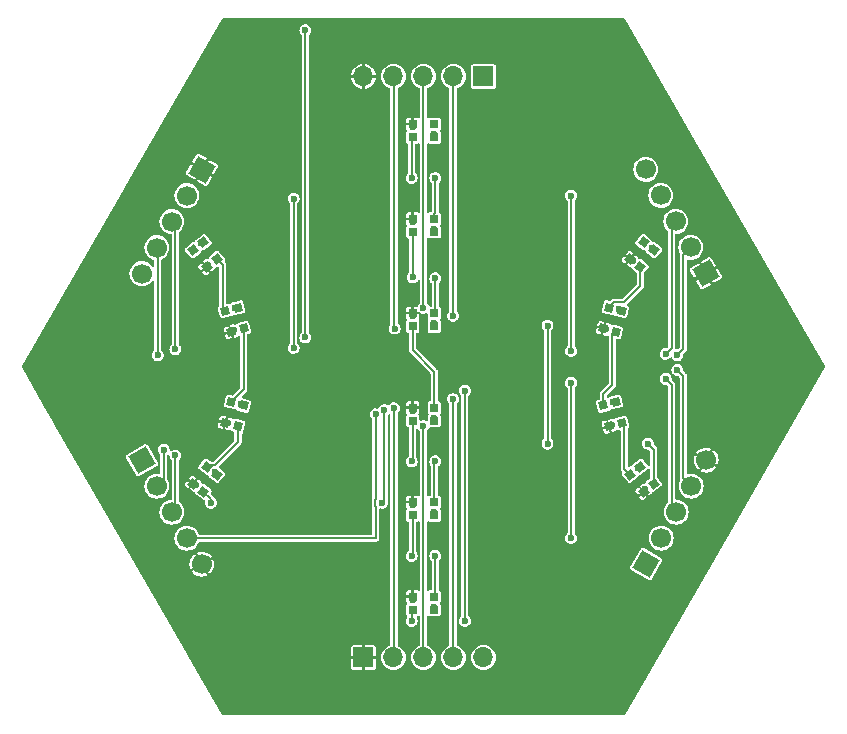
<source format=gbr>
%TF.GenerationSoftware,KiCad,Pcbnew,8.0.8*%
%TF.CreationDate,2025-02-21T18:34:30-05:00*%
%TF.ProjectId,pcb_tile_game,7063625f-7469-46c6-955f-67616d652e6b,0.1*%
%TF.SameCoordinates,Original*%
%TF.FileFunction,Copper,L2,Bot*%
%TF.FilePolarity,Positive*%
%FSLAX46Y46*%
G04 Gerber Fmt 4.6, Leading zero omitted, Abs format (unit mm)*
G04 Created by KiCad (PCBNEW 8.0.8) date 2025-02-21 18:34:30*
%MOMM*%
%LPD*%
G01*
G04 APERTURE LIST*
G04 Aperture macros list*
%AMHorizOval*
0 Thick line with rounded ends*
0 $1 width*
0 $2 $3 position (X,Y) of the first rounded end (center of the circle)*
0 $4 $5 position (X,Y) of the second rounded end (center of the circle)*
0 Add line between two ends*
20,1,$1,$2,$3,$4,$5,0*
0 Add two circle primitives to create the rounded ends*
1,1,$1,$2,$3*
1,1,$1,$4,$5*%
%AMRotRect*
0 Rectangle, with rotation*
0 The origin of the aperture is its center*
0 $1 length*
0 $2 width*
0 $3 Rotation angle, in degrees counterclockwise*
0 Add horizontal line*
21,1,$1,$2,0,0,$3*%
G04 Aperture macros list end*
%TA.AperFunction,ComponentPad*%
%ADD10R,1.700000X1.700000*%
%TD*%
%TA.AperFunction,ComponentPad*%
%ADD11O,1.700000X1.700000*%
%TD*%
%TA.AperFunction,ComponentPad*%
%ADD12RotRect,1.700000X1.700000X150.000000*%
%TD*%
%TA.AperFunction,ComponentPad*%
%ADD13HorizOval,1.700000X0.000000X0.000000X0.000000X0.000000X0*%
%TD*%
%TA.AperFunction,ComponentPad*%
%ADD14RotRect,1.700000X1.700000X330.000000*%
%TD*%
%TA.AperFunction,ComponentPad*%
%ADD15HorizOval,1.700000X0.000000X0.000000X0.000000X0.000000X0*%
%TD*%
%TA.AperFunction,ComponentPad*%
%ADD16RotRect,1.700000X1.700000X210.000000*%
%TD*%
%TA.AperFunction,ComponentPad*%
%ADD17HorizOval,1.700000X0.000000X0.000000X0.000000X0.000000X0*%
%TD*%
%TA.AperFunction,ComponentPad*%
%ADD18RotRect,1.700000X1.700000X30.000000*%
%TD*%
%TA.AperFunction,ComponentPad*%
%ADD19HorizOval,1.700000X0.000000X0.000000X0.000000X0.000000X0*%
%TD*%
%TA.AperFunction,SMDPad,CuDef*%
%ADD20R,0.700000X0.700000*%
%TD*%
%TA.AperFunction,SMDPad,CuDef*%
%ADD21RotRect,0.700000X0.700000X255.000000*%
%TD*%
%TA.AperFunction,SMDPad,CuDef*%
%ADD22RotRect,0.700000X0.700000X308.000000*%
%TD*%
%TA.AperFunction,SMDPad,CuDef*%
%ADD23RotRect,0.700000X0.700000X285.000000*%
%TD*%
%TA.AperFunction,SMDPad,CuDef*%
%ADD24RotRect,0.700000X0.700000X232.000000*%
%TD*%
%TA.AperFunction,ViaPad*%
%ADD25C,0.600000*%
%TD*%
%TA.AperFunction,Conductor*%
%ADD26C,0.200000*%
%TD*%
G04 APERTURE END LIST*
D10*
%TO.P,J2,1,Pin_1*%
%TO.N,VCC*%
X134980000Y-104600000D03*
D11*
%TO.P,J2,2,Pin_2*%
%TO.N,/TX_J2*%
X137520000Y-104600000D03*
%TO.P,J2,3,Pin_3*%
%TO.N,/DATA_J2*%
X140060000Y-104600000D03*
%TO.P,J2,4,Pin_4*%
%TO.N,/RX_J2*%
X142600000Y-104600000D03*
%TO.P,J2,5,Pin_5*%
%TO.N,GND*%
X145140000Y-104600000D03*
%TD*%
D12*
%TO.P,J3,1,Pin_1*%
%TO.N,GND*%
X158920000Y-96689409D03*
D13*
%TO.P,J3,2,Pin_2*%
%TO.N,/TX_J3*%
X160190000Y-94489704D03*
%TO.P,J3,3,Pin_3*%
%TO.N,/DATA_J3*%
X161460000Y-92290000D03*
%TO.P,J3,4,Pin_4*%
%TO.N,/RX_J3*%
X162730000Y-90090295D03*
%TO.P,J3,5,Pin_5*%
%TO.N,VCC*%
X164000000Y-87890591D03*
%TD*%
D14*
%TO.P,J6,1,Pin_1*%
%TO.N,VCC*%
X121300000Y-63300591D03*
D15*
%TO.P,J6,2,Pin_2*%
%TO.N,/TX_J6*%
X120030000Y-65500296D03*
%TO.P,J6,3,Pin_3*%
%TO.N,/DATA_J6*%
X118760000Y-67700000D03*
%TO.P,J6,4,Pin_4*%
%TO.N,/RX_J6*%
X117490000Y-69899705D03*
%TO.P,J6,5,Pin_5*%
%TO.N,GND*%
X116220000Y-72099409D03*
%TD*%
D16*
%TO.P,J4,1,Pin_1*%
%TO.N,VCC*%
X163963349Y-72075928D03*
D17*
%TO.P,J4,2,Pin_2*%
%TO.N,/TX_J4*%
X162693349Y-69876223D03*
%TO.P,J4,3,Pin_3*%
%TO.N,/DATA_J4*%
X161423349Y-67676519D03*
%TO.P,J4,4,Pin_4*%
%TO.N,/RX_J4*%
X160153349Y-65476814D03*
%TO.P,J4,5,Pin_5*%
%TO.N,GND*%
X158883349Y-63277110D03*
%TD*%
D18*
%TO.P,J1,1,Pin_1*%
%TO.N,GND*%
X116220000Y-87900591D03*
D19*
%TO.P,J1,2,Pin_2*%
%TO.N,/TX_J1*%
X117490000Y-90100296D03*
%TO.P,J1,3,Pin_3*%
%TO.N,/DATA_J1*%
X118760000Y-92300000D03*
%TO.P,J1,4,Pin_4*%
%TO.N,/RX_J1*%
X120030000Y-94499705D03*
%TO.P,J1,5,Pin_5*%
%TO.N,VCC*%
X121300000Y-96699409D03*
%TD*%
D10*
%TO.P,J5,1,Pin_1*%
%TO.N,GND*%
X145140000Y-55400000D03*
D11*
%TO.P,J5,2,Pin_2*%
%TO.N,/TX_J5*%
X142600000Y-55400000D03*
%TO.P,J5,3,Pin_3*%
%TO.N,/DATA_J5*%
X140060000Y-55400000D03*
%TO.P,J5,4,Pin_4*%
%TO.N,/RX_J5*%
X137520000Y-55400000D03*
%TO.P,J5,5,Pin_5*%
%TO.N,VCC*%
X134980000Y-55400000D03*
%TD*%
D20*
%TO.P,D5,1,DOUT*%
%TO.N,Net-(D5-DOUT)*%
X140975000Y-67450000D03*
%TO.P,D5,2,VSS*%
%TO.N,GND*%
X140975000Y-68550000D03*
%TO.P,D5,3,DIN*%
%TO.N,Net-(D4-DOUT)*%
X139145000Y-68550000D03*
%TO.P,D5,4,VDD*%
%TO.N,VCC*%
X139145000Y-67450000D03*
%TD*%
%TO.P,D6,1,DOUT*%
%TO.N,unconnected-(D6-DOUT-Pad1)*%
X140975000Y-59450000D03*
%TO.P,D6,2,VSS*%
%TO.N,GND*%
X140975000Y-60550000D03*
%TO.P,D6,3,DIN*%
%TO.N,Net-(D5-DOUT)*%
X139145000Y-60550000D03*
%TO.P,D6,4,VDD*%
%TO.N,VCC*%
X139145000Y-59450000D03*
%TD*%
D21*
%TO.P,D9,1,DOUT*%
%TO.N,Net-(D10-DIN)*%
X155765561Y-74973827D03*
%TO.P,D9,2,VSS*%
%TO.N,GND*%
X156828077Y-75258528D03*
%TO.P,D9,3,DIN*%
%TO.N,Net-(D8-DOUT)*%
X156354439Y-77026173D03*
%TO.P,D9,4,VDD*%
%TO.N,VCC*%
X155291923Y-76741472D03*
%TD*%
D20*
%TO.P,D2,1,DOUT*%
%TO.N,Net-(D2-DOUT)*%
X140975000Y-91450000D03*
%TO.P,D2,2,VSS*%
%TO.N,GND*%
X140975000Y-92550000D03*
%TO.P,D2,3,DIN*%
%TO.N,Net-(D1-DOUT)*%
X139145000Y-92550000D03*
%TO.P,D2,4,VDD*%
%TO.N,VCC*%
X139145000Y-91450000D03*
%TD*%
D22*
%TO.P,D14,1,DOUT*%
%TO.N,unconnected-(D14-DOUT-Pad1)*%
X120563264Y-70117584D03*
%TO.P,D14,2,VSS*%
%TO.N,GND*%
X121430075Y-69440356D03*
%TO.P,D14,3,DIN*%
%TO.N,Net-(D13-DOUT)*%
X122556736Y-70882416D03*
%TO.P,D14,4,VDD*%
%TO.N,VCC*%
X121689925Y-71559644D03*
%TD*%
D20*
%TO.P,D1,1,DOUT*%
%TO.N,Net-(D1-DOUT)*%
X140975000Y-99450000D03*
%TO.P,D1,2,VSS*%
%TO.N,GND*%
X140975000Y-100550000D03*
%TO.P,D1,3,DIN*%
%TO.N,/LED_J2-J5*%
X139145000Y-100550000D03*
%TO.P,D1,4,VDD*%
%TO.N,VCC*%
X139145000Y-99450000D03*
%TD*%
D23*
%TO.P,D13,1,DOUT*%
%TO.N,Net-(D13-DOUT)*%
X123291921Y-75258528D03*
%TO.P,D13,2,VSS*%
%TO.N,GND*%
X124354440Y-74973827D03*
%TO.P,D13,3,DIN*%
%TO.N,Net-(D12-DOUT)*%
X124828079Y-76741472D03*
%TO.P,D13,4,VDD*%
%TO.N,VCC*%
X123765560Y-77026173D03*
%TD*%
D20*
%TO.P,D3,1,DOUT*%
%TO.N,Net-(D3-DOUT)*%
X140975000Y-83450000D03*
%TO.P,D3,2,VSS*%
%TO.N,GND*%
X140975000Y-84550000D03*
%TO.P,D3,3,DIN*%
%TO.N,Net-(D2-DOUT)*%
X139145000Y-84550000D03*
%TO.P,D3,4,VDD*%
%TO.N,VCC*%
X139145000Y-83450000D03*
%TD*%
D23*
%TO.P,D8,1,DOUT*%
%TO.N,Net-(D8-DOUT)*%
X155291921Y-83258528D03*
%TO.P,D8,2,VSS*%
%TO.N,GND*%
X156354440Y-82973827D03*
%TO.P,D8,3,DIN*%
%TO.N,Net-(D7-DOUT)*%
X156828079Y-84741472D03*
%TO.P,D8,4,VDD*%
%TO.N,VCC*%
X155765560Y-85026173D03*
%TD*%
D22*
%TO.P,D7,4,VDD*%
%TO.N,VCC*%
X158689924Y-90559644D03*
%TO.P,D7,3,DIN*%
%TO.N,/LED_J3-J4*%
X159556736Y-89882416D03*
%TO.P,D7,2,VSS*%
%TO.N,GND*%
X158430076Y-88440356D03*
%TO.P,D7,1,DOUT*%
%TO.N,Net-(D7-DOUT)*%
X157563264Y-89117584D03*
%TD*%
D20*
%TO.P,D4,1,DOUT*%
%TO.N,Net-(D4-DOUT)*%
X140975000Y-75450000D03*
%TO.P,D4,2,VSS*%
%TO.N,GND*%
X140975000Y-76550000D03*
%TO.P,D4,3,DIN*%
%TO.N,Net-(D3-DOUT)*%
X139145000Y-76550000D03*
%TO.P,D4,4,VDD*%
%TO.N,VCC*%
X139145000Y-75450000D03*
%TD*%
D21*
%TO.P,D12,1,DOUT*%
%TO.N,Net-(D12-DOUT)*%
X123765560Y-82973827D03*
%TO.P,D12,2,VSS*%
%TO.N,GND*%
X124828079Y-83258528D03*
%TO.P,D12,3,DIN*%
%TO.N,Net-(D11-DOUT)*%
X124354440Y-85026173D03*
%TO.P,D12,4,VDD*%
%TO.N,VCC*%
X123291921Y-84741472D03*
%TD*%
D24*
%TO.P,D11,1,DOUT*%
%TO.N,Net-(D11-DOUT)*%
X121689924Y-88440356D03*
%TO.P,D11,2,VSS*%
%TO.N,GND*%
X122556736Y-89117584D03*
%TO.P,D11,3,DIN*%
%TO.N,/LED_J1-J6*%
X121430076Y-90559644D03*
%TO.P,D11,4,VDD*%
%TO.N,VCC*%
X120563264Y-89882416D03*
%TD*%
%TO.P,D10,4,VDD*%
%TO.N,VCC*%
X157563264Y-70882416D03*
%TO.P,D10,3,DIN*%
%TO.N,Net-(D10-DIN)*%
X158430075Y-71559644D03*
%TO.P,D10,2,VSS*%
%TO.N,GND*%
X159556736Y-70117584D03*
%TO.P,D10,1,DOUT*%
%TO.N,unconnected-(D10-DOUT-Pad1)*%
X158689925Y-69440356D03*
%TD*%
D25*
%TO.N,GND*%
X122399855Y-88926271D03*
X124603407Y-83131087D03*
X124096148Y-74975794D03*
X121193088Y-69543091D03*
X159399722Y-69912488D03*
X156603409Y-75131087D03*
X156096148Y-82975795D03*
X158193086Y-88543090D03*
X140922500Y-100300002D03*
X140922500Y-92300002D03*
X140917986Y-84300002D03*
X140922500Y-76300002D03*
X140922500Y-68300002D03*
X140922500Y-60300002D03*
%TO.N,VCC*%
X139197500Y-59699998D03*
X135060000Y-81862500D03*
X135060000Y-74000000D03*
X121854604Y-71364358D03*
X123993453Y-76910757D03*
X123546990Y-84755465D03*
X120792589Y-89994961D03*
X157792588Y-70994960D03*
X155546990Y-76755464D03*
X155993453Y-84910757D03*
X158854604Y-90364358D03*
X139197500Y-67699998D03*
X139202014Y-75699998D03*
X139197500Y-83699998D03*
X139197500Y-91699998D03*
X139197500Y-99699998D03*
%TO.N,/LED_J1-J6*%
X122060000Y-91500000D03*
%TO.N,/LED_J2-J5*%
X139060000Y-101500000D03*
X143560000Y-101500000D03*
X143560000Y-82000000D03*
%TO.N,/LED_J3-J4*%
X159060000Y-86500000D03*
X150560000Y-86500000D03*
X150560000Y-76500000D03*
%TO.N,Net-(D5-DOUT)*%
X139060000Y-64000000D03*
X141060000Y-64000000D03*
%TO.N,Net-(D4-DOUT)*%
X139145000Y-72415000D03*
X141060000Y-72500000D03*
%TO.N,Net-(D2-DOUT)*%
X139060000Y-88000000D03*
X141060000Y-88000000D03*
%TO.N,Net-(D1-DOUT)*%
X141060000Y-96000000D03*
X139060000Y-96000000D03*
%TO.N,/TX_J6*%
X129060000Y-65750148D03*
%TO.N,/LED_J1-J6*%
X136560000Y-91500000D03*
X136734265Y-83674265D03*
%TO.N,/RX_J4*%
X152560000Y-65500000D03*
%TO.N,/TX_J3*%
X152560000Y-94489704D03*
%TO.N,/DATA_J4*%
X160560000Y-78900000D03*
%TO.N,/TX_J4*%
X161560000Y-79000000D03*
%TO.N,/RX_J3*%
X161560000Y-80250000D03*
%TO.N,/DATA_J3*%
X160560000Y-81000000D03*
%TO.N,/TX_J3*%
X152560000Y-81350000D03*
%TO.N,/RX_J2*%
X142560000Y-82717157D03*
%TO.N,/DATA_J2*%
X140060000Y-85000000D03*
%TO.N,/TX_J2*%
X137560000Y-83500000D03*
%TO.N,/RX_J4*%
X152560000Y-78650000D03*
%TO.N,/TX_J5*%
X142560000Y-75666722D03*
%TO.N,/DATA_J5*%
X140060000Y-75000000D03*
%TO.N,/RX_J5*%
X137627750Y-76750000D03*
%TO.N,/UPDI*%
X130060000Y-77500000D03*
%TO.N,/TX_J6*%
X129060000Y-78400000D03*
%TO.N,/DATA_J6*%
X119060000Y-78500000D03*
%TO.N,/RX_J6*%
X117560000Y-79000000D03*
%TO.N,/UPDI*%
X130060000Y-51500000D03*
%TO.N,/TX_J1*%
X118060000Y-87000000D03*
%TO.N,/DATA_J1*%
X119060000Y-87500000D03*
%TO.N,/RX_J1*%
X136005325Y-84003885D03*
%TD*%
D26*
%TO.N,Net-(D13-DOUT)*%
X123060000Y-71385680D02*
X122556736Y-70882416D01*
X123060000Y-75026607D02*
X123060000Y-71385680D01*
X123291921Y-75258528D02*
X123060000Y-75026607D01*
%TO.N,Net-(D12-DOUT)*%
X124828079Y-81911308D02*
X124828079Y-76741472D01*
X123765560Y-82973827D02*
X124828079Y-81911308D01*
%TO.N,Net-(D11-DOUT)*%
X124354440Y-86365867D02*
X124354440Y-85026173D01*
X122394008Y-88326299D02*
X124354440Y-86365867D01*
X121803981Y-88326299D02*
X122394008Y-88326299D01*
%TO.N,/LED_J1-J6*%
X122060000Y-91189568D02*
X121430076Y-90559644D01*
X122060000Y-91500000D02*
X122060000Y-91189568D01*
%TO.N,/LED_J2-J5*%
X143560000Y-101500000D02*
X143560000Y-82000000D01*
X139060000Y-101500000D02*
X139060000Y-100635000D01*
%TO.N,/LED_J3-J4*%
X159556736Y-86996736D02*
X159556736Y-89882416D01*
X159060000Y-86500000D02*
X159556736Y-86996736D01*
X150560000Y-76500000D02*
X150560000Y-86500000D01*
%TO.N,Net-(D10-DIN)*%
X157030133Y-74529867D02*
X158430075Y-73129925D01*
X156209521Y-74529867D02*
X157030133Y-74529867D01*
X158430075Y-73129925D02*
X158430075Y-71559644D01*
X155765561Y-74973827D02*
X156209521Y-74529867D01*
%TO.N,Net-(D8-DOUT)*%
X156060000Y-77320612D02*
X156354439Y-77026173D01*
X155291921Y-82268079D02*
X156060000Y-81500000D01*
X155291921Y-83258528D02*
X155291921Y-82268079D01*
X156060000Y-81500000D02*
X156060000Y-77320612D01*
%TO.N,Net-(D7-DOUT)*%
X157060000Y-84973393D02*
X156828079Y-84741472D01*
X157060000Y-88614320D02*
X157060000Y-84973393D01*
X157563264Y-89117584D02*
X157060000Y-88614320D01*
%TO.N,Net-(D5-DOUT)*%
X139060000Y-64000000D02*
X139060000Y-60635000D01*
X141060000Y-67000000D02*
X141060000Y-64000000D01*
X140975000Y-67085000D02*
X141060000Y-67000000D01*
X140975000Y-67450000D02*
X140975000Y-67085000D01*
%TO.N,Net-(D4-DOUT)*%
X141060000Y-72500000D02*
X141060000Y-75365000D01*
X139145000Y-72415000D02*
X139145000Y-68550000D01*
%TO.N,Net-(D3-DOUT)*%
X140975000Y-80415000D02*
X139145000Y-78585000D01*
X140975000Y-83450000D02*
X140975000Y-80415000D01*
X139145000Y-78585000D02*
X139145000Y-76550000D01*
%TO.N,Net-(D1-DOUT)*%
X141060000Y-96000000D02*
X141060000Y-99365000D01*
%TO.N,Net-(D2-DOUT)*%
X139145000Y-87915000D02*
X139145000Y-84550000D01*
X139060000Y-88000000D02*
X139145000Y-87915000D01*
X140975000Y-88085000D02*
X141060000Y-88000000D01*
X140975000Y-91450000D02*
X140975000Y-88085000D01*
%TO.N,Net-(D1-DOUT)*%
X139145000Y-95915000D02*
X139060000Y-96000000D01*
X139145000Y-92550000D02*
X139145000Y-95915000D01*
%TO.N,/TX_J6*%
X129060000Y-65750148D02*
X129060000Y-78400000D01*
%TO.N,/TX_J1*%
X118060000Y-89530296D02*
X117490000Y-90100296D01*
X118060000Y-87000000D02*
X118060000Y-89530296D01*
%TO.N,/DATA_J1*%
X119060000Y-87500000D02*
X119060000Y-92000000D01*
%TO.N,/RX_J1*%
X129560295Y-94499705D02*
X120030000Y-94499705D01*
X129560590Y-94500000D02*
X129560295Y-94499705D01*
X135960000Y-91748529D02*
X136013917Y-91802446D01*
X135960000Y-91251471D02*
X135960000Y-91748529D01*
X136013917Y-94500000D02*
X129560590Y-94500000D01*
X136013917Y-91197554D02*
X135960000Y-91251471D01*
X136013917Y-84012477D02*
X136013917Y-91197554D01*
X136013917Y-91802446D02*
X136013917Y-94500000D01*
X136005325Y-84003885D02*
X136013917Y-84012477D01*
%TO.N,/LED_J1-J6*%
X136734265Y-91325735D02*
X136734265Y-83674265D01*
X136560000Y-91500000D02*
X136734265Y-91325735D01*
%TO.N,/TX_J3*%
X152560000Y-94489704D02*
X152560000Y-81350000D01*
%TO.N,/TX_J4*%
X162060000Y-70509572D02*
X162693349Y-69876223D01*
X162060000Y-78500000D02*
X162060000Y-70509572D01*
X161560000Y-79000000D02*
X162060000Y-78500000D01*
%TO.N,/DATA_J4*%
X161060000Y-78400000D02*
X161060000Y-68039868D01*
X160560000Y-78900000D02*
X161060000Y-78400000D01*
%TO.N,/RX_J4*%
X152560000Y-78650000D02*
X152560000Y-65500000D01*
%TO.N,/DATA_J3*%
X161060000Y-81500000D02*
X161060000Y-91890000D01*
X160560000Y-81000000D02*
X161060000Y-81500000D01*
%TO.N,/RX_J3*%
X162060000Y-80750000D02*
X162060000Y-89420295D01*
X161560000Y-80250000D02*
X162060000Y-80750000D01*
X162060000Y-89420295D02*
X162730000Y-90090295D01*
%TO.N,/TX_J5*%
X142560000Y-75666722D02*
X142560000Y-55440000D01*
%TO.N,/DATA_J5*%
X140060000Y-55400000D02*
X140060000Y-75000000D01*
%TO.N,/RX_J5*%
X137560000Y-76682250D02*
X137560000Y-55440000D01*
X137627750Y-76750000D02*
X137560000Y-76682250D01*
%TO.N,/RX_J2*%
X142560000Y-82717157D02*
X142560000Y-104560000D01*
%TO.N,/DATA_J2*%
X140060000Y-85000000D02*
X140060000Y-104600000D01*
%TO.N,/TX_J2*%
X137560000Y-83500000D02*
X137560000Y-104560000D01*
%TO.N,/UPDI*%
X130060000Y-51500000D02*
X130060000Y-77500000D01*
%TO.N,/DATA_J6*%
X119060000Y-78500000D02*
X119060000Y-68000000D01*
%TO.N,/RX_J6*%
X117560000Y-79000000D02*
X117560000Y-69969705D01*
%TD*%
%TA.AperFunction,Conductor*%
%TO.N,VCC*%
G36*
X157092577Y-50519407D02*
G01*
X157120122Y-50549999D01*
X164349227Y-63071176D01*
X174094509Y-79950500D01*
X174107230Y-80010348D01*
X174094509Y-80049500D01*
X166355185Y-93454403D01*
X159310831Y-105655583D01*
X157120123Y-109450000D01*
X157074653Y-109490941D01*
X157034386Y-109499500D01*
X123085614Y-109499500D01*
X123027423Y-109480593D01*
X122999877Y-109450000D01*
X120799246Y-105638396D01*
X119697606Y-103730299D01*
X133930000Y-103730299D01*
X133930000Y-104499999D01*
X133930001Y-104500000D01*
X134489157Y-104500000D01*
X134480000Y-104534174D01*
X134480000Y-104665826D01*
X134489157Y-104700000D01*
X133930001Y-104700000D01*
X133930000Y-104700001D01*
X133930000Y-105469700D01*
X133941603Y-105528036D01*
X133985806Y-105594189D01*
X133985810Y-105594193D01*
X134051963Y-105638396D01*
X134110299Y-105649999D01*
X134110303Y-105650000D01*
X134879999Y-105650000D01*
X134880000Y-105649999D01*
X134880000Y-105090842D01*
X134914174Y-105100000D01*
X135045826Y-105100000D01*
X135080000Y-105090842D01*
X135080000Y-105649999D01*
X135080001Y-105650000D01*
X135849697Y-105650000D01*
X135849700Y-105649999D01*
X135908036Y-105638396D01*
X135974189Y-105594193D01*
X135974193Y-105594189D01*
X136018396Y-105528036D01*
X136029999Y-105469700D01*
X136030000Y-105469697D01*
X136030000Y-104700001D01*
X136029999Y-104700000D01*
X135470843Y-104700000D01*
X135480000Y-104665826D01*
X135480000Y-104534174D01*
X135470843Y-104500000D01*
X136029999Y-104500000D01*
X136030000Y-104499999D01*
X136030000Y-103730302D01*
X136029999Y-103730299D01*
X136018396Y-103671963D01*
X135974193Y-103605810D01*
X135974189Y-103605806D01*
X135908036Y-103561603D01*
X135849700Y-103550000D01*
X135080001Y-103550000D01*
X135080000Y-103550001D01*
X135080000Y-104109157D01*
X135045826Y-104100000D01*
X134914174Y-104100000D01*
X134880000Y-104109157D01*
X134880000Y-103550001D01*
X134879999Y-103550000D01*
X134110299Y-103550000D01*
X134051963Y-103561603D01*
X133985810Y-103605806D01*
X133985806Y-103605810D01*
X133941603Y-103671963D01*
X133930000Y-103730299D01*
X119697606Y-103730299D01*
X115638316Y-96699404D01*
X120244919Y-96699404D01*
X120244919Y-96699413D01*
X120265190Y-96905239D01*
X120265191Y-96905245D01*
X120325230Y-97103163D01*
X120325236Y-97103180D01*
X120343019Y-97136450D01*
X120343020Y-97136450D01*
X120824917Y-96858226D01*
X120834075Y-96892402D01*
X120899901Y-97006416D01*
X120924917Y-97031432D01*
X120442661Y-97309863D01*
X120442661Y-97309864D01*
X120553947Y-97445466D01*
X120713829Y-97576677D01*
X120713839Y-97576684D01*
X120896232Y-97674174D01*
X120896237Y-97674176D01*
X121094163Y-97734217D01*
X121094169Y-97734218D01*
X121299996Y-97754490D01*
X121300004Y-97754490D01*
X121505830Y-97734218D01*
X121505836Y-97734217D01*
X121703761Y-97674177D01*
X121737042Y-97656387D01*
X121458818Y-97174491D01*
X121492993Y-97165334D01*
X121607007Y-97099508D01*
X121632024Y-97074490D01*
X121910455Y-97556746D01*
X122046049Y-97445468D01*
X122046058Y-97445459D01*
X122177268Y-97285579D01*
X122177275Y-97285569D01*
X122274765Y-97103176D01*
X122274767Y-97103171D01*
X122334808Y-96905245D01*
X122334809Y-96905239D01*
X122355081Y-96699413D01*
X122355081Y-96699404D01*
X122334809Y-96493578D01*
X122334808Y-96493572D01*
X122274767Y-96295646D01*
X122274765Y-96295641D01*
X122256979Y-96262366D01*
X122256978Y-96262366D01*
X121775081Y-96540589D01*
X121765925Y-96506416D01*
X121700099Y-96392402D01*
X121675080Y-96367383D01*
X122157337Y-96088953D01*
X122157337Y-96088952D01*
X122046052Y-95953351D01*
X121886170Y-95822140D01*
X121886160Y-95822133D01*
X121703767Y-95724643D01*
X121703762Y-95724641D01*
X121505836Y-95664600D01*
X121505830Y-95664599D01*
X121300004Y-95644328D01*
X121299996Y-95644328D01*
X121094169Y-95664599D01*
X121094163Y-95664600D01*
X120896241Y-95724640D01*
X120896232Y-95724643D01*
X120862956Y-95742429D01*
X120862956Y-95742430D01*
X121141180Y-96224327D01*
X121107007Y-96233484D01*
X120992993Y-96299310D01*
X120967975Y-96324327D01*
X120689544Y-95842070D01*
X120689543Y-95842070D01*
X120553942Y-95953356D01*
X120422731Y-96113238D01*
X120422724Y-96113248D01*
X120325234Y-96295641D01*
X120325232Y-96295646D01*
X120265191Y-96493572D01*
X120265190Y-96493578D01*
X120244919Y-96699404D01*
X115638316Y-96699404D01*
X114368317Y-94499701D01*
X118974417Y-94499701D01*
X118974417Y-94499708D01*
X118994698Y-94705634D01*
X118994699Y-94705639D01*
X119054768Y-94903659D01*
X119152316Y-95086157D01*
X119275382Y-95236114D01*
X119283590Y-95246115D01*
X119283595Y-95246119D01*
X119443547Y-95377388D01*
X119443548Y-95377388D01*
X119443550Y-95377390D01*
X119626046Y-95474937D01*
X119763997Y-95516783D01*
X119824065Y-95535005D01*
X119824070Y-95535006D01*
X120029997Y-95555288D01*
X120030000Y-95555288D01*
X120030003Y-95555288D01*
X120235929Y-95535006D01*
X120235934Y-95535005D01*
X120433954Y-95474937D01*
X120616450Y-95377390D01*
X120776410Y-95246115D01*
X120907685Y-95086155D01*
X121005232Y-94903659D01*
X121015300Y-94870467D01*
X121050284Y-94820271D01*
X121108092Y-94800224D01*
X121110037Y-94800205D01*
X129512298Y-94800205D01*
X129516798Y-94800500D01*
X129521028Y-94800500D01*
X136053480Y-94800500D01*
X136053480Y-94800499D01*
X136129906Y-94780021D01*
X136198428Y-94740460D01*
X136254377Y-94684511D01*
X136293938Y-94615989D01*
X136314417Y-94539562D01*
X136314417Y-92081768D01*
X136333324Y-92023577D01*
X136382824Y-91987613D01*
X136441309Y-91986779D01*
X136488039Y-92000500D01*
X136488041Y-92000500D01*
X136631959Y-92000500D01*
X136631961Y-92000500D01*
X136770053Y-91959953D01*
X136891128Y-91882143D01*
X136985377Y-91773373D01*
X137045165Y-91642457D01*
X137050069Y-91608345D01*
X137062508Y-91521835D01*
X137072217Y-91502087D01*
X137062508Y-91478164D01*
X137045166Y-91357547D01*
X137045165Y-91357544D01*
X137043709Y-91354355D01*
X137034765Y-91313233D01*
X137034765Y-84128158D01*
X137053672Y-84069967D01*
X137061005Y-84061977D01*
X137060755Y-84061760D01*
X137065391Y-84056408D01*
X137065393Y-84056408D01*
X137085682Y-84032992D01*
X137138075Y-84001397D01*
X137199036Y-84006632D01*
X137245278Y-84046699D01*
X137259500Y-84097824D01*
X137259500Y-91464075D01*
X137249402Y-91495151D01*
X137259500Y-91535924D01*
X137259500Y-103507828D01*
X137240593Y-103566019D01*
X137191093Y-103601983D01*
X137189239Y-103602565D01*
X137157760Y-103612114D01*
X137116046Y-103624768D01*
X137116044Y-103624768D01*
X137116044Y-103624769D01*
X136933547Y-103722316D01*
X136773595Y-103853585D01*
X136773585Y-103853595D01*
X136642316Y-104013547D01*
X136544768Y-104196045D01*
X136484699Y-104394065D01*
X136484698Y-104394070D01*
X136464417Y-104599996D01*
X136464417Y-104600003D01*
X136484698Y-104805929D01*
X136484699Y-104805934D01*
X136544768Y-105003954D01*
X136642316Y-105186452D01*
X136773585Y-105346404D01*
X136773590Y-105346410D01*
X136773595Y-105346414D01*
X136933547Y-105477683D01*
X136933548Y-105477683D01*
X136933550Y-105477685D01*
X137116046Y-105575232D01*
X137253997Y-105617078D01*
X137314065Y-105635300D01*
X137314070Y-105635301D01*
X137519997Y-105655583D01*
X137520000Y-105655583D01*
X137520003Y-105655583D01*
X137725929Y-105635301D01*
X137725934Y-105635300D01*
X137923954Y-105575232D01*
X138106450Y-105477685D01*
X138266410Y-105346410D01*
X138397685Y-105186450D01*
X138495232Y-105003954D01*
X138555300Y-104805934D01*
X138555301Y-104805929D01*
X138575583Y-104600003D01*
X138575583Y-104599996D01*
X138555301Y-104394070D01*
X138555300Y-104394065D01*
X138496401Y-104199901D01*
X138495232Y-104196046D01*
X138397685Y-104013550D01*
X138266410Y-103853590D01*
X138266404Y-103853585D01*
X138106452Y-103722316D01*
X138012249Y-103671963D01*
X137923954Y-103624768D01*
X137923953Y-103624767D01*
X137923948Y-103624765D01*
X137921607Y-103623795D01*
X137920726Y-103623043D01*
X137919664Y-103622475D01*
X137919788Y-103622241D01*
X137875084Y-103584054D01*
X137860500Y-103532334D01*
X137860500Y-99080299D01*
X138595000Y-99080299D01*
X138595000Y-99349999D01*
X138595001Y-99350000D01*
X139045000Y-99350000D01*
X139045000Y-98900001D01*
X139044999Y-98900000D01*
X138775299Y-98900000D01*
X138716963Y-98911603D01*
X138650810Y-98955806D01*
X138650806Y-98955810D01*
X138606603Y-99021963D01*
X138595000Y-99080299D01*
X137860500Y-99080299D01*
X137860500Y-91080299D01*
X138595000Y-91080299D01*
X138595000Y-91349999D01*
X138595001Y-91350000D01*
X139045000Y-91350000D01*
X139045000Y-90900001D01*
X139044999Y-90900000D01*
X138775299Y-90900000D01*
X138716963Y-90911603D01*
X138650810Y-90955806D01*
X138650806Y-90955810D01*
X138606603Y-91021963D01*
X138595000Y-91080299D01*
X137860500Y-91080299D01*
X137860500Y-87999997D01*
X138554353Y-87999997D01*
X138554353Y-88000002D01*
X138574834Y-88142456D01*
X138633361Y-88270610D01*
X138634623Y-88273373D01*
X138723093Y-88375474D01*
X138728873Y-88382144D01*
X138835714Y-88450806D01*
X138849947Y-88459953D01*
X138951765Y-88489849D01*
X138988035Y-88500499D01*
X138988036Y-88500499D01*
X138988039Y-88500500D01*
X138988041Y-88500500D01*
X139131959Y-88500500D01*
X139131961Y-88500500D01*
X139270053Y-88459953D01*
X139391128Y-88382143D01*
X139485377Y-88273373D01*
X139545165Y-88142457D01*
X139554117Y-88080197D01*
X139562508Y-88021835D01*
X139572217Y-88002087D01*
X139562508Y-87978164D01*
X139545165Y-87857543D01*
X139543541Y-87853986D01*
X139485377Y-87726627D01*
X139483767Y-87724769D01*
X139469679Y-87708509D01*
X139445863Y-87652149D01*
X139445500Y-87643680D01*
X139445500Y-85314346D01*
X139464407Y-85256155D01*
X139513907Y-85220191D01*
X139575093Y-85220191D01*
X139624593Y-85256155D01*
X139634551Y-85273215D01*
X139634623Y-85273373D01*
X139634624Y-85273374D01*
X139634625Y-85273376D01*
X139657992Y-85300343D01*
X139720347Y-85372305D01*
X139733509Y-85387494D01*
X139731471Y-85389259D01*
X139756925Y-85431458D01*
X139759500Y-85453893D01*
X139759500Y-87964075D01*
X139749402Y-87995151D01*
X139759500Y-88035924D01*
X139759500Y-90850979D01*
X139740593Y-90909170D01*
X139691093Y-90945134D01*
X139629907Y-90945134D01*
X139605499Y-90933294D01*
X139573039Y-90911604D01*
X139573036Y-90911603D01*
X139514700Y-90900000D01*
X139245001Y-90900000D01*
X139245000Y-90900001D01*
X139245000Y-91351000D01*
X139226093Y-91409191D01*
X139176593Y-91445155D01*
X139146000Y-91450000D01*
X139145000Y-91450000D01*
X139145000Y-91451000D01*
X139126093Y-91509191D01*
X139076593Y-91545155D01*
X139046000Y-91550000D01*
X138595001Y-91550000D01*
X138595000Y-91550001D01*
X138595000Y-91819700D01*
X138606603Y-91878036D01*
X138651046Y-91944548D01*
X138667655Y-92003436D01*
X138651046Y-92054552D01*
X138606134Y-92121766D01*
X138606132Y-92121772D01*
X138594501Y-92180241D01*
X138594500Y-92180253D01*
X138594500Y-92919746D01*
X138594501Y-92919758D01*
X138606132Y-92978227D01*
X138606134Y-92978233D01*
X138645010Y-93036414D01*
X138650448Y-93044552D01*
X138716769Y-93088867D01*
X138764816Y-93098424D01*
X138818198Y-93128320D01*
X138843814Y-93183885D01*
X138844500Y-93195521D01*
X138844500Y-95489488D01*
X138825593Y-95547679D01*
X138799024Y-95572771D01*
X138728874Y-95617854D01*
X138634622Y-95726628D01*
X138574834Y-95857543D01*
X138554353Y-95999997D01*
X138554353Y-96000002D01*
X138574834Y-96142456D01*
X138616406Y-96233484D01*
X138634623Y-96273373D01*
X138728872Y-96382143D01*
X138728873Y-96382144D01*
X138840517Y-96453893D01*
X138849947Y-96459953D01*
X138956403Y-96491211D01*
X138988035Y-96500499D01*
X138988036Y-96500499D01*
X138988039Y-96500500D01*
X138988041Y-96500500D01*
X139131959Y-96500500D01*
X139131961Y-96500500D01*
X139270053Y-96459953D01*
X139391128Y-96382143D01*
X139485377Y-96273373D01*
X139545165Y-96142457D01*
X139562508Y-96021835D01*
X139572217Y-96002087D01*
X139562508Y-95978164D01*
X139545165Y-95857543D01*
X139528997Y-95822140D01*
X139485377Y-95726627D01*
X139483655Y-95724640D01*
X139469679Y-95708509D01*
X139445863Y-95652149D01*
X139445500Y-95643680D01*
X139445500Y-93195521D01*
X139464407Y-93137330D01*
X139513907Y-93101366D01*
X139525173Y-93098426D01*
X139573231Y-93088867D01*
X139605500Y-93067305D01*
X139664385Y-93050697D01*
X139721789Y-93071874D01*
X139755783Y-93122747D01*
X139759500Y-93149621D01*
X139759500Y-95964075D01*
X139749402Y-95995151D01*
X139759500Y-96035924D01*
X139759500Y-98850979D01*
X139740593Y-98909170D01*
X139691093Y-98945134D01*
X139629907Y-98945134D01*
X139605499Y-98933294D01*
X139573039Y-98911604D01*
X139573036Y-98911603D01*
X139514700Y-98900000D01*
X139245001Y-98900000D01*
X139245000Y-98900001D01*
X139245000Y-99351000D01*
X139226093Y-99409191D01*
X139176593Y-99445155D01*
X139146000Y-99450000D01*
X139145000Y-99450000D01*
X139145000Y-99451000D01*
X139126093Y-99509191D01*
X139076593Y-99545155D01*
X139046000Y-99550000D01*
X138595001Y-99550000D01*
X138595000Y-99550001D01*
X138595000Y-99819700D01*
X138606603Y-99878036D01*
X138651046Y-99944548D01*
X138667655Y-100003436D01*
X138651046Y-100054552D01*
X138606134Y-100121766D01*
X138606132Y-100121772D01*
X138594501Y-100180241D01*
X138594500Y-100180253D01*
X138594500Y-100919746D01*
X138594501Y-100919758D01*
X138606132Y-100978227D01*
X138606133Y-100978231D01*
X138650448Y-101044552D01*
X138650451Y-101044554D01*
X138657343Y-101051446D01*
X138655624Y-101053164D01*
X138684920Y-101090324D01*
X138687323Y-101151462D01*
X138666861Y-101189420D01*
X138634623Y-101226626D01*
X138574834Y-101357543D01*
X138554353Y-101499997D01*
X138554353Y-101500002D01*
X138574834Y-101642456D01*
X138634622Y-101773371D01*
X138634623Y-101773373D01*
X138728872Y-101882143D01*
X138728873Y-101882144D01*
X138849942Y-101959950D01*
X138849947Y-101959953D01*
X138956403Y-101991211D01*
X138988035Y-102000499D01*
X138988036Y-102000499D01*
X138988039Y-102000500D01*
X138988041Y-102000500D01*
X139131959Y-102000500D01*
X139131961Y-102000500D01*
X139270053Y-101959953D01*
X139391128Y-101882143D01*
X139485377Y-101773373D01*
X139545165Y-101642457D01*
X139562508Y-101521835D01*
X139572217Y-101502087D01*
X139562508Y-101478164D01*
X139545165Y-101357543D01*
X139486996Y-101230173D01*
X139480021Y-101169386D01*
X139510107Y-101116109D01*
X139557733Y-101091949D01*
X139573231Y-101088867D01*
X139605500Y-101067305D01*
X139664385Y-101050697D01*
X139721789Y-101071874D01*
X139755783Y-101122747D01*
X139759500Y-101149621D01*
X139759500Y-101464075D01*
X139749402Y-101495151D01*
X139759500Y-101535924D01*
X139759500Y-103519961D01*
X139740593Y-103578152D01*
X139691093Y-103614116D01*
X139689241Y-103614697D01*
X139656054Y-103624765D01*
X139656041Y-103624770D01*
X139473547Y-103722316D01*
X139313595Y-103853585D01*
X139313585Y-103853595D01*
X139182316Y-104013547D01*
X139084768Y-104196045D01*
X139024699Y-104394065D01*
X139024698Y-104394070D01*
X139004417Y-104599996D01*
X139004417Y-104600003D01*
X139024698Y-104805929D01*
X139024699Y-104805934D01*
X139084768Y-105003954D01*
X139182316Y-105186452D01*
X139313585Y-105346404D01*
X139313590Y-105346410D01*
X139313595Y-105346414D01*
X139473547Y-105477683D01*
X139473548Y-105477683D01*
X139473550Y-105477685D01*
X139656046Y-105575232D01*
X139793997Y-105617078D01*
X139854065Y-105635300D01*
X139854070Y-105635301D01*
X140059997Y-105655583D01*
X140060000Y-105655583D01*
X140060003Y-105655583D01*
X140265929Y-105635301D01*
X140265934Y-105635300D01*
X140463954Y-105575232D01*
X140646450Y-105477685D01*
X140806410Y-105346410D01*
X140937685Y-105186450D01*
X141035232Y-105003954D01*
X141095300Y-104805934D01*
X141095301Y-104805929D01*
X141115583Y-104600003D01*
X141115583Y-104599996D01*
X141544417Y-104599996D01*
X141544417Y-104600003D01*
X141564698Y-104805929D01*
X141564699Y-104805934D01*
X141624768Y-105003954D01*
X141722316Y-105186452D01*
X141853585Y-105346404D01*
X141853590Y-105346410D01*
X141853595Y-105346414D01*
X142013547Y-105477683D01*
X142013548Y-105477683D01*
X142013550Y-105477685D01*
X142196046Y-105575232D01*
X142333997Y-105617078D01*
X142394065Y-105635300D01*
X142394070Y-105635301D01*
X142599997Y-105655583D01*
X142600000Y-105655583D01*
X142600003Y-105655583D01*
X142805929Y-105635301D01*
X142805934Y-105635300D01*
X143003954Y-105575232D01*
X143186450Y-105477685D01*
X143346410Y-105346410D01*
X143477685Y-105186450D01*
X143575232Y-105003954D01*
X143635300Y-104805934D01*
X143635301Y-104805929D01*
X143655583Y-104600003D01*
X143655583Y-104599996D01*
X144084417Y-104599996D01*
X144084417Y-104600003D01*
X144104698Y-104805929D01*
X144104699Y-104805934D01*
X144164768Y-105003954D01*
X144262316Y-105186452D01*
X144393585Y-105346404D01*
X144393590Y-105346410D01*
X144393595Y-105346414D01*
X144553547Y-105477683D01*
X144553548Y-105477683D01*
X144553550Y-105477685D01*
X144736046Y-105575232D01*
X144873997Y-105617078D01*
X144934065Y-105635300D01*
X144934070Y-105635301D01*
X145139997Y-105655583D01*
X145140000Y-105655583D01*
X145140003Y-105655583D01*
X145345929Y-105635301D01*
X145345934Y-105635300D01*
X145543954Y-105575232D01*
X145726450Y-105477685D01*
X145886410Y-105346410D01*
X146017685Y-105186450D01*
X146115232Y-105003954D01*
X146175300Y-104805934D01*
X146175301Y-104805929D01*
X146195583Y-104600003D01*
X146195583Y-104599996D01*
X146175301Y-104394070D01*
X146175300Y-104394065D01*
X146116401Y-104199901D01*
X146115232Y-104196046D01*
X146017685Y-104013550D01*
X145886410Y-103853590D01*
X145886404Y-103853585D01*
X145726452Y-103722316D01*
X145543954Y-103624768D01*
X145345934Y-103564699D01*
X145345929Y-103564698D01*
X145140003Y-103544417D01*
X145139997Y-103544417D01*
X144934070Y-103564698D01*
X144934065Y-103564699D01*
X144736045Y-103624768D01*
X144553547Y-103722316D01*
X144393595Y-103853585D01*
X144393585Y-103853595D01*
X144262316Y-104013547D01*
X144164768Y-104196045D01*
X144104699Y-104394065D01*
X144104698Y-104394070D01*
X144084417Y-104599996D01*
X143655583Y-104599996D01*
X143635301Y-104394070D01*
X143635300Y-104394065D01*
X143576401Y-104199901D01*
X143575232Y-104196046D01*
X143477685Y-104013550D01*
X143346410Y-103853590D01*
X143346404Y-103853585D01*
X143186452Y-103722316D01*
X143162882Y-103709718D01*
X143003954Y-103624768D01*
X142952626Y-103609198D01*
X142930761Y-103602565D01*
X142880565Y-103567579D01*
X142860519Y-103509771D01*
X142860500Y-103507828D01*
X142860500Y-101535924D01*
X142870597Y-101504847D01*
X142868879Y-101497911D01*
X143047782Y-101497911D01*
X143057492Y-101521835D01*
X143074834Y-101642456D01*
X143134622Y-101773371D01*
X143134623Y-101773373D01*
X143228872Y-101882143D01*
X143228873Y-101882144D01*
X143349942Y-101959950D01*
X143349947Y-101959953D01*
X143456403Y-101991211D01*
X143488035Y-102000499D01*
X143488036Y-102000499D01*
X143488039Y-102000500D01*
X143488041Y-102000500D01*
X143631959Y-102000500D01*
X143631961Y-102000500D01*
X143770053Y-101959953D01*
X143891128Y-101882143D01*
X143985377Y-101773373D01*
X144045165Y-101642457D01*
X144065647Y-101500000D01*
X144062507Y-101478164D01*
X144045165Y-101357543D01*
X143985377Y-101226628D01*
X143985377Y-101226627D01*
X143891128Y-101117857D01*
X143891127Y-101117856D01*
X143886491Y-101112506D01*
X143888524Y-101110743D01*
X143863067Y-101068505D01*
X143860500Y-101046105D01*
X143860500Y-96973845D01*
X157556199Y-96973845D01*
X157556199Y-96973847D01*
X157561417Y-97053440D01*
X157596695Y-97124979D01*
X157596696Y-97124980D01*
X157596697Y-97124982D01*
X157641522Y-97164292D01*
X157641523Y-97164292D01*
X157641526Y-97164295D01*
X159147974Y-98034043D01*
X159147977Y-98034044D01*
X159147979Y-98034045D01*
X159175376Y-98043344D01*
X159204438Y-98053210D01*
X159284031Y-98047992D01*
X159355570Y-98012714D01*
X159394886Y-97967883D01*
X160264634Y-96461435D01*
X160283801Y-96404971D01*
X160278583Y-96325378D01*
X160243305Y-96253839D01*
X160243303Y-96253837D01*
X160243302Y-96253835D01*
X160198477Y-96214525D01*
X160198474Y-96214523D01*
X158692026Y-95344775D01*
X158692024Y-95344774D01*
X158692020Y-95344772D01*
X158635563Y-95325608D01*
X158635559Y-95325608D01*
X158575867Y-95329521D01*
X158555969Y-95330826D01*
X158555968Y-95330826D01*
X158484428Y-95366105D01*
X158484426Y-95366106D01*
X158445116Y-95410931D01*
X157575363Y-96917388D01*
X157556199Y-96973845D01*
X143860500Y-96973845D01*
X143860500Y-82453893D01*
X143879407Y-82395702D01*
X143886741Y-82387711D01*
X143886491Y-82387494D01*
X143897000Y-82375366D01*
X143985377Y-82273373D01*
X144045165Y-82142457D01*
X144061722Y-82027300D01*
X144065647Y-82000002D01*
X144065647Y-81999997D01*
X144045165Y-81857543D01*
X144020721Y-81804019D01*
X143985377Y-81726627D01*
X143891128Y-81617857D01*
X143891127Y-81617856D01*
X143891126Y-81617855D01*
X143770057Y-81540049D01*
X143770054Y-81540047D01*
X143770053Y-81540047D01*
X143770050Y-81540046D01*
X143631964Y-81499500D01*
X143631961Y-81499500D01*
X143488039Y-81499500D01*
X143488035Y-81499500D01*
X143349949Y-81540046D01*
X143349942Y-81540049D01*
X143228873Y-81617855D01*
X143134622Y-81726628D01*
X143074834Y-81857543D01*
X143054353Y-81999997D01*
X143054353Y-82000002D01*
X143074834Y-82142456D01*
X143079232Y-82152086D01*
X143134623Y-82273373D01*
X143216726Y-82368126D01*
X143233509Y-82387494D01*
X143231471Y-82389259D01*
X143256925Y-82431458D01*
X143259500Y-82453893D01*
X143259500Y-82681232D01*
X143249402Y-82712308D01*
X143259500Y-82753081D01*
X143259500Y-101046105D01*
X143240593Y-101104296D01*
X143233258Y-101112289D01*
X143233509Y-101112506D01*
X143228872Y-101117856D01*
X143228872Y-101117857D01*
X143184222Y-101169386D01*
X143134622Y-101226628D01*
X143074834Y-101357543D01*
X143057492Y-101478164D01*
X143047782Y-101497911D01*
X142868879Y-101497911D01*
X142860500Y-101464075D01*
X142860500Y-83171050D01*
X142879407Y-83112859D01*
X142886741Y-83104868D01*
X142886491Y-83104651D01*
X142891128Y-83099300D01*
X142985377Y-82990530D01*
X143045165Y-82859614D01*
X143062508Y-82738992D01*
X143072217Y-82719244D01*
X143062508Y-82695321D01*
X143045165Y-82574700D01*
X143018285Y-82515842D01*
X142985377Y-82443784D01*
X142891128Y-82335014D01*
X142891127Y-82335013D01*
X142891126Y-82335012D01*
X142770057Y-82257206D01*
X142770054Y-82257204D01*
X142770053Y-82257204D01*
X142770050Y-82257203D01*
X142631964Y-82216657D01*
X142631961Y-82216657D01*
X142488039Y-82216657D01*
X142488035Y-82216657D01*
X142349949Y-82257203D01*
X142349942Y-82257206D01*
X142228873Y-82335012D01*
X142134622Y-82443785D01*
X142074834Y-82574700D01*
X142054353Y-82717154D01*
X142054353Y-82717159D01*
X142074834Y-82859613D01*
X142098578Y-82911603D01*
X142134623Y-82990530D01*
X142212410Y-83080302D01*
X142233509Y-83104651D01*
X142231471Y-83106416D01*
X142256925Y-83148615D01*
X142259500Y-83171050D01*
X142259500Y-103532334D01*
X142240593Y-103590525D01*
X142200256Y-103622325D01*
X142200336Y-103622475D01*
X142199501Y-103622921D01*
X142198393Y-103623795D01*
X142196051Y-103624765D01*
X142013547Y-103722316D01*
X141853595Y-103853585D01*
X141853585Y-103853595D01*
X141722316Y-104013547D01*
X141624768Y-104196045D01*
X141564699Y-104394065D01*
X141564698Y-104394070D01*
X141544417Y-104599996D01*
X141115583Y-104599996D01*
X141095301Y-104394070D01*
X141095300Y-104394065D01*
X141036401Y-104199901D01*
X141035232Y-104196046D01*
X140937685Y-104013550D01*
X140806410Y-103853590D01*
X140806404Y-103853585D01*
X140646452Y-103722316D01*
X140463958Y-103624770D01*
X140463957Y-103624769D01*
X140463954Y-103624768D01*
X140463948Y-103624766D01*
X140463945Y-103624765D01*
X140430759Y-103614697D01*
X140380563Y-103579711D01*
X140360519Y-103521902D01*
X140360500Y-103519961D01*
X140360500Y-101149621D01*
X140379407Y-101091430D01*
X140428907Y-101055466D01*
X140490093Y-101055466D01*
X140514496Y-101067302D01*
X140546769Y-101088867D01*
X140589496Y-101097366D01*
X140605241Y-101100498D01*
X140605246Y-101100498D01*
X140605252Y-101100500D01*
X140605253Y-101100500D01*
X141344747Y-101100500D01*
X141344748Y-101100500D01*
X141403231Y-101088867D01*
X141469552Y-101044552D01*
X141513867Y-100978231D01*
X141525500Y-100919748D01*
X141525500Y-100180252D01*
X141513867Y-100121769D01*
X141469552Y-100055448D01*
X141469549Y-100055446D01*
X141469253Y-100055003D01*
X141452644Y-99996115D01*
X141469253Y-99944997D01*
X141469549Y-99944553D01*
X141469552Y-99944552D01*
X141513867Y-99878231D01*
X141525500Y-99819748D01*
X141525500Y-99080252D01*
X141513867Y-99021769D01*
X141469552Y-98955448D01*
X141404496Y-98911978D01*
X141366619Y-98863928D01*
X141360500Y-98829664D01*
X141360500Y-96453893D01*
X141379407Y-96395702D01*
X141386741Y-96387711D01*
X141386491Y-96387494D01*
X141391128Y-96382143D01*
X141485377Y-96273373D01*
X141545165Y-96142457D01*
X141565647Y-96000000D01*
X141562507Y-95978164D01*
X141545165Y-95857543D01*
X141528997Y-95822140D01*
X141485377Y-95726627D01*
X141391128Y-95617857D01*
X141391127Y-95617856D01*
X141391126Y-95617855D01*
X141270057Y-95540049D01*
X141270054Y-95540047D01*
X141270053Y-95540047D01*
X141252885Y-95535006D01*
X141131964Y-95499500D01*
X141131961Y-95499500D01*
X140988039Y-95499500D01*
X140988035Y-95499500D01*
X140849949Y-95540046D01*
X140849942Y-95540049D01*
X140728873Y-95617855D01*
X140634622Y-95726628D01*
X140574834Y-95857543D01*
X140557492Y-95978164D01*
X140547782Y-95997911D01*
X140557492Y-96021835D01*
X140574834Y-96142456D01*
X140616406Y-96233484D01*
X140634623Y-96273373D01*
X140679684Y-96325377D01*
X140733509Y-96387494D01*
X140731471Y-96389259D01*
X140756925Y-96431458D01*
X140759500Y-96453893D01*
X140759500Y-98800500D01*
X140740593Y-98858691D01*
X140691093Y-98894655D01*
X140660500Y-98899500D01*
X140605252Y-98899500D01*
X140605251Y-98899500D01*
X140605241Y-98899501D01*
X140546772Y-98911132D01*
X140546767Y-98911134D01*
X140514501Y-98932694D01*
X140455613Y-98949302D01*
X140398210Y-98928124D01*
X140364217Y-98877251D01*
X140360500Y-98850378D01*
X140360500Y-96035924D01*
X140370597Y-96004847D01*
X140360500Y-95964075D01*
X140360500Y-93149621D01*
X140379407Y-93091430D01*
X140428907Y-93055466D01*
X140490093Y-93055466D01*
X140514496Y-93067302D01*
X140546769Y-93088867D01*
X140591231Y-93097711D01*
X140605241Y-93100498D01*
X140605246Y-93100498D01*
X140605252Y-93100500D01*
X140605253Y-93100500D01*
X141344747Y-93100500D01*
X141344748Y-93100500D01*
X141403231Y-93088867D01*
X141469552Y-93044552D01*
X141513867Y-92978231D01*
X141525500Y-92919748D01*
X141525500Y-92180252D01*
X141513867Y-92121769D01*
X141469552Y-92055448D01*
X141469549Y-92055446D01*
X141469253Y-92055003D01*
X141452644Y-91996115D01*
X141469253Y-91944997D01*
X141469549Y-91944553D01*
X141469552Y-91944552D01*
X141513867Y-91878231D01*
X141525500Y-91819748D01*
X141525500Y-91080252D01*
X141513867Y-91021769D01*
X141469552Y-90955448D01*
X141469548Y-90955445D01*
X141403233Y-90911134D01*
X141403231Y-90911133D01*
X141403228Y-90911132D01*
X141403227Y-90911132D01*
X141355184Y-90901575D01*
X141301801Y-90871678D01*
X141276186Y-90816112D01*
X141275500Y-90804478D01*
X141275500Y-88510510D01*
X141294407Y-88452319D01*
X141320977Y-88427226D01*
X141362357Y-88400633D01*
X141391128Y-88382143D01*
X141485377Y-88273373D01*
X141545165Y-88142457D01*
X141565647Y-88000000D01*
X141565187Y-87996803D01*
X141545165Y-87857543D01*
X141523484Y-87810069D01*
X141485377Y-87726627D01*
X141391128Y-87617857D01*
X141391127Y-87617856D01*
X141391126Y-87617855D01*
X141270057Y-87540049D01*
X141270054Y-87540047D01*
X141270053Y-87540047D01*
X141258181Y-87536561D01*
X141131964Y-87499500D01*
X141131961Y-87499500D01*
X140988039Y-87499500D01*
X140988035Y-87499500D01*
X140849949Y-87540046D01*
X140849942Y-87540049D01*
X140728873Y-87617855D01*
X140634622Y-87726628D01*
X140574834Y-87857543D01*
X140557492Y-87978164D01*
X140547782Y-87997911D01*
X140557492Y-88021835D01*
X140574834Y-88142456D01*
X140634623Y-88273373D01*
X140650318Y-88291486D01*
X140674137Y-88347845D01*
X140674500Y-88356318D01*
X140674500Y-90804478D01*
X140655593Y-90862669D01*
X140606093Y-90898633D01*
X140594816Y-90901575D01*
X140546772Y-90911132D01*
X140546767Y-90911134D01*
X140514501Y-90932694D01*
X140455613Y-90949302D01*
X140398210Y-90928124D01*
X140364217Y-90877251D01*
X140360500Y-90850378D01*
X140360500Y-88035924D01*
X140370597Y-88004847D01*
X140360500Y-87964075D01*
X140360500Y-85453893D01*
X140379407Y-85395702D01*
X140386741Y-85387711D01*
X140386491Y-85387494D01*
X140397060Y-85375297D01*
X140485377Y-85273373D01*
X140537896Y-85158372D01*
X140579268Y-85113296D01*
X140627949Y-85100500D01*
X141344747Y-85100500D01*
X141344748Y-85100500D01*
X141403231Y-85088867D01*
X141469552Y-85044552D01*
X141513867Y-84978231D01*
X141525500Y-84919748D01*
X141525500Y-84180252D01*
X141513867Y-84121769D01*
X141469552Y-84055448D01*
X141469549Y-84055446D01*
X141469253Y-84055003D01*
X141452644Y-83996115D01*
X141469253Y-83944997D01*
X141469549Y-83944553D01*
X141469552Y-83944552D01*
X141513867Y-83878231D01*
X141525500Y-83819748D01*
X141525500Y-83080252D01*
X141513867Y-83021769D01*
X141469552Y-82955448D01*
X141469548Y-82955445D01*
X141403233Y-82911134D01*
X141403231Y-82911133D01*
X141403228Y-82911132D01*
X141403227Y-82911132D01*
X141355184Y-82901575D01*
X141301801Y-82871678D01*
X141276186Y-82816112D01*
X141275500Y-82804478D01*
X141275500Y-80375437D01*
X141275499Y-80375435D01*
X141255569Y-80301058D01*
X141255021Y-80299011D01*
X141239125Y-80271479D01*
X141215460Y-80230489D01*
X141159511Y-80174539D01*
X141159511Y-80174540D01*
X139474496Y-78489525D01*
X139446719Y-78435008D01*
X139445500Y-78419521D01*
X139445500Y-77195521D01*
X139464407Y-77137330D01*
X139513907Y-77101366D01*
X139525173Y-77098426D01*
X139573231Y-77088867D01*
X139639552Y-77044552D01*
X139683867Y-76978231D01*
X139695500Y-76919748D01*
X139695500Y-76180252D01*
X139683867Y-76121769D01*
X139639552Y-76055448D01*
X139639551Y-76055447D01*
X139638953Y-76054552D01*
X139622344Y-75995664D01*
X139638953Y-75944547D01*
X139683396Y-75878034D01*
X139694999Y-75819700D01*
X139695000Y-75819697D01*
X139695000Y-75542409D01*
X139657541Y-75550000D01*
X138595001Y-75550000D01*
X138595000Y-75550001D01*
X138595000Y-75819700D01*
X138606603Y-75878036D01*
X138651046Y-75944548D01*
X138667655Y-76003436D01*
X138651046Y-76054552D01*
X138606134Y-76121766D01*
X138606132Y-76121772D01*
X138594501Y-76180241D01*
X138594500Y-76180253D01*
X138594500Y-76919746D01*
X138594501Y-76919758D01*
X138606132Y-76978227D01*
X138606134Y-76978233D01*
X138636295Y-77023371D01*
X138650448Y-77044552D01*
X138716769Y-77088867D01*
X138764816Y-77098424D01*
X138818198Y-77128320D01*
X138843814Y-77183885D01*
X138844500Y-77195521D01*
X138844500Y-78624564D01*
X138864977Y-78700985D01*
X138864977Y-78700986D01*
X138864979Y-78700989D01*
X138897630Y-78757543D01*
X138904540Y-78769511D01*
X138904541Y-78769512D01*
X140645504Y-80510475D01*
X140673281Y-80564992D01*
X140674500Y-80580479D01*
X140674500Y-82804478D01*
X140655593Y-82862669D01*
X140606093Y-82898633D01*
X140594816Y-82901575D01*
X140546772Y-82911132D01*
X140546766Y-82911134D01*
X140480451Y-82955445D01*
X140480445Y-82955451D01*
X140436134Y-83021766D01*
X140436132Y-83021772D01*
X140424501Y-83080241D01*
X140424500Y-83080253D01*
X140424500Y-83819746D01*
X140424501Y-83819758D01*
X140436132Y-83878227D01*
X140436134Y-83878233D01*
X140479263Y-83942778D01*
X140495872Y-84001666D01*
X140487001Y-84038907D01*
X140480599Y-84052925D01*
X140472862Y-84066799D01*
X140436132Y-84121769D01*
X140424500Y-84180249D01*
X140424500Y-84208340D01*
X140423492Y-84222429D01*
X140412339Y-84300000D01*
X140412339Y-84300003D01*
X140423492Y-84377572D01*
X140424500Y-84391662D01*
X140424500Y-84457999D01*
X140405593Y-84516190D01*
X140356093Y-84552154D01*
X140294907Y-84552154D01*
X140271978Y-84541284D01*
X140270056Y-84540048D01*
X140270050Y-84540046D01*
X140131964Y-84499500D01*
X140131961Y-84499500D01*
X139988039Y-84499500D01*
X139988035Y-84499500D01*
X139849949Y-84540046D01*
X139849943Y-84540048D01*
X139848022Y-84541284D01*
X139846178Y-84541768D01*
X139843506Y-84542989D01*
X139843294Y-84542526D01*
X139788847Y-84556837D01*
X139731831Y-84534638D01*
X139698752Y-84483165D01*
X139695500Y-84457999D01*
X139695500Y-84180253D01*
X139695498Y-84180241D01*
X139688755Y-84146342D01*
X139683867Y-84121769D01*
X139639552Y-84055448D01*
X139639551Y-84055447D01*
X139638953Y-84054552D01*
X139622344Y-83995664D01*
X139638953Y-83944547D01*
X139683396Y-83878034D01*
X139694999Y-83819700D01*
X139695000Y-83819697D01*
X139695000Y-83550001D01*
X139694999Y-83550000D01*
X138595001Y-83550000D01*
X138595000Y-83550001D01*
X138595000Y-83819700D01*
X138606603Y-83878036D01*
X138651046Y-83944548D01*
X138667655Y-84003436D01*
X138651046Y-84054552D01*
X138606134Y-84121766D01*
X138606132Y-84121772D01*
X138594501Y-84180241D01*
X138594500Y-84180253D01*
X138594500Y-84919746D01*
X138594501Y-84919758D01*
X138606132Y-84978227D01*
X138606134Y-84978233D01*
X138650445Y-85044548D01*
X138650448Y-85044552D01*
X138716769Y-85088867D01*
X138764816Y-85098424D01*
X138818198Y-85128320D01*
X138843814Y-85183885D01*
X138844500Y-85195521D01*
X138844500Y-87489488D01*
X138825593Y-87547679D01*
X138799024Y-87572771D01*
X138728874Y-87617854D01*
X138634622Y-87726628D01*
X138574834Y-87857543D01*
X138554353Y-87999997D01*
X137860500Y-87999997D01*
X137860500Y-83953893D01*
X137879407Y-83895702D01*
X137886741Y-83887711D01*
X137886491Y-83887494D01*
X137894516Y-83878233D01*
X137985377Y-83773373D01*
X138045165Y-83642457D01*
X138061074Y-83531808D01*
X138065647Y-83500002D01*
X138065647Y-83499997D01*
X138045165Y-83357543D01*
X138002153Y-83263361D01*
X137985377Y-83226627D01*
X137891128Y-83117857D01*
X137891127Y-83117856D01*
X137891126Y-83117855D01*
X137832687Y-83080299D01*
X138595000Y-83080299D01*
X138595000Y-83349999D01*
X138595001Y-83350000D01*
X139044999Y-83350000D01*
X139045000Y-83349999D01*
X139045000Y-82900001D01*
X139245000Y-82900001D01*
X139245000Y-83349999D01*
X139245001Y-83350000D01*
X139694999Y-83350000D01*
X139695000Y-83349999D01*
X139695000Y-83080302D01*
X139694999Y-83080299D01*
X139683396Y-83021963D01*
X139639193Y-82955810D01*
X139639189Y-82955806D01*
X139573036Y-82911603D01*
X139514700Y-82900000D01*
X139245001Y-82900000D01*
X139245000Y-82900001D01*
X139045000Y-82900001D01*
X139044999Y-82900000D01*
X138775299Y-82900000D01*
X138716963Y-82911603D01*
X138650810Y-82955806D01*
X138650806Y-82955810D01*
X138606603Y-83021963D01*
X138595000Y-83080299D01*
X137832687Y-83080299D01*
X137770057Y-83040049D01*
X137770054Y-83040047D01*
X137770053Y-83040047D01*
X137770050Y-83040046D01*
X137631964Y-82999500D01*
X137631961Y-82999500D01*
X137488039Y-82999500D01*
X137488035Y-82999500D01*
X137349949Y-83040046D01*
X137349942Y-83040049D01*
X137228873Y-83117855D01*
X137227896Y-83118983D01*
X137134623Y-83226627D01*
X137134622Y-83226628D01*
X137129987Y-83231978D01*
X137127548Y-83229864D01*
X137090597Y-83259973D01*
X137029505Y-83263361D01*
X137001315Y-83250941D01*
X136944322Y-83214314D01*
X136944319Y-83214312D01*
X136944318Y-83214312D01*
X136944315Y-83214311D01*
X136806229Y-83173765D01*
X136806226Y-83173765D01*
X136662304Y-83173765D01*
X136662300Y-83173765D01*
X136524214Y-83214311D01*
X136524207Y-83214314D01*
X136403138Y-83292120D01*
X136308887Y-83400893D01*
X136275866Y-83473198D01*
X136234494Y-83518275D01*
X136174527Y-83530426D01*
X136157922Y-83527061D01*
X136077289Y-83503385D01*
X136077286Y-83503385D01*
X135933364Y-83503385D01*
X135933360Y-83503385D01*
X135795274Y-83543931D01*
X135795267Y-83543934D01*
X135674198Y-83621740D01*
X135579947Y-83730513D01*
X135520159Y-83861428D01*
X135499678Y-84003882D01*
X135499678Y-84003887D01*
X135520159Y-84146341D01*
X135554908Y-84222429D01*
X135579948Y-84277258D01*
X135666870Y-84377572D01*
X135674199Y-84386030D01*
X135679247Y-84390404D01*
X135710844Y-84442799D01*
X135713417Y-84465224D01*
X135713417Y-91051037D01*
X135700155Y-91100535D01*
X135679978Y-91135483D01*
X135679977Y-91135485D01*
X135659500Y-91211906D01*
X135659500Y-91788093D01*
X135679978Y-91864517D01*
X135679979Y-91864519D01*
X135697294Y-91894508D01*
X135697295Y-91894510D01*
X135700154Y-91899462D01*
X135713417Y-91948960D01*
X135713417Y-94100500D01*
X135694510Y-94158691D01*
X135645010Y-94194655D01*
X135614417Y-94199500D01*
X129608587Y-94199500D01*
X129604087Y-94199205D01*
X129599857Y-94199205D01*
X121110037Y-94199205D01*
X121051846Y-94180298D01*
X121015882Y-94130798D01*
X121015300Y-94128942D01*
X121007125Y-94101993D01*
X121005232Y-94095751D01*
X120907685Y-93913255D01*
X120899477Y-93903254D01*
X120776414Y-93753300D01*
X120776410Y-93753295D01*
X120764218Y-93743289D01*
X120616452Y-93622021D01*
X120433954Y-93524473D01*
X120235934Y-93464404D01*
X120235929Y-93464403D01*
X120030003Y-93444122D01*
X120029997Y-93444122D01*
X119824070Y-93464403D01*
X119824065Y-93464404D01*
X119626045Y-93524473D01*
X119443547Y-93622021D01*
X119283595Y-93753290D01*
X119283585Y-93753300D01*
X119152316Y-93913252D01*
X119054768Y-94095750D01*
X118994699Y-94293770D01*
X118994698Y-94293775D01*
X118974417Y-94499701D01*
X114368317Y-94499701D01*
X110394097Y-87616150D01*
X114856199Y-87616150D01*
X114856199Y-87616154D01*
X114875363Y-87672611D01*
X114875365Y-87672615D01*
X114875366Y-87672617D01*
X115737075Y-89165141D01*
X115745116Y-89179068D01*
X115784426Y-89223893D01*
X115784428Y-89223894D01*
X115784430Y-89223896D01*
X115855969Y-89259174D01*
X115935562Y-89264392D01*
X115992026Y-89245225D01*
X117498474Y-88375477D01*
X117543305Y-88336161D01*
X117571709Y-88278560D01*
X117614403Y-88234733D01*
X117674704Y-88224370D01*
X117729580Y-88251431D01*
X117758070Y-88305579D01*
X117759500Y-88322346D01*
X117759500Y-88962026D01*
X117740593Y-89020217D01*
X117691093Y-89056181D01*
X117650797Y-89060549D01*
X117490004Y-89044713D01*
X117489997Y-89044713D01*
X117284070Y-89064994D01*
X117284065Y-89064995D01*
X117086045Y-89125064D01*
X116903547Y-89222612D01*
X116743595Y-89353881D01*
X116743585Y-89353891D01*
X116612316Y-89513843D01*
X116514768Y-89696341D01*
X116454699Y-89894361D01*
X116454698Y-89894366D01*
X116434417Y-90100292D01*
X116434417Y-90100299D01*
X116454698Y-90306225D01*
X116454699Y-90306230D01*
X116514768Y-90504250D01*
X116612316Y-90686748D01*
X116735382Y-90836705D01*
X116743590Y-90846706D01*
X116743595Y-90846710D01*
X116903547Y-90977979D01*
X116903548Y-90977979D01*
X116903550Y-90977981D01*
X117086046Y-91075528D01*
X117182353Y-91104742D01*
X117284065Y-91135596D01*
X117284070Y-91135597D01*
X117489997Y-91155879D01*
X117490000Y-91155879D01*
X117490003Y-91155879D01*
X117695929Y-91135597D01*
X117695934Y-91135596D01*
X117696524Y-91135417D01*
X117893954Y-91075528D01*
X118076450Y-90977981D01*
X118236410Y-90846706D01*
X118367685Y-90686746D01*
X118465232Y-90504250D01*
X118525300Y-90306230D01*
X118525301Y-90306225D01*
X118545583Y-90100299D01*
X118545583Y-90100292D01*
X118525301Y-89894366D01*
X118525300Y-89894361D01*
X118495963Y-89797650D01*
X118465232Y-89696342D01*
X118372189Y-89522273D01*
X118360500Y-89475606D01*
X118360500Y-87535924D01*
X118379407Y-87477733D01*
X118428907Y-87441769D01*
X118490093Y-87441769D01*
X118539593Y-87477733D01*
X118557492Y-87521835D01*
X118574834Y-87642456D01*
X118613275Y-87726628D01*
X118634623Y-87773373D01*
X118666417Y-87810066D01*
X118733509Y-87887494D01*
X118731471Y-87889259D01*
X118756925Y-87931458D01*
X118759500Y-87953893D01*
X118759500Y-91154737D01*
X118740593Y-91212928D01*
X118691093Y-91248892D01*
X118670204Y-91253260D01*
X118554071Y-91264698D01*
X118554065Y-91264699D01*
X118356045Y-91324768D01*
X118173547Y-91422316D01*
X118013595Y-91553585D01*
X118013585Y-91553595D01*
X117882316Y-91713547D01*
X117784768Y-91896045D01*
X117724699Y-92094065D01*
X117724698Y-92094070D01*
X117704417Y-92299996D01*
X117704417Y-92300003D01*
X117724698Y-92505929D01*
X117724699Y-92505934D01*
X117784768Y-92703954D01*
X117882316Y-92886452D01*
X118012062Y-93044548D01*
X118013590Y-93046410D01*
X118013595Y-93046414D01*
X118173547Y-93177683D01*
X118173548Y-93177683D01*
X118173550Y-93177685D01*
X118356046Y-93275232D01*
X118493997Y-93317078D01*
X118554065Y-93335300D01*
X118554070Y-93335301D01*
X118759997Y-93355583D01*
X118760000Y-93355583D01*
X118760003Y-93355583D01*
X118965929Y-93335301D01*
X118965934Y-93335300D01*
X119163954Y-93275232D01*
X119346450Y-93177685D01*
X119506410Y-93046410D01*
X119637685Y-92886450D01*
X119735232Y-92703954D01*
X119795300Y-92505934D01*
X119795301Y-92505929D01*
X119815583Y-92300003D01*
X119815583Y-92299996D01*
X119795301Y-92094070D01*
X119795300Y-92094065D01*
X119765587Y-91996115D01*
X119735232Y-91896046D01*
X119637685Y-91713550D01*
X119629478Y-91703550D01*
X119506414Y-91553595D01*
X119506410Y-91553590D01*
X119506408Y-91553588D01*
X119506407Y-91553587D01*
X119396695Y-91463549D01*
X119363708Y-91412018D01*
X119360500Y-91387021D01*
X119360500Y-90377387D01*
X120303451Y-90377387D01*
X120515978Y-90543432D01*
X120569089Y-90570202D01*
X120648865Y-90576131D01*
X120705494Y-90599299D01*
X120735548Y-90643855D01*
X120760866Y-90720633D01*
X120799786Y-90765802D01*
X120799788Y-90765803D01*
X120799789Y-90765804D01*
X120864180Y-90816112D01*
X121382518Y-91221083D01*
X121435765Y-91247921D01*
X121435767Y-91247922D01*
X121483212Y-91251447D01*
X121539841Y-91274615D01*
X121572038Y-91326644D01*
X121573867Y-91364263D01*
X121554353Y-91499995D01*
X121554353Y-91500002D01*
X121574834Y-91642456D01*
X121607301Y-91713547D01*
X121634623Y-91773373D01*
X121725482Y-91878231D01*
X121728873Y-91882144D01*
X121849942Y-91959950D01*
X121849947Y-91959953D01*
X121948420Y-91988867D01*
X121988035Y-92000499D01*
X121988036Y-92000499D01*
X121988039Y-92000500D01*
X121988041Y-92000500D01*
X122131959Y-92000500D01*
X122131961Y-92000500D01*
X122270053Y-91959953D01*
X122391128Y-91882143D01*
X122485377Y-91773373D01*
X122545165Y-91642457D01*
X122557942Y-91553590D01*
X122565647Y-91500002D01*
X122565647Y-91499997D01*
X122545165Y-91357543D01*
X122524929Y-91313233D01*
X122485377Y-91226627D01*
X122391128Y-91117857D01*
X122391127Y-91117856D01*
X122391126Y-91117855D01*
X122370721Y-91104742D01*
X122338508Y-91070960D01*
X122300460Y-91005057D01*
X122273382Y-90977979D01*
X122244511Y-90949107D01*
X122244511Y-90949108D01*
X122070591Y-90775188D01*
X122042814Y-90720671D01*
X122052385Y-90660239D01*
X122062582Y-90644234D01*
X122070302Y-90634352D01*
X122091516Y-90607200D01*
X122118354Y-90553953D01*
X122124265Y-90474408D01*
X122099286Y-90398656D01*
X122099286Y-90398655D01*
X122060365Y-90353485D01*
X122060363Y-90353484D01*
X121477633Y-89898204D01*
X121424386Y-89871366D01*
X121424387Y-89871366D01*
X121343766Y-89865375D01*
X121287136Y-89842207D01*
X121257083Y-89797650D01*
X121232032Y-89721682D01*
X121232033Y-89721682D01*
X121193202Y-89676617D01*
X120980677Y-89510574D01*
X120642065Y-89943982D01*
X120642065Y-89943983D01*
X120303451Y-90377387D01*
X119360500Y-90377387D01*
X119360500Y-89967592D01*
X119869580Y-89967592D01*
X119894495Y-90043149D01*
X119894494Y-90043149D01*
X119933325Y-90088214D01*
X120145849Y-90254255D01*
X120422896Y-89899650D01*
X120422895Y-89899649D01*
X120068291Y-89622602D01*
X120068290Y-89622603D01*
X119902251Y-89835124D01*
X119902247Y-89835131D01*
X119875477Y-89888241D01*
X119869580Y-89967592D01*
X119360500Y-89967592D01*
X119360500Y-89465001D01*
X120191422Y-89465001D01*
X120546028Y-89742048D01*
X120546029Y-89742047D01*
X120823076Y-89387443D01*
X120823076Y-89387442D01*
X120610555Y-89221403D01*
X120610548Y-89221399D01*
X120557438Y-89194629D01*
X120478087Y-89188732D01*
X120402530Y-89213647D01*
X120357465Y-89252477D01*
X120191422Y-89465001D01*
X119360500Y-89465001D01*
X119360500Y-88525594D01*
X120995735Y-88525594D01*
X121020713Y-88601344D01*
X121059634Y-88646514D01*
X121059636Y-88646515D01*
X121642366Y-89101795D01*
X121695613Y-89128633D01*
X121695615Y-89128634D01*
X121775160Y-89134545D01*
X121775161Y-89134544D01*
X121775694Y-89134584D01*
X121832324Y-89157752D01*
X121862378Y-89202309D01*
X121887525Y-89278572D01*
X121926446Y-89323742D01*
X121926448Y-89323743D01*
X121926449Y-89323744D01*
X121986052Y-89370311D01*
X122509178Y-89779023D01*
X122562425Y-89805861D01*
X122562427Y-89805862D01*
X122641972Y-89811773D01*
X122717724Y-89786794D01*
X122762894Y-89747873D01*
X122762894Y-89747872D01*
X122762896Y-89747871D01*
X123218176Y-89165140D01*
X123245014Y-89111893D01*
X123250925Y-89032348D01*
X123225946Y-88956596D01*
X123225946Y-88956595D01*
X123187025Y-88911425D01*
X123187023Y-88911424D01*
X122768056Y-88584090D01*
X122754193Y-88570913D01*
X122731067Y-88544225D01*
X122707251Y-88487867D01*
X122721110Y-88428272D01*
X122735880Y-88409396D01*
X124594900Y-86550378D01*
X124594903Y-86550373D01*
X124634460Y-86481859D01*
X124634460Y-86481857D01*
X124634462Y-86481855D01*
X124654940Y-86405429D01*
X124654940Y-86326305D01*
X124654940Y-85717436D01*
X124673847Y-85659245D01*
X124696941Y-85638451D01*
X124696810Y-85638302D01*
X124756043Y-85586356D01*
X124764111Y-85579281D01*
X124790484Y-85525802D01*
X124981880Y-84811504D01*
X124984805Y-84766878D01*
X124985780Y-84752005D01*
X124985779Y-84752004D01*
X124985780Y-84752003D01*
X124960140Y-84676472D01*
X124907548Y-84616502D01*
X124854069Y-84590129D01*
X124854067Y-84590128D01*
X124304227Y-84442799D01*
X124139771Y-84398733D01*
X124139769Y-84398732D01*
X124139766Y-84398732D01*
X124080272Y-84394832D01*
X124080267Y-84394833D01*
X124003717Y-84420819D01*
X123942537Y-84421620D01*
X123897462Y-84392348D01*
X123844719Y-84332205D01*
X123791372Y-84305898D01*
X123530863Y-84236094D01*
X123388514Y-84767354D01*
X123246163Y-85298611D01*
X123506675Y-85368416D01*
X123566021Y-85372306D01*
X123566024Y-85372305D01*
X123641774Y-85346592D01*
X123702954Y-85345791D01*
X123748029Y-85375063D01*
X123748739Y-85375873D01*
X123748740Y-85375874D01*
X123801332Y-85435844D01*
X123854811Y-85462217D01*
X123980563Y-85495912D01*
X124031877Y-85529235D01*
X124053804Y-85586356D01*
X124053940Y-85591538D01*
X124053940Y-86200388D01*
X124035033Y-86258579D01*
X124024944Y-86270392D01*
X122298533Y-87996803D01*
X122244016Y-88024580D01*
X122228529Y-88025799D01*
X122087564Y-88025799D01*
X122029373Y-88006892D01*
X122026614Y-88004812D01*
X121737484Y-87778919D01*
X121737482Y-87778918D01*
X121737480Y-87778916D01*
X121737477Y-87778914D01*
X121737475Y-87778913D01*
X121684234Y-87752078D01*
X121684235Y-87752078D01*
X121652415Y-87749713D01*
X121604688Y-87746167D01*
X121604687Y-87746167D01*
X121604685Y-87746167D01*
X121528935Y-87771145D01*
X121483765Y-87810066D01*
X121483764Y-87810068D01*
X121028484Y-88392798D01*
X121001646Y-88446045D01*
X120995735Y-88525594D01*
X119360500Y-88525594D01*
X119360500Y-87953893D01*
X119379407Y-87895702D01*
X119386741Y-87887711D01*
X119386491Y-87887494D01*
X119391128Y-87882143D01*
X119485377Y-87773373D01*
X119545165Y-87642457D01*
X119559889Y-87540046D01*
X119565647Y-87500002D01*
X119565647Y-87499997D01*
X119545165Y-87357543D01*
X119520904Y-87304420D01*
X119485377Y-87226627D01*
X119391128Y-87117857D01*
X119391127Y-87117856D01*
X119391126Y-87117855D01*
X119270057Y-87040049D01*
X119270054Y-87040047D01*
X119270053Y-87040047D01*
X119270050Y-87040046D01*
X119131964Y-86999500D01*
X119131961Y-86999500D01*
X118988039Y-86999500D01*
X118988035Y-86999500D01*
X118849949Y-87040046D01*
X118849942Y-87040049D01*
X118728871Y-87117856D01*
X118723652Y-87122379D01*
X118667290Y-87146192D01*
X118607696Y-87132328D01*
X118567632Y-87086084D01*
X118560835Y-87033465D01*
X118565647Y-87000000D01*
X118565602Y-86999690D01*
X118545165Y-86857543D01*
X118535103Y-86835510D01*
X118485377Y-86726627D01*
X118391128Y-86617857D01*
X118391127Y-86617856D01*
X118391126Y-86617855D01*
X118270057Y-86540049D01*
X118270054Y-86540047D01*
X118270053Y-86540047D01*
X118258961Y-86536790D01*
X118131964Y-86499500D01*
X118131961Y-86499500D01*
X117988039Y-86499500D01*
X117988035Y-86499500D01*
X117849949Y-86540046D01*
X117849942Y-86540049D01*
X117728873Y-86617855D01*
X117634622Y-86726628D01*
X117574834Y-86857543D01*
X117554353Y-86999997D01*
X117554353Y-87000002D01*
X117574834Y-87142456D01*
X117634623Y-87273373D01*
X117733509Y-87387494D01*
X117731471Y-87389259D01*
X117756925Y-87431458D01*
X117759500Y-87453893D01*
X117759500Y-88102987D01*
X117740593Y-88161178D01*
X117691093Y-88197142D01*
X117629907Y-88197142D01*
X117580407Y-88161178D01*
X117566754Y-88134809D01*
X117564636Y-88128570D01*
X117564635Y-88128568D01*
X117564634Y-88128565D01*
X116694886Y-86622117D01*
X116694883Y-86622114D01*
X116694883Y-86622113D01*
X116655573Y-86577288D01*
X116655571Y-86577287D01*
X116655570Y-86577286D01*
X116584031Y-86542008D01*
X116554104Y-86540046D01*
X116504440Y-86536790D01*
X116504436Y-86536790D01*
X116447979Y-86555954D01*
X114941522Y-87425707D01*
X114896697Y-87465017D01*
X114896696Y-87465019D01*
X114861731Y-87535924D01*
X114861417Y-87536560D01*
X114861188Y-87540047D01*
X114856199Y-87616150D01*
X110394097Y-87616150D01*
X108892653Y-85015572D01*
X122661086Y-85015572D01*
X122661087Y-85015577D01*
X122686661Y-85090916D01*
X122739122Y-85150738D01*
X122792469Y-85177045D01*
X123052977Y-85246848D01*
X123169445Y-84812182D01*
X122734780Y-84695714D01*
X122664976Y-84956226D01*
X122661086Y-85015572D01*
X108892653Y-85015572D01*
X108596447Y-84502528D01*
X122786543Y-84502528D01*
X123221209Y-84618996D01*
X123337677Y-84184331D01*
X123077166Y-84114527D01*
X123017820Y-84110637D01*
X123017815Y-84110638D01*
X122942476Y-84136212D01*
X122882654Y-84188673D01*
X122856347Y-84242020D01*
X122786543Y-84502528D01*
X108596447Y-84502528D01*
X107872141Y-83247994D01*
X123134219Y-83247994D01*
X123134220Y-83247997D01*
X123139435Y-83263361D01*
X123159860Y-83323528D01*
X123212452Y-83383498D01*
X123265931Y-83409871D01*
X123980229Y-83601267D01*
X124014229Y-83603495D01*
X124039727Y-83605167D01*
X124039727Y-83605166D01*
X124039730Y-83605167D01*
X124115261Y-83579527D01*
X124115261Y-83579526D01*
X124115770Y-83579354D01*
X124176950Y-83578553D01*
X124222026Y-83607825D01*
X124222378Y-83608226D01*
X124222379Y-83608229D01*
X124274971Y-83668199D01*
X124328450Y-83694572D01*
X125042748Y-83885968D01*
X125076748Y-83888196D01*
X125102246Y-83889868D01*
X125102246Y-83889867D01*
X125102249Y-83889868D01*
X125177780Y-83864228D01*
X125237750Y-83811636D01*
X125264123Y-83758157D01*
X125455519Y-83043859D01*
X125458444Y-82999233D01*
X125459419Y-82984360D01*
X125459418Y-82984359D01*
X125459419Y-82984358D01*
X125433779Y-82908827D01*
X125381187Y-82848857D01*
X125327708Y-82822484D01*
X125327706Y-82822483D01*
X124864552Y-82698381D01*
X124836652Y-82686038D01*
X124813464Y-82671136D01*
X124813461Y-82671134D01*
X124813460Y-82671134D01*
X124726008Y-82645456D01*
X124675501Y-82610920D01*
X124654939Y-82553293D01*
X124672177Y-82494586D01*
X124683890Y-82480467D01*
X125068539Y-82095819D01*
X125108101Y-82027296D01*
X125128579Y-81950870D01*
X125128579Y-81871746D01*
X125128579Y-77306837D01*
X125147486Y-77248646D01*
X125196986Y-77212682D01*
X125201935Y-77211216D01*
X125327708Y-77177516D01*
X125381187Y-77151143D01*
X125433779Y-77091173D01*
X125459419Y-77015642D01*
X125459414Y-77015572D01*
X125456967Y-76978231D01*
X125455519Y-76956141D01*
X125264123Y-76241843D01*
X125237750Y-76188364D01*
X125228487Y-76180241D01*
X125177780Y-76135772D01*
X125177778Y-76135771D01*
X125102249Y-76110132D01*
X125102246Y-76110131D01*
X125042753Y-76114031D01*
X125042752Y-76114031D01*
X125042748Y-76114031D01*
X125042748Y-76114032D01*
X125013873Y-76121769D01*
X124328451Y-76305427D01*
X124274970Y-76331801D01*
X124221668Y-76392581D01*
X124169085Y-76423865D01*
X124115414Y-76421052D01*
X124039665Y-76395339D01*
X124039660Y-76395338D01*
X123980314Y-76399228D01*
X123719802Y-76469032D01*
X123862153Y-77000291D01*
X124004502Y-77531549D01*
X124265011Y-77461746D01*
X124318359Y-77435438D01*
X124318360Y-77435437D01*
X124354146Y-77394631D01*
X124406728Y-77363346D01*
X124467657Y-77368944D01*
X124513659Y-77409286D01*
X124527579Y-77459905D01*
X124527579Y-81745828D01*
X124508672Y-81804019D01*
X124498583Y-81815832D01*
X123920293Y-82394121D01*
X123865776Y-82421898D01*
X123824666Y-82419744D01*
X123684335Y-82382143D01*
X123550891Y-82346387D01*
X123550889Y-82346386D01*
X123550886Y-82346386D01*
X123491392Y-82342486D01*
X123491389Y-82342487D01*
X123415860Y-82368126D01*
X123415858Y-82368127D01*
X123355889Y-82420718D01*
X123329515Y-82474199D01*
X123138119Y-83188500D01*
X123138119Y-83188501D01*
X123134219Y-83247994D01*
X107872141Y-83247994D01*
X106025488Y-80049497D01*
X106012768Y-79989652D01*
X106025487Y-79950503D01*
X110558321Y-72099405D01*
X115164417Y-72099405D01*
X115164417Y-72099412D01*
X115184698Y-72305338D01*
X115184699Y-72305343D01*
X115244768Y-72503363D01*
X115342316Y-72685861D01*
X115473585Y-72845813D01*
X115473590Y-72845819D01*
X115473595Y-72845823D01*
X115633547Y-72977092D01*
X115633548Y-72977092D01*
X115633550Y-72977094D01*
X115816046Y-73074641D01*
X115953997Y-73116487D01*
X116014065Y-73134709D01*
X116014070Y-73134710D01*
X116219997Y-73154992D01*
X116220000Y-73154992D01*
X116220003Y-73154992D01*
X116425929Y-73134710D01*
X116425934Y-73134709D01*
X116623954Y-73074641D01*
X116806450Y-72977094D01*
X116966410Y-72845819D01*
X117083972Y-72702567D01*
X117135503Y-72669581D01*
X117196582Y-72673183D01*
X117243879Y-72711998D01*
X117259500Y-72765373D01*
X117259500Y-78546105D01*
X117240593Y-78604296D01*
X117233258Y-78612289D01*
X117233509Y-78612506D01*
X117228872Y-78617856D01*
X117228872Y-78617857D01*
X117171121Y-78684506D01*
X117134622Y-78726628D01*
X117074834Y-78857543D01*
X117054353Y-78999997D01*
X117054353Y-79000002D01*
X117074834Y-79142456D01*
X117112632Y-79225221D01*
X117134623Y-79273373D01*
X117228872Y-79382143D01*
X117228873Y-79382144D01*
X117257436Y-79400500D01*
X117349947Y-79459953D01*
X117456403Y-79491211D01*
X117488035Y-79500499D01*
X117488036Y-79500499D01*
X117488039Y-79500500D01*
X117488041Y-79500500D01*
X117631959Y-79500500D01*
X117631961Y-79500500D01*
X117770053Y-79459953D01*
X117891128Y-79382143D01*
X117985377Y-79273373D01*
X118045165Y-79142457D01*
X118059543Y-79042456D01*
X118065647Y-79000002D01*
X118065647Y-78999997D01*
X118045165Y-78857543D01*
X118010731Y-78782144D01*
X117985377Y-78726627D01*
X117891128Y-78617857D01*
X117891127Y-78617856D01*
X117886491Y-78612506D01*
X117888524Y-78610743D01*
X117863067Y-78568505D01*
X117860500Y-78546105D01*
X117860500Y-70952156D01*
X117879407Y-70893965D01*
X117912830Y-70864847D01*
X118076450Y-70777390D01*
X118236410Y-70646115D01*
X118367685Y-70486155D01*
X118465232Y-70303659D01*
X118525300Y-70105639D01*
X118525301Y-70105634D01*
X118545583Y-69899708D01*
X118545583Y-69899701D01*
X118525301Y-69693775D01*
X118525300Y-69693770D01*
X118496696Y-69599476D01*
X118465232Y-69495751D01*
X118367685Y-69313255D01*
X118359701Y-69303527D01*
X118236414Y-69153300D01*
X118236410Y-69153295D01*
X118231933Y-69149621D01*
X118076452Y-69022021D01*
X117893954Y-68924473D01*
X117695934Y-68864404D01*
X117695929Y-68864403D01*
X117490003Y-68844122D01*
X117489997Y-68844122D01*
X117284070Y-68864403D01*
X117284065Y-68864404D01*
X117086045Y-68924473D01*
X116903547Y-69022021D01*
X116743595Y-69153290D01*
X116743585Y-69153300D01*
X116612316Y-69313252D01*
X116514768Y-69495750D01*
X116454699Y-69693770D01*
X116454698Y-69693775D01*
X116434417Y-69899701D01*
X116434417Y-69899708D01*
X116454698Y-70105634D01*
X116454699Y-70105639D01*
X116514768Y-70303659D01*
X116612316Y-70486157D01*
X116724293Y-70622602D01*
X116743590Y-70646115D01*
X116743595Y-70646119D01*
X116903547Y-70777388D01*
X116903548Y-70777388D01*
X116903550Y-70777390D01*
X117086046Y-70874937D01*
X117189239Y-70906239D01*
X117239434Y-70941223D01*
X117259481Y-70999032D01*
X117259500Y-71000976D01*
X117259500Y-71433444D01*
X117240593Y-71491635D01*
X117191093Y-71527599D01*
X117129907Y-71527599D01*
X117083972Y-71496249D01*
X116966414Y-71353004D01*
X116966410Y-71352999D01*
X116966404Y-71352994D01*
X116806452Y-71221725D01*
X116623954Y-71124177D01*
X116425934Y-71064108D01*
X116425929Y-71064107D01*
X116220003Y-71043826D01*
X116219997Y-71043826D01*
X116014070Y-71064107D01*
X116014065Y-71064108D01*
X115816045Y-71124177D01*
X115633547Y-71221725D01*
X115473595Y-71352994D01*
X115473585Y-71353004D01*
X115342316Y-71512956D01*
X115244768Y-71695454D01*
X115184699Y-71893474D01*
X115184698Y-71893479D01*
X115164417Y-72099405D01*
X110558321Y-72099405D01*
X113098321Y-67699996D01*
X117704417Y-67699996D01*
X117704417Y-67700003D01*
X117724698Y-67905929D01*
X117724699Y-67905934D01*
X117784768Y-68103954D01*
X117882316Y-68286452D01*
X117994323Y-68422933D01*
X118013590Y-68446410D01*
X118013595Y-68446414D01*
X118173547Y-68577683D01*
X118173548Y-68577683D01*
X118173550Y-68577685D01*
X118356046Y-68675232D01*
X118476659Y-68711819D01*
X118554065Y-68735300D01*
X118554071Y-68735301D01*
X118634744Y-68743245D01*
X118670203Y-68746738D01*
X118726260Y-68771257D01*
X118757200Y-68824043D01*
X118759500Y-68845261D01*
X118759500Y-78046105D01*
X118740593Y-78104296D01*
X118733258Y-78112289D01*
X118733509Y-78112506D01*
X118634622Y-78226628D01*
X118574834Y-78357543D01*
X118554353Y-78499997D01*
X118554353Y-78500002D01*
X118574834Y-78642456D01*
X118632859Y-78769511D01*
X118634623Y-78773373D01*
X118728872Y-78882143D01*
X118728873Y-78882144D01*
X118849942Y-78959950D01*
X118849947Y-78959953D01*
X118913168Y-78978516D01*
X118988035Y-79000499D01*
X118988036Y-79000499D01*
X118988039Y-79000500D01*
X118988041Y-79000500D01*
X119131959Y-79000500D01*
X119131961Y-79000500D01*
X119270053Y-78959953D01*
X119391128Y-78882143D01*
X119485377Y-78773373D01*
X119545165Y-78642457D01*
X119563080Y-78517855D01*
X119565647Y-78500002D01*
X119565647Y-78499997D01*
X119545165Y-78357543D01*
X119504206Y-78267857D01*
X119485377Y-78226627D01*
X119391128Y-78117857D01*
X119391127Y-78117856D01*
X119386491Y-78112506D01*
X119388524Y-78110743D01*
X119363067Y-78068505D01*
X119360500Y-78046105D01*
X119360500Y-77265115D01*
X123260182Y-77265115D01*
X123329986Y-77525624D01*
X123356293Y-77578971D01*
X123416115Y-77631432D01*
X123491454Y-77657006D01*
X123491459Y-77657007D01*
X123550805Y-77653117D01*
X123811316Y-77583312D01*
X123694848Y-77148647D01*
X123260182Y-77265115D01*
X119360500Y-77265115D01*
X119360500Y-76752072D01*
X123134725Y-76752072D01*
X123138615Y-76811418D01*
X123208419Y-77071929D01*
X123643084Y-76955461D01*
X123526616Y-76520795D01*
X123266108Y-76590599D01*
X123212761Y-76616906D01*
X123160300Y-76676728D01*
X123134726Y-76752067D01*
X123134725Y-76752072D01*
X119360500Y-76752072D01*
X119360500Y-71977057D01*
X121318083Y-71977057D01*
X121484126Y-72189582D01*
X121529191Y-72228412D01*
X121604748Y-72253327D01*
X121684099Y-72247430D01*
X121737209Y-72220660D01*
X121737210Y-72220660D01*
X121949737Y-72054615D01*
X121672690Y-71700011D01*
X121672689Y-71700010D01*
X121318083Y-71977057D01*
X119360500Y-71977057D01*
X119360500Y-71474467D01*
X120996241Y-71474467D01*
X121002138Y-71553818D01*
X121028908Y-71606928D01*
X121028912Y-71606935D01*
X121194951Y-71819456D01*
X121194952Y-71819456D01*
X121549556Y-71542409D01*
X121549557Y-71542408D01*
X121272510Y-71187802D01*
X121059986Y-71353845D01*
X121021156Y-71398910D01*
X120996241Y-71474467D01*
X119360500Y-71474467D01*
X119360500Y-71064671D01*
X121430111Y-71064671D01*
X121768726Y-71498078D01*
X122107338Y-71931483D01*
X122107339Y-71931484D01*
X122319861Y-71765444D01*
X122358693Y-71720377D01*
X122383744Y-71644409D01*
X122419923Y-71595067D01*
X122470428Y-71576684D01*
X122471498Y-71576604D01*
X122471500Y-71576605D01*
X122551045Y-71570694D01*
X122604292Y-71543856D01*
X122604303Y-71543846D01*
X122607482Y-71541832D01*
X122666750Y-71526637D01*
X122723631Y-71549180D01*
X122756398Y-71600852D01*
X122759500Y-71625439D01*
X122759500Y-74788007D01*
X122740593Y-74846198D01*
X122734939Y-74853274D01*
X122686221Y-74908827D01*
X122686220Y-74908828D01*
X122686220Y-74908829D01*
X122660581Y-74984357D01*
X122660580Y-74984360D01*
X122664480Y-75043853D01*
X122664480Y-75043854D01*
X122664480Y-75043857D01*
X122664481Y-75043859D01*
X122703238Y-75188500D01*
X122831772Y-75668199D01*
X122855877Y-75758157D01*
X122882250Y-75811636D01*
X122942220Y-75864228D01*
X123017751Y-75889868D01*
X123017752Y-75889867D01*
X123017753Y-75889868D01*
X123032626Y-75888893D01*
X123077252Y-75885968D01*
X123791550Y-75694572D01*
X123845029Y-75668199D01*
X123897621Y-75608229D01*
X123897621Y-75608226D01*
X123897973Y-75607826D01*
X123950556Y-75576541D01*
X124004229Y-75579354D01*
X124004739Y-75579527D01*
X124080270Y-75605167D01*
X124080271Y-75605166D01*
X124080272Y-75605167D01*
X124095145Y-75604192D01*
X124139771Y-75601267D01*
X124854069Y-75409871D01*
X124907548Y-75383498D01*
X124960140Y-75323528D01*
X124985780Y-75247997D01*
X124981880Y-75188496D01*
X124790484Y-74474198D01*
X124764111Y-74420719D01*
X124704141Y-74368127D01*
X124704139Y-74368126D01*
X124628610Y-74342487D01*
X124628607Y-74342486D01*
X124569114Y-74346386D01*
X124569113Y-74346386D01*
X124569109Y-74346386D01*
X124569109Y-74346387D01*
X124390964Y-74394121D01*
X124100611Y-74471921D01*
X124074988Y-74475294D01*
X124024183Y-74475294D01*
X123886096Y-74515840D01*
X123847235Y-74540814D01*
X123837503Y-74546317D01*
X123801333Y-74564155D01*
X123801330Y-74564157D01*
X123798136Y-74567799D01*
X123777241Y-74585795D01*
X123765021Y-74593649D01*
X123740949Y-74621430D01*
X123688552Y-74653025D01*
X123634308Y-74650344D01*
X123566093Y-74627188D01*
X123566088Y-74627187D01*
X123506595Y-74631087D01*
X123506584Y-74631089D01*
X123485120Y-74636840D01*
X123424019Y-74633636D01*
X123376470Y-74595130D01*
X123360500Y-74541213D01*
X123360500Y-71346118D01*
X123353283Y-71319184D01*
X123353283Y-71319183D01*
X123340021Y-71269690D01*
X123340020Y-71269688D01*
X123300463Y-71201173D01*
X123300459Y-71201168D01*
X123248410Y-71149118D01*
X123220633Y-71094601D01*
X123224394Y-71048112D01*
X123239484Y-71002345D01*
X123250925Y-70967652D01*
X123245014Y-70888107D01*
X123218176Y-70834860D01*
X123218175Y-70834858D01*
X122784813Y-70280182D01*
X122762896Y-70252129D01*
X122762895Y-70252128D01*
X122762894Y-70252126D01*
X122717724Y-70213205D01*
X122641974Y-70188227D01*
X122641972Y-70188227D01*
X122602199Y-70191182D01*
X122562425Y-70194138D01*
X122509178Y-70220976D01*
X121926448Y-70676256D01*
X121926446Y-70676257D01*
X121887526Y-70721426D01*
X121862208Y-70798204D01*
X121826028Y-70847546D01*
X121775526Y-70865928D01*
X121695750Y-70871857D01*
X121642640Y-70898627D01*
X121642633Y-70898631D01*
X121430112Y-71064670D01*
X121430111Y-71064671D01*
X119360500Y-71064671D01*
X119360500Y-70032345D01*
X119869075Y-70032345D01*
X119874986Y-70111894D01*
X119901824Y-70165141D01*
X120357104Y-70747871D01*
X120357105Y-70747873D01*
X120402275Y-70786794D01*
X120478025Y-70811772D01*
X120478028Y-70811773D01*
X120557573Y-70805862D01*
X120610820Y-70779024D01*
X121193551Y-70323744D01*
X121210858Y-70303659D01*
X121232474Y-70278572D01*
X121257622Y-70202309D01*
X121293801Y-70152966D01*
X121344306Y-70134584D01*
X121344837Y-70134544D01*
X121344839Y-70134545D01*
X121424384Y-70128634D01*
X121477631Y-70101796D01*
X122060362Y-69646516D01*
X122094636Y-69606740D01*
X122099285Y-69601344D01*
X122099901Y-69599476D01*
X122124264Y-69525592D01*
X122118353Y-69446047D01*
X122115100Y-69439592D01*
X122091514Y-69392798D01*
X121725617Y-68924473D01*
X121636235Y-68810069D01*
X121636234Y-68810068D01*
X121636233Y-68810066D01*
X121591063Y-68771145D01*
X121515313Y-68746167D01*
X121515311Y-68746167D01*
X121475538Y-68749122D01*
X121435764Y-68752078D01*
X121382515Y-68778917D01*
X121382514Y-68778918D01*
X121014119Y-69066740D01*
X120989177Y-69079551D01*
X120989473Y-69080198D01*
X120983032Y-69083139D01*
X120861960Y-69160948D01*
X120767706Y-69269724D01*
X120767146Y-69270596D01*
X120761701Y-69277890D01*
X120760863Y-69279372D01*
X120756233Y-69293411D01*
X120752269Y-69303527D01*
X120723574Y-69366361D01*
X120682202Y-69411439D01*
X120640857Y-69423962D01*
X120623411Y-69425259D01*
X120568953Y-69429306D01*
X120515706Y-69456144D01*
X119932976Y-69911424D01*
X119932974Y-69911425D01*
X119894053Y-69956595D01*
X119869075Y-70032345D01*
X119360500Y-70032345D01*
X119360500Y-68612977D01*
X119379407Y-68554786D01*
X119396691Y-68536452D01*
X119506410Y-68446410D01*
X119637685Y-68286450D01*
X119735232Y-68103954D01*
X119795300Y-67905934D01*
X119795301Y-67905929D01*
X119815583Y-67700003D01*
X119815583Y-67699996D01*
X119795301Y-67494070D01*
X119795300Y-67494065D01*
X119769554Y-67409191D01*
X119735232Y-67296046D01*
X119637685Y-67113550D01*
X119618412Y-67090066D01*
X119506414Y-66953595D01*
X119506410Y-66953590D01*
X119477792Y-66930104D01*
X119346452Y-66822316D01*
X119163954Y-66724768D01*
X118965934Y-66664699D01*
X118965929Y-66664698D01*
X118760003Y-66644417D01*
X118759997Y-66644417D01*
X118554070Y-66664698D01*
X118554065Y-66664699D01*
X118356045Y-66724768D01*
X118173547Y-66822316D01*
X118013595Y-66953585D01*
X118013585Y-66953595D01*
X117882316Y-67113547D01*
X117784768Y-67296045D01*
X117724699Y-67494065D01*
X117724698Y-67494070D01*
X117704417Y-67699996D01*
X113098321Y-67699996D01*
X114368321Y-65500292D01*
X118974417Y-65500292D01*
X118974417Y-65500299D01*
X118994698Y-65706225D01*
X118994699Y-65706230D01*
X119054768Y-65904250D01*
X119152316Y-66086748D01*
X119200820Y-66145850D01*
X119283590Y-66246706D01*
X119283595Y-66246710D01*
X119443547Y-66377979D01*
X119443548Y-66377979D01*
X119443550Y-66377981D01*
X119626046Y-66475528D01*
X119746659Y-66512115D01*
X119824065Y-66535596D01*
X119824070Y-66535597D01*
X120029997Y-66555879D01*
X120030000Y-66555879D01*
X120030003Y-66555879D01*
X120235929Y-66535597D01*
X120235934Y-66535596D01*
X120246480Y-66532397D01*
X120433954Y-66475528D01*
X120616450Y-66377981D01*
X120776410Y-66246706D01*
X120907685Y-66086746D01*
X121005232Y-65904250D01*
X121051979Y-65750145D01*
X128554353Y-65750145D01*
X128554353Y-65750150D01*
X128574834Y-65892604D01*
X128634623Y-66023521D01*
X128689407Y-66086746D01*
X128733509Y-66137642D01*
X128731471Y-66139407D01*
X128756925Y-66181606D01*
X128759500Y-66204041D01*
X128759500Y-77946105D01*
X128740593Y-78004296D01*
X128733258Y-78012289D01*
X128733509Y-78012506D01*
X128634622Y-78126628D01*
X128574834Y-78257543D01*
X128554353Y-78399997D01*
X128554353Y-78400002D01*
X128574834Y-78542456D01*
X128620504Y-78642457D01*
X128634623Y-78673373D01*
X128717927Y-78769512D01*
X128728873Y-78782144D01*
X128846197Y-78857543D01*
X128849947Y-78859953D01*
X128956403Y-78891211D01*
X128988035Y-78900499D01*
X128988036Y-78900499D01*
X128988039Y-78900500D01*
X128988041Y-78900500D01*
X129131959Y-78900500D01*
X129131961Y-78900500D01*
X129270053Y-78859953D01*
X129391128Y-78782143D01*
X129485377Y-78673373D01*
X129545165Y-78542457D01*
X129556944Y-78460529D01*
X129565647Y-78400002D01*
X129565647Y-78399997D01*
X129545165Y-78257543D01*
X129485377Y-78126628D01*
X129485377Y-78126627D01*
X129391128Y-78017857D01*
X129391127Y-78017856D01*
X129386491Y-78012506D01*
X129388524Y-78010743D01*
X129363067Y-77968505D01*
X129360500Y-77946105D01*
X129360500Y-77535924D01*
X129370597Y-77504847D01*
X129368879Y-77497911D01*
X129547782Y-77497911D01*
X129557492Y-77521835D01*
X129574834Y-77642456D01*
X129613324Y-77726735D01*
X129634623Y-77773373D01*
X129728872Y-77882143D01*
X129728873Y-77882144D01*
X129828399Y-77946105D01*
X129849947Y-77959953D01*
X129956403Y-77991211D01*
X129988035Y-78000499D01*
X129988036Y-78000499D01*
X129988039Y-78000500D01*
X129988041Y-78000500D01*
X130131959Y-78000500D01*
X130131961Y-78000500D01*
X130270053Y-77959953D01*
X130391128Y-77882143D01*
X130485377Y-77773373D01*
X130545165Y-77642457D01*
X130565647Y-77500000D01*
X130562507Y-77478164D01*
X130545165Y-77357543D01*
X130502954Y-77265115D01*
X130485377Y-77226627D01*
X130391128Y-77117857D01*
X130391127Y-77117856D01*
X130386491Y-77112506D01*
X130388524Y-77110743D01*
X130363067Y-77068505D01*
X130360500Y-77046105D01*
X130360500Y-55299999D01*
X133934767Y-55299999D01*
X133934768Y-55300000D01*
X134489157Y-55300000D01*
X134480000Y-55334174D01*
X134480000Y-55465826D01*
X134489157Y-55500000D01*
X133934767Y-55500000D01*
X133945190Y-55605831D01*
X133945191Y-55605836D01*
X134005232Y-55803762D01*
X134005234Y-55803767D01*
X134102724Y-55986160D01*
X134102731Y-55986170D01*
X134233940Y-56146050D01*
X134233949Y-56146059D01*
X134393829Y-56277268D01*
X134393839Y-56277275D01*
X134576232Y-56374765D01*
X134576237Y-56374767D01*
X134774166Y-56434808D01*
X134879998Y-56445231D01*
X134880000Y-56445230D01*
X134880000Y-55890842D01*
X134914174Y-55900000D01*
X135045826Y-55900000D01*
X135080000Y-55890842D01*
X135080000Y-56445230D01*
X135080001Y-56445231D01*
X135185833Y-56434808D01*
X135383762Y-56374767D01*
X135383767Y-56374765D01*
X135566160Y-56277275D01*
X135566170Y-56277268D01*
X135726050Y-56146059D01*
X135726059Y-56146050D01*
X135857268Y-55986170D01*
X135857275Y-55986160D01*
X135954765Y-55803767D01*
X135954767Y-55803762D01*
X136014808Y-55605836D01*
X136014809Y-55605831D01*
X136025232Y-55500000D01*
X135470843Y-55500000D01*
X135480000Y-55465826D01*
X135480000Y-55399996D01*
X136464417Y-55399996D01*
X136464417Y-55400003D01*
X136484698Y-55605929D01*
X136484699Y-55605934D01*
X136544768Y-55803954D01*
X136642316Y-55986452D01*
X136773302Y-56146059D01*
X136773590Y-56146410D01*
X136773595Y-56146414D01*
X136933547Y-56277683D01*
X136933548Y-56277683D01*
X136933550Y-56277685D01*
X137116046Y-56375232D01*
X137189241Y-56397434D01*
X137239434Y-56432417D01*
X137259481Y-56490225D01*
X137259500Y-56492170D01*
X137259500Y-76373772D01*
X137240593Y-76431963D01*
X137235321Y-76438602D01*
X137202372Y-76476628D01*
X137142584Y-76607543D01*
X137122103Y-76749997D01*
X137122103Y-76750002D01*
X137142584Y-76892456D01*
X137181755Y-76978227D01*
X137202373Y-77023373D01*
X137296622Y-77132143D01*
X137296623Y-77132144D01*
X137366491Y-77177045D01*
X137417697Y-77209953D01*
X137523779Y-77241101D01*
X137555785Y-77250499D01*
X137555786Y-77250499D01*
X137555789Y-77250500D01*
X137555791Y-77250500D01*
X137699709Y-77250500D01*
X137699711Y-77250500D01*
X137837803Y-77209953D01*
X137958878Y-77132143D01*
X138053127Y-77023373D01*
X138112915Y-76892457D01*
X138133397Y-76750000D01*
X138122825Y-76676472D01*
X138112915Y-76607543D01*
X138076042Y-76526803D01*
X138053127Y-76476627D01*
X137958878Y-76367857D01*
X137936053Y-76353188D01*
X137905975Y-76333857D01*
X137867245Y-76286491D01*
X137860500Y-76250574D01*
X137860500Y-75080299D01*
X138595000Y-75080299D01*
X138595000Y-75349999D01*
X138595001Y-75350000D01*
X139044999Y-75350000D01*
X139045000Y-75349999D01*
X139045000Y-74900001D01*
X139044999Y-74900000D01*
X138775299Y-74900000D01*
X138716963Y-74911603D01*
X138650810Y-74955806D01*
X138650806Y-74955810D01*
X138606603Y-75021963D01*
X138595000Y-75080299D01*
X137860500Y-75080299D01*
X137860500Y-67080299D01*
X138595000Y-67080299D01*
X138595000Y-67349999D01*
X138595001Y-67350000D01*
X139045000Y-67350000D01*
X139045000Y-66900001D01*
X139044999Y-66900000D01*
X138775299Y-66900000D01*
X138716963Y-66911603D01*
X138650810Y-66955806D01*
X138650806Y-66955810D01*
X138606603Y-67021963D01*
X138595000Y-67080299D01*
X137860500Y-67080299D01*
X137860500Y-63999997D01*
X138554353Y-63999997D01*
X138554353Y-64000002D01*
X138574834Y-64142456D01*
X138582808Y-64159916D01*
X138634623Y-64273373D01*
X138686024Y-64332693D01*
X138728873Y-64382144D01*
X138821255Y-64441514D01*
X138849947Y-64459953D01*
X138956403Y-64491211D01*
X138988035Y-64500499D01*
X138988036Y-64500499D01*
X138988039Y-64500500D01*
X138988041Y-64500500D01*
X139131959Y-64500500D01*
X139131961Y-64500500D01*
X139270053Y-64459953D01*
X139391128Y-64382143D01*
X139485377Y-64273373D01*
X139545165Y-64142457D01*
X139562265Y-64023524D01*
X139562508Y-64021835D01*
X139572217Y-64002087D01*
X139562508Y-63978164D01*
X139545165Y-63857543D01*
X139485377Y-63726627D01*
X139391128Y-63617857D01*
X139391127Y-63617856D01*
X139386491Y-63612506D01*
X139388524Y-63610743D01*
X139363067Y-63568505D01*
X139360500Y-63546105D01*
X139360500Y-61199500D01*
X139379407Y-61141309D01*
X139428907Y-61105345D01*
X139459500Y-61100500D01*
X139514747Y-61100500D01*
X139514748Y-61100500D01*
X139573231Y-61088867D01*
X139605500Y-61067305D01*
X139664385Y-61050697D01*
X139721789Y-61071874D01*
X139755783Y-61122747D01*
X139759500Y-61149621D01*
X139759500Y-63964075D01*
X139749402Y-63995151D01*
X139759500Y-64035924D01*
X139759500Y-66850979D01*
X139740593Y-66909170D01*
X139691093Y-66945134D01*
X139629907Y-66945134D01*
X139605499Y-66933294D01*
X139573039Y-66911604D01*
X139573036Y-66911603D01*
X139514700Y-66900000D01*
X139245001Y-66900000D01*
X139245000Y-66900001D01*
X139245000Y-67351000D01*
X139226093Y-67409191D01*
X139176593Y-67445155D01*
X139146000Y-67450000D01*
X139145000Y-67450000D01*
X139145000Y-67451000D01*
X139126093Y-67509191D01*
X139076593Y-67545155D01*
X139046000Y-67550000D01*
X138595001Y-67550000D01*
X138595000Y-67550001D01*
X138595000Y-67819700D01*
X138606603Y-67878036D01*
X138651046Y-67944548D01*
X138667655Y-68003436D01*
X138651046Y-68054552D01*
X138606134Y-68121766D01*
X138606132Y-68121772D01*
X138594501Y-68180241D01*
X138594500Y-68180253D01*
X138594500Y-68919746D01*
X138594501Y-68919758D01*
X138606132Y-68978227D01*
X138606134Y-68978233D01*
X138635392Y-69022020D01*
X138650448Y-69044552D01*
X138716769Y-69088867D01*
X138764816Y-69098424D01*
X138818198Y-69128320D01*
X138843814Y-69183885D01*
X138844500Y-69195521D01*
X138844500Y-71961105D01*
X138825593Y-72019296D01*
X138818258Y-72027289D01*
X138818509Y-72027506D01*
X138813872Y-72032856D01*
X138813872Y-72032857D01*
X138780174Y-72071747D01*
X138719622Y-72141628D01*
X138659834Y-72272543D01*
X138639353Y-72414997D01*
X138639353Y-72415002D01*
X138659834Y-72557456D01*
X138719555Y-72688224D01*
X138719623Y-72688373D01*
X138813872Y-72797143D01*
X138813873Y-72797144D01*
X138934942Y-72874950D01*
X138934947Y-72874953D01*
X139026469Y-72901826D01*
X139073035Y-72915499D01*
X139073036Y-72915499D01*
X139073039Y-72915500D01*
X139073041Y-72915500D01*
X139216959Y-72915500D01*
X139216961Y-72915500D01*
X139355053Y-72874953D01*
X139476128Y-72797143D01*
X139570377Y-72688373D01*
X139570446Y-72688221D01*
X139570541Y-72688118D01*
X139574205Y-72682417D01*
X139575191Y-72683050D01*
X139611814Y-72643144D01*
X139671780Y-72630991D01*
X139727438Y-72656405D01*
X139757527Y-72709681D01*
X139759500Y-72729346D01*
X139759500Y-74546105D01*
X139740593Y-74604296D01*
X139733258Y-74612289D01*
X139733509Y-74612506D01*
X139728872Y-74617856D01*
X139728872Y-74617857D01*
X139660915Y-74696283D01*
X139634622Y-74726628D01*
X139581875Y-74842127D01*
X139540503Y-74887204D01*
X139491822Y-74900000D01*
X139245001Y-74900000D01*
X139245000Y-74900001D01*
X139245000Y-75349999D01*
X139245001Y-75350000D01*
X139655808Y-75350000D01*
X139713999Y-75368907D01*
X139730627Y-75384169D01*
X139732360Y-75386169D01*
X139756178Y-75442528D01*
X139753310Y-75454859D01*
X139763407Y-75447524D01*
X139824593Y-75447524D01*
X139847522Y-75458394D01*
X139849947Y-75459953D01*
X139956403Y-75491211D01*
X139988035Y-75500499D01*
X139988036Y-75500499D01*
X139988039Y-75500500D01*
X139988041Y-75500500D01*
X140131959Y-75500500D01*
X140131961Y-75500500D01*
X140270053Y-75459953D01*
X140271972Y-75458719D01*
X140273812Y-75458235D01*
X140276494Y-75457011D01*
X140276705Y-75457474D01*
X140331144Y-75443161D01*
X140388163Y-75465355D01*
X140421246Y-75516825D01*
X140424500Y-75542000D01*
X140424500Y-75819746D01*
X140424501Y-75819758D01*
X140436132Y-75878227D01*
X140436134Y-75878233D01*
X140480746Y-75944998D01*
X140497355Y-76003886D01*
X140480746Y-76055002D01*
X140436134Y-76121766D01*
X140436132Y-76121772D01*
X140424501Y-76180241D01*
X140424500Y-76180253D01*
X140424500Y-76239736D01*
X140423492Y-76253825D01*
X140416853Y-76300000D01*
X140416853Y-76300003D01*
X140423492Y-76346176D01*
X140424500Y-76360266D01*
X140424500Y-76919746D01*
X140424501Y-76919758D01*
X140436132Y-76978227D01*
X140436134Y-76978233D01*
X140466295Y-77023371D01*
X140480448Y-77044552D01*
X140546769Y-77088867D01*
X140591231Y-77097711D01*
X140605241Y-77100498D01*
X140605246Y-77100498D01*
X140605252Y-77100500D01*
X140605253Y-77100500D01*
X141344747Y-77100500D01*
X141344748Y-77100500D01*
X141403231Y-77088867D01*
X141469552Y-77044552D01*
X141513867Y-76978231D01*
X141525500Y-76919748D01*
X141525500Y-76499997D01*
X150054353Y-76499997D01*
X150054353Y-76500002D01*
X150074834Y-76642456D01*
X150124864Y-76752005D01*
X150134623Y-76773373D01*
X150167663Y-76811504D01*
X150233509Y-76887494D01*
X150231471Y-76889259D01*
X150256925Y-76931458D01*
X150259500Y-76953893D01*
X150259500Y-86046105D01*
X150240593Y-86104296D01*
X150233258Y-86112289D01*
X150233509Y-86112506D01*
X150134622Y-86226628D01*
X150074834Y-86357543D01*
X150054353Y-86499997D01*
X150054353Y-86500002D01*
X150074834Y-86642456D01*
X150113275Y-86726628D01*
X150134623Y-86773373D01*
X150227663Y-86880748D01*
X150228873Y-86882144D01*
X150345624Y-86957175D01*
X150349947Y-86959953D01*
X150456403Y-86991211D01*
X150488035Y-87000499D01*
X150488036Y-87000499D01*
X150488039Y-87000500D01*
X150488041Y-87000500D01*
X150631959Y-87000500D01*
X150631961Y-87000500D01*
X150770053Y-86959953D01*
X150891128Y-86882143D01*
X150985377Y-86773373D01*
X151045165Y-86642457D01*
X151059889Y-86540046D01*
X151065647Y-86500002D01*
X151065647Y-86499997D01*
X151045165Y-86357543D01*
X150999969Y-86258579D01*
X150985377Y-86226627D01*
X150891128Y-86117857D01*
X150891127Y-86117856D01*
X150886491Y-86112506D01*
X150888524Y-86110743D01*
X150863067Y-86068505D01*
X150860500Y-86046105D01*
X150860500Y-81349997D01*
X152054353Y-81349997D01*
X152054353Y-81350002D01*
X152074834Y-81492456D01*
X152121882Y-81595475D01*
X152134623Y-81623373D01*
X152224093Y-81726628D01*
X152233509Y-81737494D01*
X152231471Y-81739259D01*
X152256925Y-81781458D01*
X152259500Y-81803893D01*
X152259500Y-94035809D01*
X152240593Y-94094000D01*
X152233258Y-94101993D01*
X152233509Y-94102210D01*
X152228872Y-94107560D01*
X152228872Y-94107561D01*
X152208737Y-94130798D01*
X152134622Y-94216332D01*
X152074834Y-94347247D01*
X152054353Y-94489701D01*
X152054353Y-94489706D01*
X152074834Y-94632160D01*
X152134622Y-94763075D01*
X152134623Y-94763077D01*
X152227677Y-94870468D01*
X152228873Y-94871848D01*
X152349942Y-94949654D01*
X152349947Y-94949657D01*
X152456403Y-94980915D01*
X152488035Y-94990203D01*
X152488036Y-94990203D01*
X152488039Y-94990204D01*
X152488041Y-94990204D01*
X152631959Y-94990204D01*
X152631961Y-94990204D01*
X152770053Y-94949657D01*
X152891128Y-94871847D01*
X152985377Y-94763077D01*
X153045165Y-94632161D01*
X153065647Y-94489704D01*
X153065646Y-94489700D01*
X159134417Y-94489700D01*
X159134417Y-94489707D01*
X159154698Y-94695633D01*
X159154699Y-94695638D01*
X159214768Y-94893658D01*
X159312316Y-95076156D01*
X159320524Y-95086157D01*
X159443590Y-95236114D01*
X159443595Y-95236118D01*
X159603547Y-95367387D01*
X159603548Y-95367387D01*
X159603550Y-95367389D01*
X159786046Y-95464936D01*
X159899990Y-95499500D01*
X159984065Y-95525004D01*
X159984070Y-95525005D01*
X160189997Y-95545287D01*
X160190000Y-95545287D01*
X160190003Y-95545287D01*
X160395929Y-95525005D01*
X160395934Y-95525004D01*
X160593954Y-95464936D01*
X160776450Y-95367389D01*
X160936410Y-95236114D01*
X161067685Y-95076154D01*
X161165232Y-94893658D01*
X161225300Y-94695638D01*
X161225301Y-94695633D01*
X161245583Y-94489707D01*
X161245583Y-94489700D01*
X161225301Y-94283774D01*
X161225300Y-94283769D01*
X161199648Y-94199205D01*
X161165232Y-94085750D01*
X161067685Y-93903254D01*
X160936410Y-93743294D01*
X160788638Y-93622021D01*
X160776452Y-93612020D01*
X160593954Y-93514472D01*
X160395934Y-93454403D01*
X160395929Y-93454402D01*
X160190003Y-93434121D01*
X160189997Y-93434121D01*
X159984070Y-93454402D01*
X159984065Y-93454403D01*
X159786045Y-93514472D01*
X159603547Y-93612020D01*
X159443595Y-93743289D01*
X159443585Y-93743299D01*
X159312316Y-93903251D01*
X159214768Y-94085749D01*
X159154699Y-94283769D01*
X159154698Y-94283774D01*
X159134417Y-94489700D01*
X153065646Y-94489700D01*
X153045165Y-94347247D01*
X153020743Y-94293771D01*
X152985377Y-94216331D01*
X152891128Y-94107561D01*
X152891127Y-94107560D01*
X152886491Y-94102210D01*
X152888524Y-94100447D01*
X152863067Y-94058209D01*
X152860500Y-94035809D01*
X152860500Y-90977057D01*
X158318082Y-90977057D01*
X158484125Y-91189582D01*
X158529190Y-91228412D01*
X158604747Y-91253327D01*
X158684098Y-91247430D01*
X158737208Y-91220660D01*
X158737209Y-91220660D01*
X158949736Y-91054615D01*
X158672689Y-90700011D01*
X158672688Y-90700010D01*
X158318082Y-90977057D01*
X152860500Y-90977057D01*
X152860500Y-90474467D01*
X157996240Y-90474467D01*
X158002137Y-90553818D01*
X158028907Y-90606928D01*
X158028911Y-90606935D01*
X158194950Y-90819456D01*
X158194951Y-90819456D01*
X158549555Y-90542409D01*
X158549556Y-90542408D01*
X158272509Y-90187802D01*
X158059985Y-90353845D01*
X158021155Y-90398910D01*
X157996240Y-90474467D01*
X152860500Y-90474467D01*
X152860500Y-85265115D01*
X155260182Y-85265115D01*
X155329986Y-85525624D01*
X155356293Y-85578971D01*
X155416115Y-85631432D01*
X155491454Y-85657006D01*
X155491459Y-85657007D01*
X155550805Y-85653117D01*
X155811316Y-85583312D01*
X155694848Y-85148647D01*
X155260182Y-85265115D01*
X152860500Y-85265115D01*
X152860500Y-84752072D01*
X155134725Y-84752072D01*
X155138615Y-84811418D01*
X155208419Y-85071929D01*
X155643084Y-84955461D01*
X155526616Y-84520795D01*
X155266108Y-84590599D01*
X155212761Y-84616906D01*
X155160300Y-84676728D01*
X155134726Y-84752067D01*
X155134725Y-84752072D01*
X152860500Y-84752072D01*
X152860500Y-84469032D01*
X155719802Y-84469032D01*
X155862153Y-85000291D01*
X156004502Y-85531549D01*
X156265011Y-85461746D01*
X156318359Y-85435438D01*
X156318360Y-85435437D01*
X156371101Y-85375297D01*
X156423683Y-85344012D01*
X156477357Y-85346825D01*
X156478377Y-85347171D01*
X156478378Y-85347172D01*
X156553909Y-85372812D01*
X156553910Y-85372811D01*
X156553911Y-85372812D01*
X156568784Y-85371837D01*
X156613410Y-85368912D01*
X156634879Y-85363159D01*
X156695978Y-85366361D01*
X156743528Y-85404866D01*
X156759500Y-85458786D01*
X156759500Y-88653884D01*
X156779978Y-88730308D01*
X156779979Y-88730309D01*
X156809494Y-88781430D01*
X156809495Y-88781434D01*
X156809496Y-88781434D01*
X156819537Y-88798827D01*
X156819538Y-88798828D01*
X156819540Y-88798831D01*
X156871591Y-88850882D01*
X156899367Y-88905397D01*
X156895606Y-88951887D01*
X156869075Y-89032345D01*
X156874986Y-89111894D01*
X156901824Y-89165141D01*
X157357104Y-89747871D01*
X157357105Y-89747873D01*
X157402275Y-89786794D01*
X157478025Y-89811772D01*
X157478028Y-89811773D01*
X157557573Y-89805862D01*
X157610820Y-89779024D01*
X158193551Y-89323744D01*
X158232474Y-89278572D01*
X158257453Y-89202820D01*
X158257452Y-89202817D01*
X158257620Y-89202310D01*
X158293799Y-89152967D01*
X158344305Y-89134584D01*
X158344838Y-89134544D01*
X158344840Y-89134545D01*
X158424385Y-89128634D01*
X158477632Y-89101796D01*
X159060363Y-88646516D01*
X159082237Y-88621129D01*
X159134545Y-88589389D01*
X159195520Y-88594455D01*
X159241872Y-88634394D01*
X159256236Y-88685753D01*
X159256236Y-89370311D01*
X159237329Y-89428502D01*
X159218187Y-89448324D01*
X158926448Y-89676256D01*
X158926446Y-89676257D01*
X158887526Y-89721426D01*
X158862208Y-89798204D01*
X158826028Y-89847546D01*
X158775526Y-89865928D01*
X158695749Y-89871857D01*
X158642639Y-89898627D01*
X158642632Y-89898631D01*
X158430111Y-90064670D01*
X158430110Y-90064671D01*
X158768725Y-90498078D01*
X159107337Y-90931483D01*
X159107338Y-90931484D01*
X159319860Y-90765444D01*
X159358692Y-90720377D01*
X159383743Y-90644409D01*
X159419922Y-90595067D01*
X159470427Y-90576684D01*
X159471498Y-90576604D01*
X159471500Y-90576605D01*
X159551045Y-90570694D01*
X159604292Y-90543856D01*
X160187023Y-90088576D01*
X160225946Y-90043404D01*
X160250925Y-89967652D01*
X160245014Y-89888107D01*
X160218176Y-89834860D01*
X160218175Y-89834858D01*
X160033085Y-89597954D01*
X159878222Y-89399739D01*
X159857296Y-89342245D01*
X159857236Y-89338790D01*
X159857236Y-86957175D01*
X159846156Y-86915825D01*
X159837632Y-86884011D01*
X159836758Y-86880748D01*
X159836758Y-86880747D01*
X159797199Y-86812229D01*
X159797195Y-86812224D01*
X159590546Y-86605574D01*
X159562769Y-86551058D01*
X159562558Y-86521482D01*
X159565647Y-86500000D01*
X159565575Y-86499500D01*
X159545165Y-86357543D01*
X159499969Y-86258579D01*
X159485377Y-86226627D01*
X159391128Y-86117857D01*
X159391127Y-86117856D01*
X159391126Y-86117855D01*
X159270057Y-86040049D01*
X159270054Y-86040047D01*
X159270053Y-86040047D01*
X159270050Y-86040046D01*
X159131964Y-85999500D01*
X159131961Y-85999500D01*
X158988039Y-85999500D01*
X158988035Y-85999500D01*
X158849949Y-86040046D01*
X158849942Y-86040049D01*
X158728873Y-86117855D01*
X158634622Y-86226628D01*
X158574834Y-86357543D01*
X158554353Y-86499997D01*
X158554353Y-86500002D01*
X158574834Y-86642456D01*
X158613275Y-86726628D01*
X158634623Y-86773373D01*
X158727663Y-86880748D01*
X158728873Y-86882144D01*
X158845624Y-86957175D01*
X158849947Y-86959953D01*
X158956403Y-86991211D01*
X158988035Y-87000499D01*
X158988036Y-87000499D01*
X158988039Y-87000500D01*
X158988041Y-87000500D01*
X159094521Y-87000500D01*
X159152712Y-87019407D01*
X159164525Y-87029496D01*
X159227240Y-87092211D01*
X159255017Y-87146728D01*
X159256236Y-87162215D01*
X159256236Y-88316114D01*
X159237329Y-88374305D01*
X159187829Y-88410269D01*
X159126643Y-88410269D01*
X159079223Y-88377065D01*
X158727743Y-87927192D01*
X158636236Y-87810069D01*
X158636235Y-87810068D01*
X158636234Y-87810066D01*
X158591064Y-87771145D01*
X158515314Y-87746167D01*
X158515312Y-87746167D01*
X158475539Y-87749122D01*
X158435765Y-87752078D01*
X158382516Y-87778917D01*
X158382515Y-87778918D01*
X158014124Y-88066737D01*
X157989176Y-88079551D01*
X157989471Y-88080197D01*
X157983030Y-88083138D01*
X157861958Y-88160947D01*
X157767703Y-88269724D01*
X157767134Y-88270610D01*
X157761706Y-88277882D01*
X157760865Y-88279367D01*
X157756244Y-88293381D01*
X157752279Y-88303498D01*
X157723572Y-88366360D01*
X157682201Y-88411438D01*
X157640855Y-88423963D01*
X157568953Y-88429306D01*
X157515706Y-88456144D01*
X157512502Y-88458176D01*
X157453230Y-88473360D01*
X157396354Y-88450806D01*
X157363597Y-88399128D01*
X157360500Y-88374559D01*
X157360500Y-85211993D01*
X157379407Y-85153802D01*
X157385060Y-85146725D01*
X157433779Y-85091173D01*
X157459419Y-85015642D01*
X157459414Y-85015572D01*
X157456967Y-84978231D01*
X157455519Y-84956141D01*
X157264123Y-84241843D01*
X157237750Y-84188364D01*
X157228487Y-84180241D01*
X157177780Y-84135772D01*
X157177778Y-84135771D01*
X157102249Y-84110132D01*
X157102246Y-84110131D01*
X157042753Y-84114031D01*
X157042752Y-84114031D01*
X157042748Y-84114031D01*
X157042748Y-84114032D01*
X157013873Y-84121769D01*
X156328451Y-84305427D01*
X156274970Y-84331801D01*
X156221668Y-84392581D01*
X156169085Y-84423865D01*
X156115414Y-84421052D01*
X156039665Y-84395339D01*
X156039660Y-84395338D01*
X155980314Y-84399228D01*
X155719802Y-84469032D01*
X152860500Y-84469032D01*
X152860500Y-82984360D01*
X154660580Y-82984360D01*
X154664480Y-83043853D01*
X154664480Y-83043854D01*
X154664480Y-83043857D01*
X154664481Y-83043859D01*
X154731003Y-83292122D01*
X154848469Y-83730513D01*
X154855877Y-83758157D01*
X154882250Y-83811636D01*
X154942220Y-83864228D01*
X155017751Y-83889868D01*
X155017752Y-83889867D01*
X155017753Y-83889868D01*
X155032626Y-83888893D01*
X155077252Y-83885968D01*
X155791550Y-83694572D01*
X155845029Y-83668199D01*
X155897621Y-83608229D01*
X155897621Y-83608226D01*
X155897973Y-83607826D01*
X155950556Y-83576541D01*
X156004229Y-83579354D01*
X156004739Y-83579527D01*
X156080270Y-83605167D01*
X156080271Y-83605166D01*
X156080272Y-83605167D01*
X156095145Y-83604192D01*
X156139771Y-83601267D01*
X156854069Y-83409871D01*
X156907548Y-83383498D01*
X156960140Y-83323528D01*
X156985780Y-83247997D01*
X156984591Y-83229864D01*
X156981880Y-83188501D01*
X156981880Y-83188500D01*
X156981880Y-83188496D01*
X156790484Y-82474198D01*
X156764111Y-82420719D01*
X156735584Y-82395702D01*
X156704141Y-82368127D01*
X156704139Y-82368126D01*
X156628610Y-82342487D01*
X156628607Y-82342486D01*
X156569114Y-82346386D01*
X156569113Y-82346386D01*
X156569109Y-82346386D01*
X156569109Y-82346387D01*
X156460958Y-82375366D01*
X156100607Y-82471922D01*
X156074984Y-82475295D01*
X156024183Y-82475295D01*
X155886097Y-82515841D01*
X155886094Y-82515842D01*
X155847242Y-82540810D01*
X155837511Y-82546313D01*
X155801331Y-82564156D01*
X155798131Y-82567805D01*
X155777237Y-82585799D01*
X155765021Y-82593650D01*
X155759666Y-82598291D01*
X155758480Y-82596923D01*
X155713841Y-82623840D01*
X155652880Y-82618602D01*
X155606641Y-82578532D01*
X155592421Y-82527412D01*
X155592421Y-82433557D01*
X155611328Y-82375366D01*
X155621411Y-82363559D01*
X156300460Y-81684511D01*
X156320390Y-81649992D01*
X156340020Y-81615992D01*
X156340020Y-81615990D01*
X156340022Y-81615988D01*
X156360500Y-81539562D01*
X156360500Y-81460438D01*
X156360500Y-80999997D01*
X160054353Y-80999997D01*
X160054353Y-81000002D01*
X160074834Y-81142456D01*
X160104559Y-81207543D01*
X160134623Y-81273373D01*
X160187608Y-81334521D01*
X160228873Y-81382144D01*
X160349942Y-81459950D01*
X160349947Y-81459953D01*
X160456403Y-81491211D01*
X160488035Y-81500499D01*
X160488036Y-81500499D01*
X160488039Y-81500500D01*
X160488041Y-81500500D01*
X160594521Y-81500500D01*
X160652712Y-81519407D01*
X160664525Y-81529496D01*
X160730504Y-81595475D01*
X160758281Y-81649992D01*
X160759500Y-81665479D01*
X160759500Y-91459088D01*
X160740593Y-91517279D01*
X160723310Y-91535612D01*
X160713595Y-91543585D01*
X160713585Y-91543595D01*
X160582316Y-91703547D01*
X160484768Y-91886045D01*
X160424699Y-92084065D01*
X160424698Y-92084070D01*
X160404417Y-92289996D01*
X160404417Y-92290003D01*
X160424698Y-92495929D01*
X160424699Y-92495934D01*
X160484768Y-92693954D01*
X160582316Y-92876452D01*
X160713585Y-93036404D01*
X160713590Y-93036410D01*
X160713595Y-93036414D01*
X160873547Y-93167683D01*
X160873548Y-93167683D01*
X160873550Y-93167685D01*
X161056046Y-93265232D01*
X161193997Y-93307078D01*
X161254065Y-93325300D01*
X161254070Y-93325301D01*
X161459997Y-93345583D01*
X161460000Y-93345583D01*
X161460003Y-93345583D01*
X161665929Y-93325301D01*
X161665934Y-93325300D01*
X161863954Y-93265232D01*
X162046450Y-93167685D01*
X162206410Y-93036410D01*
X162337685Y-92876450D01*
X162435232Y-92693954D01*
X162495300Y-92495934D01*
X162495301Y-92495929D01*
X162515583Y-92290003D01*
X162515583Y-92289996D01*
X162495301Y-92084070D01*
X162495300Y-92084065D01*
X162469951Y-92000500D01*
X162435232Y-91886046D01*
X162337685Y-91703550D01*
X162206410Y-91543590D01*
X162196689Y-91535612D01*
X162046452Y-91412316D01*
X161863954Y-91314768D01*
X161665934Y-91254699D01*
X161665929Y-91254698D01*
X161460003Y-91234417D01*
X161459500Y-91234417D01*
X161459281Y-91234345D01*
X161455160Y-91233940D01*
X161455249Y-91233035D01*
X161401309Y-91215510D01*
X161365345Y-91166010D01*
X161360500Y-91135417D01*
X161360500Y-81460438D01*
X161345784Y-81405519D01*
X161345777Y-81405492D01*
X161340022Y-81384012D01*
X161300460Y-81315489D01*
X161258342Y-81273371D01*
X161090546Y-81105574D01*
X161062769Y-81051058D01*
X161062558Y-81021482D01*
X161065647Y-81000000D01*
X161061025Y-80967855D01*
X161045165Y-80857543D01*
X161039654Y-80845475D01*
X160985377Y-80726627D01*
X160891128Y-80617857D01*
X160891127Y-80617856D01*
X160891126Y-80617855D01*
X160770057Y-80540049D01*
X160770054Y-80540047D01*
X160770053Y-80540047D01*
X160770050Y-80540046D01*
X160631964Y-80499500D01*
X160631961Y-80499500D01*
X160488039Y-80499500D01*
X160488035Y-80499500D01*
X160349949Y-80540046D01*
X160349942Y-80540049D01*
X160228873Y-80617855D01*
X160134622Y-80726628D01*
X160074834Y-80857543D01*
X160054353Y-80999997D01*
X156360500Y-80999997D01*
X156360500Y-80249997D01*
X161054353Y-80249997D01*
X161054353Y-80250002D01*
X161074834Y-80392456D01*
X161134622Y-80523371D01*
X161134623Y-80523373D01*
X161216493Y-80617857D01*
X161228873Y-80632144D01*
X161349942Y-80709950D01*
X161349947Y-80709953D01*
X161456403Y-80741211D01*
X161488035Y-80750499D01*
X161488036Y-80750499D01*
X161488039Y-80750500D01*
X161488041Y-80750500D01*
X161594521Y-80750500D01*
X161652712Y-80769407D01*
X161664525Y-80779496D01*
X161730504Y-80845475D01*
X161758281Y-80899992D01*
X161759500Y-80915479D01*
X161759500Y-89459859D01*
X161779978Y-89536283D01*
X161781030Y-89538105D01*
X161781342Y-89539577D01*
X161782463Y-89542282D01*
X161781961Y-89542489D01*
X161793747Y-89597954D01*
X161782601Y-89634267D01*
X161754768Y-89686339D01*
X161754768Y-89686340D01*
X161694699Y-89884360D01*
X161694698Y-89884365D01*
X161674417Y-90090291D01*
X161674417Y-90090298D01*
X161694698Y-90296224D01*
X161694699Y-90296229D01*
X161754768Y-90494249D01*
X161852316Y-90676747D01*
X161957142Y-90804478D01*
X161983590Y-90836705D01*
X161983595Y-90836709D01*
X162143547Y-90967978D01*
X162143548Y-90967978D01*
X162143550Y-90967980D01*
X162326046Y-91065527D01*
X162455322Y-91104742D01*
X162524065Y-91125595D01*
X162524070Y-91125596D01*
X162729997Y-91145878D01*
X162730000Y-91145878D01*
X162730003Y-91145878D01*
X162935929Y-91125596D01*
X162935934Y-91125595D01*
X162961443Y-91117857D01*
X163133954Y-91065527D01*
X163316450Y-90967980D01*
X163476410Y-90836705D01*
X163607685Y-90676745D01*
X163705232Y-90494249D01*
X163765300Y-90296229D01*
X163765301Y-90296224D01*
X163785583Y-90090298D01*
X163785583Y-90090291D01*
X163765301Y-89884365D01*
X163765300Y-89884360D01*
X163741488Y-89805862D01*
X163705232Y-89686341D01*
X163607685Y-89503845D01*
X163596925Y-89490734D01*
X163484622Y-89353891D01*
X163476410Y-89343885D01*
X163396828Y-89278574D01*
X163316452Y-89212611D01*
X163133954Y-89115063D01*
X162935934Y-89054994D01*
X162935929Y-89054993D01*
X162730003Y-89034712D01*
X162729997Y-89034712D01*
X162524070Y-89054993D01*
X162524068Y-89054994D01*
X162488236Y-89065863D01*
X162427062Y-89064660D01*
X162378279Y-89027730D01*
X162360500Y-88971125D01*
X162360500Y-87890586D01*
X162944919Y-87890586D01*
X162944919Y-87890595D01*
X162965190Y-88096421D01*
X162965191Y-88096427D01*
X163025232Y-88294353D01*
X163025234Y-88294358D01*
X163122724Y-88476751D01*
X163122731Y-88476761D01*
X163253942Y-88636643D01*
X163389543Y-88747928D01*
X163389544Y-88747928D01*
X163667974Y-88265671D01*
X163692993Y-88290690D01*
X163807007Y-88356516D01*
X163841180Y-88365672D01*
X163562957Y-88847569D01*
X163562957Y-88847570D01*
X163596232Y-88865356D01*
X163596237Y-88865358D01*
X163794163Y-88925399D01*
X163794169Y-88925400D01*
X163999996Y-88945672D01*
X164000004Y-88945672D01*
X164205830Y-88925400D01*
X164205836Y-88925399D01*
X164403762Y-88865358D01*
X164403767Y-88865356D01*
X164586160Y-88767866D01*
X164586170Y-88767859D01*
X164746050Y-88636649D01*
X164746059Y-88636640D01*
X164857337Y-88501046D01*
X164857337Y-88501045D01*
X164375082Y-88222614D01*
X164400099Y-88197598D01*
X164465925Y-88083584D01*
X164475082Y-88049409D01*
X164956978Y-88327633D01*
X164974768Y-88294352D01*
X165034808Y-88096427D01*
X165034809Y-88096421D01*
X165055081Y-87890595D01*
X165055081Y-87890586D01*
X165034809Y-87684760D01*
X165034808Y-87684754D01*
X164974767Y-87486828D01*
X164974765Y-87486823D01*
X164877275Y-87304430D01*
X164877268Y-87304420D01*
X164746057Y-87144538D01*
X164610455Y-87033252D01*
X164610454Y-87033252D01*
X164332023Y-87515508D01*
X164307007Y-87490492D01*
X164192993Y-87424666D01*
X164158817Y-87415508D01*
X164437041Y-86933611D01*
X164437041Y-86933610D01*
X164403771Y-86915827D01*
X164403754Y-86915821D01*
X164205836Y-86855782D01*
X164205830Y-86855781D01*
X164000004Y-86835510D01*
X163999996Y-86835510D01*
X163794169Y-86855781D01*
X163794163Y-86855782D01*
X163596237Y-86915823D01*
X163596232Y-86915825D01*
X163413839Y-87013315D01*
X163413829Y-87013322D01*
X163253947Y-87144533D01*
X163142661Y-87280134D01*
X163142661Y-87280135D01*
X163624918Y-87558566D01*
X163599901Y-87583584D01*
X163534075Y-87697598D01*
X163524918Y-87731771D01*
X163043021Y-87453547D01*
X163043020Y-87453547D01*
X163025234Y-87486823D01*
X163025231Y-87486832D01*
X162965191Y-87684754D01*
X162965190Y-87684760D01*
X162944919Y-87890586D01*
X162360500Y-87890586D01*
X162360500Y-80710438D01*
X162345784Y-80655519D01*
X162345777Y-80655492D01*
X162340022Y-80634012D01*
X162300460Y-80565489D01*
X162234471Y-80499500D01*
X162090546Y-80355574D01*
X162062769Y-80301058D01*
X162062558Y-80271482D01*
X162065647Y-80250000D01*
X162057478Y-80193186D01*
X162045165Y-80107543D01*
X161985377Y-79976628D01*
X161985377Y-79976627D01*
X161891128Y-79867857D01*
X161891127Y-79867856D01*
X161891126Y-79867855D01*
X161770057Y-79790049D01*
X161770054Y-79790047D01*
X161770053Y-79790047D01*
X161770050Y-79790046D01*
X161631964Y-79749500D01*
X161631961Y-79749500D01*
X161488039Y-79749500D01*
X161488035Y-79749500D01*
X161349949Y-79790046D01*
X161349942Y-79790049D01*
X161228873Y-79867855D01*
X161134622Y-79976628D01*
X161074834Y-80107543D01*
X161054353Y-80249997D01*
X156360500Y-80249997D01*
X156360500Y-78899997D01*
X160054353Y-78899997D01*
X160054353Y-78900002D01*
X160074834Y-79042456D01*
X160120504Y-79142457D01*
X160134623Y-79173373D01*
X160221271Y-79273371D01*
X160228873Y-79282144D01*
X160349942Y-79359950D01*
X160349947Y-79359953D01*
X160456403Y-79391211D01*
X160488035Y-79400499D01*
X160488036Y-79400499D01*
X160488039Y-79400500D01*
X160488041Y-79400500D01*
X160631959Y-79400500D01*
X160631961Y-79400500D01*
X160770053Y-79359953D01*
X160891128Y-79282143D01*
X160952327Y-79211514D01*
X161004720Y-79179919D01*
X161065681Y-79185154D01*
X161111923Y-79225221D01*
X161117198Y-79235219D01*
X161134623Y-79273373D01*
X161228872Y-79382143D01*
X161228873Y-79382144D01*
X161257436Y-79400500D01*
X161349947Y-79459953D01*
X161456403Y-79491211D01*
X161488035Y-79500499D01*
X161488036Y-79500499D01*
X161488039Y-79500500D01*
X161488041Y-79500500D01*
X161631959Y-79500500D01*
X161631961Y-79500500D01*
X161770053Y-79459953D01*
X161891128Y-79382143D01*
X161985377Y-79273373D01*
X162045165Y-79142457D01*
X162059543Y-79042456D01*
X162065647Y-79000002D01*
X162065647Y-78999998D01*
X162062558Y-78978516D01*
X162072991Y-78918227D01*
X162090543Y-78894426D01*
X162300460Y-78684511D01*
X162340022Y-78615988D01*
X162360500Y-78539562D01*
X162360500Y-78460438D01*
X162360500Y-71791419D01*
X162600053Y-71791419D01*
X162600054Y-71791424D01*
X162619171Y-71847743D01*
X163004021Y-72514324D01*
X163488266Y-72234744D01*
X163497424Y-72268921D01*
X163563250Y-72382935D01*
X163588266Y-72407951D01*
X163104022Y-72687531D01*
X163488873Y-73354112D01*
X163528088Y-73398828D01*
X163528091Y-73398830D01*
X163599447Y-73434019D01*
X163678840Y-73439223D01*
X163678845Y-73439222D01*
X163735164Y-73420105D01*
X164401745Y-73035254D01*
X164122166Y-72551010D01*
X164156342Y-72541853D01*
X164270356Y-72476027D01*
X164295373Y-72451009D01*
X164574952Y-72935253D01*
X165241533Y-72550403D01*
X165286249Y-72511188D01*
X165286251Y-72511185D01*
X165321440Y-72439829D01*
X165326644Y-72360436D01*
X165326643Y-72360431D01*
X165307526Y-72304112D01*
X164922675Y-71637530D01*
X164438431Y-71917108D01*
X164429274Y-71882935D01*
X164363448Y-71768921D01*
X164338429Y-71743902D01*
X164822674Y-71464323D01*
X164437824Y-70797743D01*
X164398609Y-70753027D01*
X164398606Y-70753025D01*
X164327250Y-70717836D01*
X164247857Y-70712632D01*
X164247852Y-70712633D01*
X164191533Y-70731750D01*
X163524951Y-71116600D01*
X163804530Y-71600845D01*
X163770356Y-71610003D01*
X163656342Y-71675829D01*
X163631323Y-71700847D01*
X163351744Y-71216601D01*
X163351743Y-71216601D01*
X162685171Y-71601447D01*
X162685165Y-71601451D01*
X162640448Y-71640667D01*
X162640446Y-71640670D01*
X162605257Y-71712026D01*
X162600053Y-71791419D01*
X162360500Y-71791419D01*
X162360500Y-71006509D01*
X162379407Y-70948318D01*
X162428907Y-70912354D01*
X162482398Y-70911834D01*
X162482649Y-70910575D01*
X162487419Y-70911524D01*
X162693346Y-70931806D01*
X162693349Y-70931806D01*
X162693352Y-70931806D01*
X162899278Y-70911524D01*
X162899283Y-70911523D01*
X162938423Y-70899650D01*
X163097303Y-70851455D01*
X163279799Y-70753908D01*
X163439759Y-70622633D01*
X163571034Y-70462673D01*
X163668581Y-70280177D01*
X163728649Y-70082157D01*
X163728650Y-70082152D01*
X163748932Y-69876226D01*
X163748932Y-69876219D01*
X163728650Y-69670293D01*
X163728649Y-69670288D01*
X163686197Y-69530343D01*
X163668581Y-69472269D01*
X163571034Y-69289773D01*
X163562498Y-69279372D01*
X163439763Y-69129818D01*
X163439759Y-69129813D01*
X163404041Y-69100500D01*
X163279801Y-68998539D01*
X163097303Y-68900991D01*
X162899283Y-68840922D01*
X162899278Y-68840921D01*
X162693352Y-68820640D01*
X162693346Y-68820640D01*
X162487419Y-68840921D01*
X162487414Y-68840922D01*
X162289394Y-68900991D01*
X162106896Y-68998539D01*
X161946944Y-69129808D01*
X161946934Y-69129818D01*
X161815665Y-69289770D01*
X161718117Y-69472268D01*
X161658048Y-69670288D01*
X161658047Y-69670293D01*
X161637766Y-69876219D01*
X161637766Y-69876226D01*
X161658047Y-70082152D01*
X161658048Y-70082157D01*
X161718117Y-70280177D01*
X161718119Y-70280182D01*
X161761120Y-70360631D01*
X161771876Y-70420863D01*
X161769437Y-70432920D01*
X161759500Y-70470007D01*
X161759500Y-78334521D01*
X161740593Y-78392712D01*
X161730505Y-78404523D01*
X161664523Y-78470504D01*
X161610008Y-78498281D01*
X161594521Y-78499500D01*
X161488039Y-78499500D01*
X161488037Y-78499500D01*
X161488032Y-78499501D01*
X161487390Y-78499690D01*
X161486830Y-78499674D01*
X161481030Y-78500508D01*
X161480885Y-78499504D01*
X161426229Y-78497942D01*
X161377777Y-78460578D01*
X161360500Y-78404700D01*
X161360500Y-68828020D01*
X161379407Y-68769829D01*
X161428907Y-68733865D01*
X161449796Y-68729497D01*
X161474248Y-68727088D01*
X161629277Y-68711820D01*
X161629283Y-68711819D01*
X161827303Y-68651751D01*
X162009799Y-68554204D01*
X162169759Y-68422929D01*
X162301034Y-68262969D01*
X162398581Y-68080473D01*
X162458649Y-67882453D01*
X162458650Y-67882448D01*
X162478932Y-67676522D01*
X162478932Y-67676515D01*
X162458650Y-67470589D01*
X162458649Y-67470584D01*
X162440026Y-67409191D01*
X162398581Y-67272565D01*
X162301034Y-67090069D01*
X162292978Y-67080253D01*
X162169763Y-66930114D01*
X162169759Y-66930109D01*
X162167340Y-66928124D01*
X162009801Y-66798835D01*
X161827303Y-66701287D01*
X161629283Y-66641218D01*
X161629278Y-66641217D01*
X161423352Y-66620936D01*
X161423346Y-66620936D01*
X161217419Y-66641217D01*
X161217414Y-66641218D01*
X161019394Y-66701287D01*
X160836896Y-66798835D01*
X160676944Y-66930104D01*
X160676934Y-66930114D01*
X160545665Y-67090066D01*
X160448117Y-67272564D01*
X160388048Y-67470584D01*
X160388047Y-67470589D01*
X160367766Y-67676515D01*
X160367766Y-67676522D01*
X160388047Y-67882448D01*
X160388048Y-67882453D01*
X160448117Y-68080473D01*
X160545665Y-68262971D01*
X160676937Y-68422927D01*
X160676940Y-68422930D01*
X160723304Y-68460980D01*
X160756292Y-68512511D01*
X160759500Y-68537508D01*
X160759500Y-78234521D01*
X160740593Y-78292712D01*
X160730505Y-78304523D01*
X160664523Y-78370504D01*
X160610008Y-78398281D01*
X160594521Y-78399500D01*
X160488035Y-78399500D01*
X160349949Y-78440046D01*
X160349942Y-78440049D01*
X160228873Y-78517855D01*
X160134622Y-78626628D01*
X160074834Y-78757543D01*
X160054353Y-78899997D01*
X156360500Y-78899997D01*
X156360500Y-77726735D01*
X156379407Y-77668544D01*
X156428907Y-77632580D01*
X156485123Y-77631109D01*
X156569108Y-77653613D01*
X156628606Y-77657513D01*
X156628606Y-77657512D01*
X156628609Y-77657513D01*
X156704140Y-77631873D01*
X156764110Y-77579281D01*
X156790483Y-77525802D01*
X156981879Y-76811504D01*
X156984804Y-76766878D01*
X156985779Y-76752005D01*
X156985778Y-76752004D01*
X156985779Y-76752003D01*
X156960139Y-76676472D01*
X156907547Y-76616502D01*
X156854068Y-76590129D01*
X156854066Y-76590128D01*
X156395672Y-76467302D01*
X156139770Y-76398733D01*
X156139768Y-76398732D01*
X156139765Y-76398732D01*
X156080271Y-76394832D01*
X156080266Y-76394833D01*
X156003718Y-76420818D01*
X155942538Y-76421619D01*
X155897463Y-76392347D01*
X155844721Y-76332205D01*
X155791374Y-76305898D01*
X155530865Y-76236094D01*
X155388516Y-76767354D01*
X155246165Y-77298611D01*
X155506677Y-77368416D01*
X155566023Y-77372306D01*
X155566028Y-77372305D01*
X155628678Y-77351039D01*
X155689858Y-77350238D01*
X155739824Y-77385551D01*
X155759492Y-77443490D01*
X155759500Y-77444785D01*
X155759500Y-81334521D01*
X155740593Y-81392712D01*
X155730504Y-81404525D01*
X155107410Y-82027619D01*
X155107409Y-82027618D01*
X155051460Y-82083568D01*
X155011901Y-82152086D01*
X155011899Y-82152090D01*
X154991421Y-82228514D01*
X154991421Y-82693161D01*
X154972514Y-82751352D01*
X154923014Y-82787316D01*
X154918045Y-82788787D01*
X154792297Y-82822481D01*
X154792296Y-82822482D01*
X154738812Y-82848857D01*
X154686221Y-82908826D01*
X154686220Y-82908828D01*
X154660581Y-82984357D01*
X154660580Y-82984360D01*
X152860500Y-82984360D01*
X152860500Y-81803893D01*
X152879407Y-81745702D01*
X152886741Y-81737711D01*
X152886491Y-81737494D01*
X152891128Y-81732143D01*
X152985377Y-81623373D01*
X153045165Y-81492457D01*
X153060757Y-81384012D01*
X153065647Y-81350002D01*
X153065647Y-81349997D01*
X153045165Y-81207543D01*
X153015440Y-81142456D01*
X152985377Y-81076627D01*
X152891128Y-80967857D01*
X152891127Y-80967856D01*
X152891126Y-80967855D01*
X152770057Y-80890049D01*
X152770054Y-80890047D01*
X152770053Y-80890047D01*
X152770050Y-80890046D01*
X152631964Y-80849500D01*
X152631961Y-80849500D01*
X152488039Y-80849500D01*
X152488035Y-80849500D01*
X152349949Y-80890046D01*
X152349942Y-80890049D01*
X152228873Y-80967855D01*
X152134622Y-81076628D01*
X152074834Y-81207543D01*
X152054353Y-81349997D01*
X150860500Y-81349997D01*
X150860500Y-76953893D01*
X150879407Y-76895702D01*
X150886741Y-76887711D01*
X150886491Y-76887494D01*
X150891128Y-76882143D01*
X150985377Y-76773373D01*
X151045165Y-76642457D01*
X151052689Y-76590128D01*
X151065647Y-76500002D01*
X151065647Y-76499997D01*
X151045165Y-76357543D01*
X151021579Y-76305898D01*
X150985377Y-76226627D01*
X150891128Y-76117857D01*
X150891127Y-76117856D01*
X150891126Y-76117855D01*
X150770057Y-76040049D01*
X150770054Y-76040047D01*
X150770053Y-76040047D01*
X150770050Y-76040046D01*
X150631964Y-75999500D01*
X150631961Y-75999500D01*
X150488039Y-75999500D01*
X150488035Y-75999500D01*
X150349949Y-76040046D01*
X150349942Y-76040049D01*
X150228873Y-76117855D01*
X150134622Y-76226628D01*
X150074834Y-76357543D01*
X150054353Y-76499997D01*
X141525500Y-76499997D01*
X141525500Y-76180252D01*
X141513867Y-76121769D01*
X141469552Y-76055448D01*
X141469549Y-76055446D01*
X141469253Y-76055003D01*
X141452644Y-75996115D01*
X141469253Y-75944997D01*
X141469549Y-75944553D01*
X141469552Y-75944552D01*
X141513867Y-75878231D01*
X141525500Y-75819748D01*
X141525500Y-75080252D01*
X141513867Y-75021769D01*
X141469552Y-74955448D01*
X141404496Y-74911978D01*
X141366619Y-74863928D01*
X141360500Y-74829664D01*
X141360500Y-72953893D01*
X141379407Y-72895702D01*
X141386741Y-72887711D01*
X141386491Y-72887494D01*
X141397358Y-72874953D01*
X141485377Y-72773373D01*
X141545165Y-72642457D01*
X141563588Y-72514324D01*
X141565647Y-72500002D01*
X141565647Y-72499997D01*
X141545165Y-72357543D01*
X141521326Y-72305343D01*
X141485377Y-72226627D01*
X141391128Y-72117857D01*
X141391127Y-72117856D01*
X141391126Y-72117855D01*
X141270057Y-72040049D01*
X141270054Y-72040047D01*
X141270053Y-72040047D01*
X141267591Y-72039324D01*
X141131964Y-71999500D01*
X141131961Y-71999500D01*
X140988039Y-71999500D01*
X140988035Y-71999500D01*
X140849949Y-72040046D01*
X140849942Y-72040049D01*
X140728873Y-72117855D01*
X140634622Y-72226628D01*
X140574834Y-72357543D01*
X140557492Y-72478164D01*
X140547782Y-72497911D01*
X140557492Y-72521835D01*
X140574834Y-72642456D01*
X140614516Y-72729346D01*
X140634623Y-72773373D01*
X140722639Y-72874950D01*
X140733509Y-72887494D01*
X140731471Y-72889259D01*
X140756925Y-72931458D01*
X140759500Y-72953893D01*
X140759500Y-74800500D01*
X140740593Y-74858691D01*
X140691093Y-74894655D01*
X140660500Y-74899500D01*
X140627949Y-74899500D01*
X140569758Y-74880593D01*
X140537896Y-74841628D01*
X140485377Y-74726627D01*
X140391128Y-74617857D01*
X140391127Y-74617856D01*
X140386491Y-74612506D01*
X140388524Y-74610743D01*
X140363067Y-74568505D01*
X140360500Y-74546105D01*
X140360500Y-72535924D01*
X140370597Y-72504847D01*
X140360500Y-72464075D01*
X140360500Y-69149621D01*
X140379407Y-69091430D01*
X140428907Y-69055466D01*
X140490093Y-69055466D01*
X140514496Y-69067302D01*
X140546769Y-69088867D01*
X140591231Y-69097711D01*
X140605241Y-69100498D01*
X140605246Y-69100498D01*
X140605252Y-69100500D01*
X140605253Y-69100500D01*
X141344747Y-69100500D01*
X141344748Y-69100500D01*
X141403231Y-69088867D01*
X141469552Y-69044552D01*
X141513867Y-68978231D01*
X141525500Y-68919748D01*
X141525500Y-68180252D01*
X141513867Y-68121769D01*
X141469552Y-68055448D01*
X141469549Y-68055446D01*
X141469253Y-68055003D01*
X141452644Y-67996115D01*
X141469253Y-67944997D01*
X141469549Y-67944553D01*
X141469552Y-67944552D01*
X141513867Y-67878231D01*
X141525500Y-67819748D01*
X141525500Y-67080252D01*
X141513867Y-67021769D01*
X141469552Y-66955448D01*
X141404496Y-66911978D01*
X141366619Y-66863928D01*
X141360500Y-66829664D01*
X141360500Y-64453893D01*
X141379407Y-64395702D01*
X141386741Y-64387711D01*
X141386491Y-64387494D01*
X141433976Y-64332693D01*
X141485377Y-64273373D01*
X141545165Y-64142457D01*
X141562265Y-64023524D01*
X141565647Y-64000002D01*
X141565647Y-63999997D01*
X141545165Y-63857543D01*
X141485377Y-63726627D01*
X141391128Y-63617857D01*
X141391127Y-63617856D01*
X141391126Y-63617855D01*
X141270057Y-63540049D01*
X141270054Y-63540047D01*
X141270053Y-63540047D01*
X141270050Y-63540046D01*
X141131964Y-63499500D01*
X141131961Y-63499500D01*
X140988039Y-63499500D01*
X140988035Y-63499500D01*
X140849949Y-63540046D01*
X140849942Y-63540049D01*
X140728873Y-63617855D01*
X140634622Y-63726628D01*
X140574834Y-63857543D01*
X140557492Y-63978164D01*
X140547782Y-63997911D01*
X140557492Y-64021835D01*
X140574834Y-64142456D01*
X140582808Y-64159916D01*
X140634623Y-64273373D01*
X140668448Y-64312410D01*
X140733509Y-64387494D01*
X140731471Y-64389259D01*
X140756925Y-64431458D01*
X140759500Y-64453893D01*
X140759500Y-66800500D01*
X140740593Y-66858691D01*
X140691093Y-66894655D01*
X140660500Y-66899500D01*
X140605252Y-66899500D01*
X140605251Y-66899500D01*
X140605241Y-66899501D01*
X140546772Y-66911132D01*
X140546767Y-66911134D01*
X140514501Y-66932694D01*
X140455613Y-66949302D01*
X140398210Y-66928124D01*
X140364217Y-66877251D01*
X140360500Y-66850378D01*
X140360500Y-64035924D01*
X140370597Y-64004847D01*
X140360500Y-63964075D01*
X140360500Y-61149621D01*
X140379407Y-61091430D01*
X140428907Y-61055466D01*
X140490093Y-61055466D01*
X140514496Y-61067302D01*
X140546769Y-61088867D01*
X140589496Y-61097366D01*
X140605241Y-61100498D01*
X140605246Y-61100498D01*
X140605252Y-61100500D01*
X140605253Y-61100500D01*
X141344747Y-61100500D01*
X141344748Y-61100500D01*
X141403231Y-61088867D01*
X141469552Y-61044552D01*
X141513867Y-60978231D01*
X141525500Y-60919748D01*
X141525500Y-60180252D01*
X141513867Y-60121769D01*
X141469552Y-60055448D01*
X141469549Y-60055446D01*
X141469253Y-60055003D01*
X141452644Y-59996115D01*
X141469253Y-59944997D01*
X141469549Y-59944553D01*
X141469552Y-59944552D01*
X141513867Y-59878231D01*
X141525500Y-59819748D01*
X141525500Y-59080252D01*
X141513867Y-59021769D01*
X141469552Y-58955448D01*
X141469548Y-58955445D01*
X141403233Y-58911134D01*
X141403231Y-58911133D01*
X141403228Y-58911132D01*
X141403227Y-58911132D01*
X141344758Y-58899501D01*
X141344748Y-58899500D01*
X140605252Y-58899500D01*
X140605251Y-58899500D01*
X140605241Y-58899501D01*
X140546772Y-58911132D01*
X140546767Y-58911134D01*
X140514501Y-58932694D01*
X140455613Y-58949302D01*
X140398210Y-58928124D01*
X140364217Y-58877251D01*
X140360500Y-58850378D01*
X140360500Y-56480037D01*
X140379407Y-56421846D01*
X140428907Y-56385882D01*
X140430739Y-56385307D01*
X140463954Y-56375232D01*
X140646450Y-56277685D01*
X140806410Y-56146410D01*
X140937685Y-55986450D01*
X141035232Y-55803954D01*
X141095300Y-55605934D01*
X141095301Y-55605929D01*
X141115583Y-55400003D01*
X141115583Y-55399996D01*
X141544417Y-55399996D01*
X141544417Y-55400003D01*
X141564698Y-55605929D01*
X141564699Y-55605934D01*
X141624768Y-55803954D01*
X141722316Y-55986452D01*
X141853302Y-56146059D01*
X141853590Y-56146410D01*
X141853595Y-56146414D01*
X142013547Y-56277683D01*
X142013548Y-56277683D01*
X142013550Y-56277685D01*
X142196046Y-56375232D01*
X142196054Y-56375234D01*
X142198371Y-56376194D01*
X142199250Y-56376944D01*
X142200336Y-56377525D01*
X142200208Y-56377763D01*
X142244903Y-56415923D01*
X142259500Y-56467664D01*
X142259500Y-75212827D01*
X142240593Y-75271018D01*
X142233258Y-75279011D01*
X142233509Y-75279228D01*
X142228872Y-75284578D01*
X142228872Y-75284579D01*
X142195123Y-75323528D01*
X142134622Y-75393350D01*
X142074834Y-75524265D01*
X142054353Y-75666719D01*
X142054353Y-75666724D01*
X142074834Y-75809178D01*
X142111684Y-75889867D01*
X142134623Y-75940095D01*
X142221231Y-76040047D01*
X142228873Y-76048866D01*
X142349942Y-76126672D01*
X142349947Y-76126675D01*
X142456403Y-76157933D01*
X142488035Y-76167221D01*
X142488036Y-76167221D01*
X142488039Y-76167222D01*
X142488041Y-76167222D01*
X142631959Y-76167222D01*
X142631961Y-76167222D01*
X142770053Y-76126675D01*
X142891128Y-76048865D01*
X142985377Y-75940095D01*
X143045165Y-75809179D01*
X143065647Y-75666722D01*
X143053110Y-75579527D01*
X143045165Y-75524265D01*
X143023013Y-75475759D01*
X142985377Y-75393349D01*
X142891128Y-75284579D01*
X142891127Y-75284578D01*
X142886491Y-75279228D01*
X142888524Y-75277465D01*
X142863067Y-75235227D01*
X142860500Y-75212827D01*
X142860500Y-65499997D01*
X152054353Y-65499997D01*
X152054353Y-65500002D01*
X152074834Y-65642456D01*
X152134623Y-65773373D01*
X152233509Y-65887494D01*
X152231471Y-65889259D01*
X152256925Y-65931458D01*
X152259500Y-65953893D01*
X152259500Y-78196105D01*
X152240593Y-78254296D01*
X152233258Y-78262289D01*
X152233509Y-78262506D01*
X152228872Y-78267856D01*
X152228872Y-78267857D01*
X152207335Y-78292712D01*
X152134622Y-78376628D01*
X152074834Y-78507543D01*
X152054353Y-78649997D01*
X152054353Y-78650002D01*
X152074834Y-78792456D01*
X152115794Y-78882144D01*
X152134623Y-78923373D01*
X152228872Y-79032143D01*
X152228873Y-79032144D01*
X152349942Y-79109950D01*
X152349947Y-79109953D01*
X152456403Y-79141211D01*
X152488035Y-79150499D01*
X152488036Y-79150499D01*
X152488039Y-79150500D01*
X152488041Y-79150500D01*
X152631959Y-79150500D01*
X152631961Y-79150500D01*
X152770053Y-79109953D01*
X152891128Y-79032143D01*
X152985377Y-78923373D01*
X153045165Y-78792457D01*
X153058316Y-78700989D01*
X153065647Y-78650002D01*
X153065647Y-78649997D01*
X153045165Y-78507543D01*
X153028250Y-78470504D01*
X152985377Y-78376627D01*
X152891128Y-78267857D01*
X152891127Y-78267856D01*
X152886491Y-78262506D01*
X152888524Y-78260743D01*
X152863067Y-78218505D01*
X152860500Y-78196105D01*
X152860500Y-77015572D01*
X154661088Y-77015572D01*
X154661089Y-77015577D01*
X154686663Y-77090916D01*
X154739124Y-77150738D01*
X154792471Y-77177045D01*
X155052979Y-77246848D01*
X155169447Y-76812182D01*
X154734782Y-76695714D01*
X154664978Y-76956226D01*
X154661088Y-77015572D01*
X152860500Y-77015572D01*
X152860500Y-76502528D01*
X154786545Y-76502528D01*
X155221211Y-76618996D01*
X155337679Y-76184331D01*
X155077168Y-76114527D01*
X155017822Y-76110637D01*
X155017817Y-76110638D01*
X154942478Y-76136212D01*
X154882656Y-76188673D01*
X154856349Y-76242020D01*
X154786545Y-76502528D01*
X152860500Y-76502528D01*
X152860500Y-75247994D01*
X155134220Y-75247994D01*
X155134221Y-75247997D01*
X155159861Y-75323528D01*
X155212453Y-75383498D01*
X155265932Y-75409871D01*
X155980230Y-75601267D01*
X156014230Y-75603495D01*
X156039728Y-75605167D01*
X156039728Y-75605166D01*
X156039731Y-75605167D01*
X156115262Y-75579527D01*
X156115262Y-75579526D01*
X156115768Y-75579355D01*
X156176948Y-75578554D01*
X156222023Y-75607826D01*
X156273671Y-75666719D01*
X156274969Y-75668199D01*
X156328448Y-75694572D01*
X157042746Y-75885968D01*
X157076746Y-75888196D01*
X157102244Y-75889868D01*
X157102244Y-75889867D01*
X157102247Y-75889868D01*
X157177778Y-75864228D01*
X157237748Y-75811636D01*
X157264121Y-75758157D01*
X157455517Y-75043859D01*
X157459417Y-74984358D01*
X157433777Y-74908827D01*
X157381185Y-74848857D01*
X157381184Y-74848856D01*
X157381183Y-74848855D01*
X157340961Y-74829020D01*
X157297134Y-74786326D01*
X157286773Y-74726024D01*
X157313834Y-74671149D01*
X157314674Y-74670297D01*
X158670535Y-73314436D01*
X158710096Y-73245914D01*
X158730575Y-73169487D01*
X158730575Y-72103269D01*
X158749482Y-72045078D01*
X158751542Y-72042344D01*
X159091515Y-71607200D01*
X159118353Y-71553953D01*
X159124264Y-71474408D01*
X159099285Y-71398656D01*
X159099285Y-71398655D01*
X159060364Y-71353485D01*
X159060362Y-71353484D01*
X158477632Y-70898204D01*
X158424385Y-70871366D01*
X158424386Y-70871366D01*
X158343766Y-70865375D01*
X158287136Y-70842207D01*
X158257083Y-70797650D01*
X158232032Y-70721682D01*
X158232033Y-70721682D01*
X158193202Y-70676617D01*
X157980677Y-70510574D01*
X157642065Y-70943982D01*
X157642065Y-70943983D01*
X157303451Y-71377387D01*
X157515978Y-71543432D01*
X157569089Y-71570202D01*
X157648864Y-71576131D01*
X157705493Y-71599299D01*
X157735547Y-71643855D01*
X157760865Y-71720633D01*
X157799785Y-71765802D01*
X157799791Y-71765807D01*
X158091525Y-71993734D01*
X158125740Y-72044459D01*
X158129575Y-72071747D01*
X158129575Y-72964446D01*
X158110668Y-73022637D01*
X158100579Y-73034450D01*
X156934658Y-74200371D01*
X156880141Y-74228148D01*
X156864654Y-74229367D01*
X156169956Y-74229367D01*
X156093532Y-74249845D01*
X156093528Y-74249847D01*
X156025010Y-74289406D01*
X155920294Y-74394121D01*
X155865777Y-74421898D01*
X155824669Y-74419744D01*
X155632027Y-74368127D01*
X155550892Y-74346387D01*
X155550889Y-74346386D01*
X155550886Y-74346386D01*
X155491393Y-74342486D01*
X155491390Y-74342487D01*
X155415861Y-74368126D01*
X155415859Y-74368127D01*
X155355890Y-74420718D01*
X155329516Y-74474199D01*
X155138120Y-75188500D01*
X155138120Y-75188501D01*
X155134220Y-75247994D01*
X152860500Y-75247994D01*
X152860500Y-70967592D01*
X156869580Y-70967592D01*
X156894495Y-71043149D01*
X156894494Y-71043149D01*
X156933325Y-71088214D01*
X157145849Y-71254255D01*
X157422896Y-70899650D01*
X157422895Y-70899649D01*
X157068291Y-70622602D01*
X157068290Y-70622603D01*
X156902251Y-70835124D01*
X156902247Y-70835131D01*
X156875477Y-70888241D01*
X156869580Y-70967592D01*
X152860500Y-70967592D01*
X152860500Y-70465001D01*
X157191422Y-70465001D01*
X157546028Y-70742048D01*
X157546029Y-70742047D01*
X157823076Y-70387443D01*
X157823076Y-70387442D01*
X157610555Y-70221403D01*
X157610548Y-70221399D01*
X157557438Y-70194629D01*
X157478087Y-70188732D01*
X157402530Y-70213647D01*
X157357465Y-70252477D01*
X157191422Y-70465001D01*
X152860500Y-70465001D01*
X152860500Y-69525594D01*
X157995736Y-69525594D01*
X158020714Y-69601344D01*
X158059635Y-69646514D01*
X158059637Y-69646515D01*
X158642367Y-70101795D01*
X158695614Y-70128633D01*
X158695616Y-70128634D01*
X158775161Y-70134545D01*
X158775162Y-70134544D01*
X158775693Y-70134584D01*
X158832323Y-70157752D01*
X158862377Y-70202308D01*
X158887526Y-70278573D01*
X158926446Y-70323742D01*
X158926448Y-70323743D01*
X158926449Y-70323744D01*
X159066188Y-70432920D01*
X159509178Y-70779023D01*
X159562425Y-70805861D01*
X159562427Y-70805862D01*
X159641972Y-70811773D01*
X159717724Y-70786794D01*
X159762894Y-70747873D01*
X159762894Y-70747872D01*
X159762896Y-70747871D01*
X160218176Y-70165140D01*
X160245014Y-70111893D01*
X160250925Y-70032348D01*
X160225946Y-69956596D01*
X160225946Y-69956595D01*
X160187025Y-69911425D01*
X160187023Y-69911424D01*
X160141963Y-69876219D01*
X159804616Y-69612655D01*
X159790755Y-69599480D01*
X159730850Y-69530345D01*
X159730849Y-69530344D01*
X159730848Y-69530343D01*
X159609779Y-69452537D01*
X159609776Y-69452536D01*
X159609775Y-69452535D01*
X159588114Y-69446174D01*
X159571454Y-69439592D01*
X159551048Y-69429307D01*
X159551038Y-69429304D01*
X159534228Y-69428055D01*
X159513679Y-69424318D01*
X159471688Y-69411989D01*
X159471684Y-69411988D01*
X159471683Y-69411988D01*
X159471681Y-69411988D01*
X159464676Y-69410981D01*
X159464974Y-69408904D01*
X159416274Y-69393081D01*
X159380445Y-69343991D01*
X159359135Y-69279367D01*
X159320214Y-69234197D01*
X159320212Y-69234196D01*
X158737482Y-68778916D01*
X158684235Y-68752078D01*
X158684236Y-68752078D01*
X158652416Y-68749713D01*
X158604689Y-68746167D01*
X158604688Y-68746167D01*
X158604686Y-68746167D01*
X158528936Y-68771145D01*
X158483766Y-68810066D01*
X158483765Y-68810068D01*
X158028485Y-69392798D01*
X158001647Y-69446045D01*
X157999698Y-69472269D01*
X157997954Y-69495751D01*
X157995736Y-69525594D01*
X152860500Y-69525594D01*
X152860500Y-65953893D01*
X152879407Y-65895702D01*
X152886741Y-65887711D01*
X152886491Y-65887494D01*
X152892319Y-65880768D01*
X152985377Y-65773373D01*
X153045165Y-65642457D01*
X153065604Y-65500299D01*
X153065647Y-65500002D01*
X153065647Y-65499997D01*
X153062313Y-65476810D01*
X159097766Y-65476810D01*
X159097766Y-65476817D01*
X159118047Y-65682743D01*
X159118048Y-65682748D01*
X159178117Y-65880768D01*
X159275665Y-66063266D01*
X159343440Y-66145850D01*
X159406939Y-66223224D01*
X159406944Y-66223228D01*
X159566896Y-66354497D01*
X159566897Y-66354497D01*
X159566899Y-66354499D01*
X159749395Y-66452046D01*
X159887346Y-66493892D01*
X159947414Y-66512114D01*
X159947419Y-66512115D01*
X160153346Y-66532397D01*
X160153349Y-66532397D01*
X160153352Y-66532397D01*
X160359278Y-66512115D01*
X160359283Y-66512114D01*
X160557303Y-66452046D01*
X160739799Y-66354499D01*
X160899759Y-66223224D01*
X161031034Y-66063264D01*
X161128581Y-65880768D01*
X161188649Y-65682748D01*
X161188650Y-65682743D01*
X161208932Y-65476817D01*
X161208932Y-65476810D01*
X161188650Y-65270884D01*
X161188649Y-65270879D01*
X161170427Y-65210811D01*
X161128581Y-65072860D01*
X161031034Y-64890364D01*
X160899759Y-64730404D01*
X160899753Y-64730399D01*
X160739801Y-64599130D01*
X160557303Y-64501582D01*
X160359283Y-64441513D01*
X160359278Y-64441512D01*
X160153352Y-64421231D01*
X160153346Y-64421231D01*
X159947419Y-64441512D01*
X159947414Y-64441513D01*
X159749394Y-64501582D01*
X159566896Y-64599130D01*
X159406944Y-64730399D01*
X159406934Y-64730409D01*
X159275665Y-64890361D01*
X159178117Y-65072859D01*
X159118048Y-65270879D01*
X159118047Y-65270884D01*
X159097766Y-65476810D01*
X153062313Y-65476810D01*
X153045165Y-65357543D01*
X152985377Y-65226627D01*
X152891128Y-65117857D01*
X152891127Y-65117856D01*
X152891126Y-65117855D01*
X152770057Y-65040049D01*
X152770054Y-65040047D01*
X152770053Y-65040047D01*
X152770050Y-65040046D01*
X152631964Y-64999500D01*
X152631961Y-64999500D01*
X152488039Y-64999500D01*
X152488035Y-64999500D01*
X152349949Y-65040046D01*
X152349942Y-65040049D01*
X152228873Y-65117855D01*
X152134622Y-65226628D01*
X152074834Y-65357543D01*
X152054353Y-65499997D01*
X142860500Y-65499997D01*
X142860500Y-63277106D01*
X157827766Y-63277106D01*
X157827766Y-63277113D01*
X157848047Y-63483039D01*
X157848048Y-63483044D01*
X157908117Y-63681064D01*
X158005665Y-63863562D01*
X158135556Y-64021835D01*
X158136939Y-64023520D01*
X158136944Y-64023524D01*
X158296896Y-64154793D01*
X158296897Y-64154793D01*
X158296899Y-64154795D01*
X158479395Y-64252342D01*
X158617346Y-64294188D01*
X158677414Y-64312410D01*
X158677419Y-64312411D01*
X158883346Y-64332693D01*
X158883349Y-64332693D01*
X158883352Y-64332693D01*
X159089278Y-64312411D01*
X159089283Y-64312410D01*
X159287303Y-64252342D01*
X159469799Y-64154795D01*
X159629759Y-64023520D01*
X159761034Y-63863560D01*
X159858581Y-63681064D01*
X159918649Y-63483044D01*
X159918650Y-63483039D01*
X159938932Y-63277113D01*
X159938932Y-63277106D01*
X159918650Y-63071180D01*
X159918649Y-63071175D01*
X159866873Y-62900492D01*
X159858581Y-62873156D01*
X159761034Y-62690660D01*
X159759660Y-62688986D01*
X159629763Y-62530705D01*
X159629759Y-62530700D01*
X159629753Y-62530695D01*
X159469801Y-62399426D01*
X159287303Y-62301878D01*
X159089283Y-62241809D01*
X159089278Y-62241808D01*
X158883352Y-62221527D01*
X158883346Y-62221527D01*
X158677419Y-62241808D01*
X158677414Y-62241809D01*
X158479394Y-62301878D01*
X158296896Y-62399426D01*
X158136944Y-62530695D01*
X158136934Y-62530705D01*
X158005665Y-62690657D01*
X157908117Y-62873155D01*
X157848048Y-63071175D01*
X157848047Y-63071180D01*
X157827766Y-63277106D01*
X142860500Y-63277106D01*
X142860500Y-56492170D01*
X142879407Y-56433979D01*
X142928907Y-56398015D01*
X142930615Y-56397478D01*
X143003954Y-56375232D01*
X143186450Y-56277685D01*
X143346410Y-56146410D01*
X143477685Y-55986450D01*
X143575232Y-55803954D01*
X143635300Y-55605934D01*
X143635301Y-55605929D01*
X143655583Y-55400003D01*
X143655583Y-55399996D01*
X143635301Y-55194070D01*
X143635300Y-55194065D01*
X143576401Y-54999901D01*
X143575232Y-54996046D01*
X143477685Y-54813550D01*
X143346410Y-54653590D01*
X143196123Y-54530253D01*
X144089500Y-54530253D01*
X144089500Y-56269746D01*
X144089501Y-56269758D01*
X144101132Y-56328227D01*
X144101134Y-56328233D01*
X144145400Y-56394480D01*
X144145448Y-56394552D01*
X144211769Y-56438867D01*
X144256231Y-56447711D01*
X144270241Y-56450498D01*
X144270246Y-56450498D01*
X144270252Y-56450500D01*
X144270253Y-56450500D01*
X146009747Y-56450500D01*
X146009748Y-56450500D01*
X146068231Y-56438867D01*
X146134552Y-56394552D01*
X146178867Y-56328231D01*
X146190500Y-56269748D01*
X146190500Y-54530252D01*
X146188921Y-54522316D01*
X146187711Y-54516231D01*
X146178867Y-54471769D01*
X146134552Y-54405448D01*
X146134548Y-54405445D01*
X146068233Y-54361134D01*
X146068231Y-54361133D01*
X146068228Y-54361132D01*
X146068227Y-54361132D01*
X146009758Y-54349501D01*
X146009748Y-54349500D01*
X144270252Y-54349500D01*
X144270251Y-54349500D01*
X144270241Y-54349501D01*
X144211772Y-54361132D01*
X144211766Y-54361134D01*
X144145451Y-54405445D01*
X144145445Y-54405451D01*
X144101134Y-54471766D01*
X144101132Y-54471772D01*
X144089501Y-54530241D01*
X144089500Y-54530253D01*
X143196123Y-54530253D01*
X143186452Y-54522316D01*
X143003954Y-54424768D01*
X142805934Y-54364699D01*
X142805929Y-54364698D01*
X142600003Y-54344417D01*
X142599997Y-54344417D01*
X142394070Y-54364698D01*
X142394065Y-54364699D01*
X142196045Y-54424768D01*
X142013547Y-54522316D01*
X141853595Y-54653585D01*
X141853585Y-54653595D01*
X141722316Y-54813547D01*
X141624768Y-54996045D01*
X141564699Y-55194065D01*
X141564698Y-55194070D01*
X141544417Y-55399996D01*
X141115583Y-55399996D01*
X141095301Y-55194070D01*
X141095300Y-55194065D01*
X141036401Y-54999901D01*
X141035232Y-54996046D01*
X140937685Y-54813550D01*
X140806410Y-54653590D01*
X140656123Y-54530253D01*
X140646452Y-54522316D01*
X140463954Y-54424768D01*
X140265934Y-54364699D01*
X140265929Y-54364698D01*
X140060003Y-54344417D01*
X140059997Y-54344417D01*
X139854070Y-54364698D01*
X139854065Y-54364699D01*
X139656045Y-54424768D01*
X139473547Y-54522316D01*
X139313595Y-54653585D01*
X139313585Y-54653595D01*
X139182316Y-54813547D01*
X139084768Y-54996045D01*
X139024699Y-55194065D01*
X139024698Y-55194070D01*
X139004417Y-55399996D01*
X139004417Y-55400003D01*
X139024698Y-55605929D01*
X139024699Y-55605934D01*
X139084768Y-55803954D01*
X139182316Y-55986452D01*
X139313302Y-56146059D01*
X139313590Y-56146410D01*
X139313595Y-56146414D01*
X139473547Y-56277683D01*
X139473548Y-56277683D01*
X139473550Y-56277685D01*
X139656046Y-56375232D01*
X139689237Y-56385300D01*
X139739434Y-56420284D01*
X139759481Y-56478092D01*
X139759500Y-56480037D01*
X139759500Y-58850979D01*
X139740593Y-58909170D01*
X139691093Y-58945134D01*
X139629907Y-58945134D01*
X139605499Y-58933294D01*
X139573039Y-58911604D01*
X139573036Y-58911603D01*
X139514700Y-58900000D01*
X139245001Y-58900000D01*
X139245000Y-58900001D01*
X139245000Y-59351000D01*
X139226093Y-59409191D01*
X139176593Y-59445155D01*
X139146000Y-59450000D01*
X139145000Y-59450000D01*
X139145000Y-59451000D01*
X139126093Y-59509191D01*
X139076593Y-59545155D01*
X139046000Y-59550000D01*
X138595001Y-59550000D01*
X138595000Y-59550001D01*
X138595000Y-59819700D01*
X138606603Y-59878036D01*
X138651046Y-59944548D01*
X138667655Y-60003436D01*
X138651046Y-60054552D01*
X138606134Y-60121766D01*
X138606132Y-60121772D01*
X138594501Y-60180241D01*
X138594500Y-60180253D01*
X138594500Y-60919746D01*
X138594501Y-60919758D01*
X138606132Y-60978227D01*
X138606133Y-60978231D01*
X138650448Y-61044552D01*
X138715502Y-61088020D01*
X138753381Y-61136070D01*
X138759500Y-61170335D01*
X138759500Y-63546105D01*
X138740593Y-63604296D01*
X138733258Y-63612289D01*
X138733509Y-63612506D01*
X138634622Y-63726628D01*
X138574834Y-63857543D01*
X138554353Y-63999997D01*
X137860500Y-63999997D01*
X137860500Y-59080299D01*
X138595000Y-59080299D01*
X138595000Y-59349999D01*
X138595001Y-59350000D01*
X139045000Y-59350000D01*
X139045000Y-58900001D01*
X139044999Y-58900000D01*
X138775299Y-58900000D01*
X138716963Y-58911603D01*
X138650810Y-58955806D01*
X138650806Y-58955810D01*
X138606603Y-59021963D01*
X138595000Y-59080299D01*
X137860500Y-59080299D01*
X137860500Y-56467664D01*
X137879407Y-56409473D01*
X137919745Y-56377678D01*
X137919664Y-56377525D01*
X137920522Y-56377066D01*
X137921629Y-56376194D01*
X137923941Y-56375235D01*
X137923954Y-56375232D01*
X138106450Y-56277685D01*
X138266410Y-56146410D01*
X138397685Y-55986450D01*
X138495232Y-55803954D01*
X138555300Y-55605934D01*
X138555301Y-55605929D01*
X138575583Y-55400003D01*
X138575583Y-55399996D01*
X138555301Y-55194070D01*
X138555300Y-55194065D01*
X138496401Y-54999901D01*
X138495232Y-54996046D01*
X138397685Y-54813550D01*
X138266410Y-54653590D01*
X138116123Y-54530253D01*
X138106452Y-54522316D01*
X137923954Y-54424768D01*
X137725934Y-54364699D01*
X137725929Y-54364698D01*
X137520003Y-54344417D01*
X137519997Y-54344417D01*
X137314070Y-54364698D01*
X137314065Y-54364699D01*
X137116045Y-54424768D01*
X136933547Y-54522316D01*
X136773595Y-54653585D01*
X136773585Y-54653595D01*
X136642316Y-54813547D01*
X136544768Y-54996045D01*
X136484699Y-55194065D01*
X136484698Y-55194070D01*
X136464417Y-55399996D01*
X135480000Y-55399996D01*
X135480000Y-55334174D01*
X135470843Y-55300000D01*
X136025232Y-55300000D01*
X136025232Y-55299999D01*
X136014809Y-55194168D01*
X136014808Y-55194163D01*
X135954767Y-54996237D01*
X135954765Y-54996232D01*
X135857275Y-54813839D01*
X135857268Y-54813829D01*
X135726059Y-54653949D01*
X135726050Y-54653940D01*
X135566170Y-54522731D01*
X135566160Y-54522724D01*
X135383767Y-54425234D01*
X135383762Y-54425232D01*
X135185836Y-54365191D01*
X135185831Y-54365190D01*
X135080000Y-54354767D01*
X135080000Y-54909157D01*
X135045826Y-54900000D01*
X134914174Y-54900000D01*
X134880000Y-54909157D01*
X134880000Y-54354767D01*
X134879999Y-54354767D01*
X134774168Y-54365190D01*
X134774163Y-54365191D01*
X134576237Y-54425232D01*
X134576232Y-54425234D01*
X134393839Y-54522724D01*
X134393829Y-54522731D01*
X134233949Y-54653940D01*
X134233940Y-54653949D01*
X134102731Y-54813829D01*
X134102724Y-54813839D01*
X134005234Y-54996232D01*
X134005232Y-54996237D01*
X133945191Y-55194163D01*
X133945190Y-55194168D01*
X133934767Y-55299999D01*
X130360500Y-55299999D01*
X130360500Y-51953893D01*
X130379407Y-51895702D01*
X130386741Y-51887711D01*
X130386491Y-51887494D01*
X130391128Y-51882143D01*
X130485377Y-51773373D01*
X130545165Y-51642457D01*
X130565647Y-51500000D01*
X130545165Y-51357543D01*
X130485377Y-51226627D01*
X130391128Y-51117857D01*
X130391127Y-51117856D01*
X130391126Y-51117855D01*
X130270057Y-51040049D01*
X130270054Y-51040047D01*
X130270053Y-51040047D01*
X130270050Y-51040046D01*
X130131964Y-50999500D01*
X130131961Y-50999500D01*
X129988039Y-50999500D01*
X129988035Y-50999500D01*
X129849949Y-51040046D01*
X129849942Y-51040049D01*
X129728873Y-51117855D01*
X129634622Y-51226628D01*
X129574834Y-51357543D01*
X129554353Y-51499997D01*
X129554353Y-51500002D01*
X129574834Y-51642456D01*
X129634623Y-51773373D01*
X129733509Y-51887494D01*
X129731471Y-51889259D01*
X129756925Y-51931458D01*
X129759500Y-51953893D01*
X129759500Y-65714223D01*
X129749402Y-65745299D01*
X129759500Y-65786072D01*
X129759500Y-77046105D01*
X129740593Y-77104296D01*
X129733258Y-77112289D01*
X129733509Y-77112506D01*
X129728872Y-77117856D01*
X129728872Y-77117857D01*
X129711999Y-77137330D01*
X129634622Y-77226628D01*
X129574834Y-77357543D01*
X129557492Y-77478164D01*
X129547782Y-77497911D01*
X129368879Y-77497911D01*
X129360500Y-77464075D01*
X129360500Y-66204041D01*
X129379407Y-66145850D01*
X129386741Y-66137859D01*
X129386491Y-66137642D01*
X129391128Y-66132291D01*
X129485377Y-66023521D01*
X129545165Y-65892605D01*
X129562508Y-65771983D01*
X129572217Y-65752235D01*
X129562508Y-65728312D01*
X129545165Y-65607691D01*
X129496120Y-65500299D01*
X129485377Y-65476775D01*
X129391128Y-65368005D01*
X129391127Y-65368004D01*
X129391126Y-65368003D01*
X129270057Y-65290197D01*
X129270054Y-65290195D01*
X129270053Y-65290195D01*
X129270050Y-65290194D01*
X129131964Y-65249648D01*
X129131961Y-65249648D01*
X128988039Y-65249648D01*
X128988035Y-65249648D01*
X128849949Y-65290194D01*
X128849942Y-65290197D01*
X128728873Y-65368003D01*
X128634622Y-65476776D01*
X128574834Y-65607691D01*
X128554353Y-65750145D01*
X121051979Y-65750145D01*
X121065300Y-65706230D01*
X121065301Y-65706225D01*
X121085583Y-65500299D01*
X121085583Y-65500292D01*
X121065301Y-65294366D01*
X121065300Y-65294361D01*
X121011758Y-65117857D01*
X121005232Y-65096342D01*
X120907685Y-64913846D01*
X120888411Y-64890361D01*
X120776414Y-64753891D01*
X120776410Y-64753886D01*
X120747791Y-64730399D01*
X120616452Y-64622612D01*
X120433954Y-64525064D01*
X120235934Y-64464995D01*
X120235929Y-64464994D01*
X120030003Y-64444713D01*
X120029997Y-64444713D01*
X119824070Y-64464994D01*
X119824065Y-64464995D01*
X119626045Y-64525064D01*
X119443547Y-64622612D01*
X119283595Y-64753881D01*
X119283585Y-64753891D01*
X119152316Y-64913843D01*
X119054768Y-65096341D01*
X118994699Y-65294361D01*
X118994698Y-65294366D01*
X118974417Y-65500292D01*
X114368321Y-65500292D01*
X115474058Y-63585099D01*
X119936704Y-63585099D01*
X119941908Y-63664492D01*
X119977097Y-63735848D01*
X119977099Y-63735851D01*
X120021815Y-63775066D01*
X120688395Y-64159916D01*
X120967974Y-63675671D01*
X120992993Y-63700690D01*
X121107007Y-63766516D01*
X121141180Y-63775673D01*
X120861602Y-64259917D01*
X121528184Y-64644768D01*
X121584503Y-64663885D01*
X121584508Y-64663886D01*
X121663901Y-64658682D01*
X121735257Y-64623493D01*
X121735260Y-64623491D01*
X121774475Y-64578775D01*
X122159325Y-63912194D01*
X121675081Y-63632615D01*
X121700099Y-63607598D01*
X121765925Y-63493584D01*
X121775082Y-63459408D01*
X122259326Y-63738987D01*
X122644177Y-63072406D01*
X122663294Y-63016087D01*
X122663295Y-63016082D01*
X122658091Y-62936689D01*
X122622902Y-62865333D01*
X122622900Y-62865330D01*
X122578184Y-62826115D01*
X121911603Y-62441264D01*
X121632023Y-62925508D01*
X121607007Y-62900492D01*
X121492993Y-62834666D01*
X121458816Y-62825508D01*
X121738396Y-62341263D01*
X121071815Y-61956413D01*
X121015496Y-61937296D01*
X121015491Y-61937295D01*
X120936098Y-61942499D01*
X120864742Y-61977688D01*
X120864739Y-61977690D01*
X120825523Y-62022407D01*
X120825519Y-62022413D01*
X120440673Y-62688985D01*
X120440673Y-62688986D01*
X120924919Y-62968565D01*
X120899901Y-62993584D01*
X120834075Y-63107598D01*
X120824917Y-63141772D01*
X120340672Y-62862193D01*
X119955822Y-63528775D01*
X119936705Y-63585094D01*
X119936704Y-63585099D01*
X115474058Y-63585099D01*
X122999877Y-50549999D01*
X123045347Y-50509059D01*
X123085614Y-50500500D01*
X157034386Y-50500500D01*
X157092577Y-50519407D01*
G37*
%TD.AperFunction*%
%TD*%
M02*

</source>
